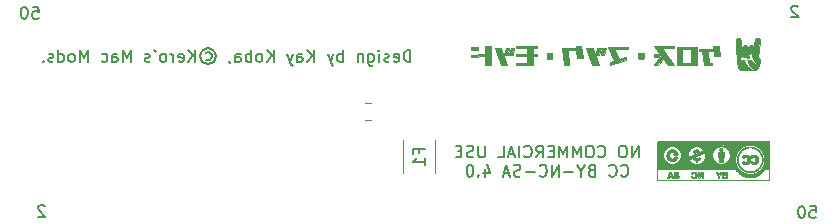
<source format=gbr>
%TF.GenerationSoftware,KiCad,Pcbnew,(6.0.5-0)*%
%TF.CreationDate,2022-12-24T01:00:06+09:00*%
%TF.ProjectId,ScsiRider1.2,53637369-5269-4646-9572-312e322e6b69,rev?*%
%TF.SameCoordinates,Original*%
%TF.FileFunction,Legend,Bot*%
%TF.FilePolarity,Positive*%
%FSLAX46Y46*%
G04 Gerber Fmt 4.6, Leading zero omitted, Abs format (unit mm)*
G04 Created by KiCad (PCBNEW (6.0.5-0)) date 2022-12-24 01:00:06*
%MOMM*%
%LPD*%
G01*
G04 APERTURE LIST*
%ADD10C,0.003000*%
%ADD11C,0.005250*%
%ADD12C,0.150000*%
%ADD13C,0.120000*%
G04 APERTURE END LIST*
D10*
G36*
X165299829Y-130900517D02*
G01*
X165318332Y-130902321D01*
X165336545Y-130904841D01*
X165354454Y-130908075D01*
X165372043Y-130912020D01*
X165389296Y-130916673D01*
X165406198Y-130922030D01*
X165422733Y-130928090D01*
X165438886Y-130934848D01*
X165454641Y-130942302D01*
X165469983Y-130950450D01*
X165484895Y-130959288D01*
X165499363Y-130968813D01*
X165513371Y-130979023D01*
X165526903Y-130989915D01*
X165539944Y-131001484D01*
X165552478Y-131013730D01*
X165564490Y-131026649D01*
X165575964Y-131040237D01*
X165586885Y-131054492D01*
X165597236Y-131069412D01*
X165607003Y-131084992D01*
X165616170Y-131101231D01*
X165624722Y-131118125D01*
X165632642Y-131135671D01*
X165639915Y-131153867D01*
X165646526Y-131172710D01*
X165652459Y-131192196D01*
X165657699Y-131212323D01*
X165662229Y-131233088D01*
X165666035Y-131254487D01*
X165738756Y-131254043D01*
X165556197Y-131436582D01*
X165373638Y-131254043D01*
X165441081Y-131254487D01*
X165439157Y-131242926D01*
X165436840Y-131231879D01*
X165434141Y-131221337D01*
X165431068Y-131211289D01*
X165427633Y-131201727D01*
X165423846Y-131192641D01*
X165419715Y-131184021D01*
X165415252Y-131175857D01*
X165410467Y-131168140D01*
X165405368Y-131160859D01*
X165399968Y-131154006D01*
X165394275Y-131147571D01*
X165388300Y-131141544D01*
X165382053Y-131135915D01*
X165375543Y-131130676D01*
X165368782Y-131125815D01*
X165361778Y-131121323D01*
X165354542Y-131117192D01*
X165347084Y-131113410D01*
X165339415Y-131109969D01*
X165331543Y-131106858D01*
X165323480Y-131104069D01*
X165315235Y-131101592D01*
X165306818Y-131099416D01*
X165289510Y-131095931D01*
X165271636Y-131093537D01*
X165253276Y-131092158D01*
X165234511Y-131091715D01*
X165221778Y-131092017D01*
X165209424Y-131092920D01*
X165197451Y-131094423D01*
X165185860Y-131096525D01*
X165174654Y-131099222D01*
X165163834Y-131102512D01*
X165153402Y-131106395D01*
X165143358Y-131110867D01*
X165133706Y-131115926D01*
X165124446Y-131121571D01*
X165115580Y-131127800D01*
X165107110Y-131134610D01*
X165099037Y-131141999D01*
X165091363Y-131149966D01*
X165084090Y-131158508D01*
X165077219Y-131167623D01*
X165070751Y-131177309D01*
X165064690Y-131187565D01*
X165059035Y-131198387D01*
X165053789Y-131209775D01*
X165048953Y-131221725D01*
X165044530Y-131234237D01*
X165040519Y-131247307D01*
X165036925Y-131260934D01*
X165033746Y-131275116D01*
X165030987Y-131289851D01*
X165028647Y-131305136D01*
X165026730Y-131320970D01*
X165025235Y-131337351D01*
X165024166Y-131354276D01*
X165023523Y-131371743D01*
X165023308Y-131389751D01*
X165024294Y-131423803D01*
X165027214Y-131456266D01*
X165032010Y-131487057D01*
X165038625Y-131516092D01*
X165047003Y-131543287D01*
X165057085Y-131568557D01*
X165068815Y-131591819D01*
X165075280Y-131602671D01*
X165082136Y-131612990D01*
X165089375Y-131622764D01*
X165096990Y-131631984D01*
X165104974Y-131640639D01*
X165113320Y-131648718D01*
X165122021Y-131656211D01*
X165131069Y-131663108D01*
X165140458Y-131669398D01*
X165150180Y-131675070D01*
X165160228Y-131680114D01*
X165170595Y-131684520D01*
X165181274Y-131688277D01*
X165192258Y-131691374D01*
X165203539Y-131693801D01*
X165215111Y-131695548D01*
X165226966Y-131696603D01*
X165239097Y-131696958D01*
X165260195Y-131696438D01*
X165280430Y-131694841D01*
X165299746Y-131692116D01*
X165318084Y-131688208D01*
X165335388Y-131683063D01*
X165343634Y-131680011D01*
X165351600Y-131676629D01*
X165359279Y-131672912D01*
X165366663Y-131668852D01*
X165373746Y-131664443D01*
X165380520Y-131659678D01*
X165386979Y-131654551D01*
X165393114Y-131649054D01*
X165398919Y-131643182D01*
X165404387Y-131636927D01*
X165409510Y-131630283D01*
X165414281Y-131623243D01*
X165418694Y-131615801D01*
X165422741Y-131607949D01*
X165426414Y-131599681D01*
X165429708Y-131590991D01*
X165432614Y-131581871D01*
X165435125Y-131572316D01*
X165437234Y-131562318D01*
X165438935Y-131551871D01*
X165440219Y-131540967D01*
X165441081Y-131529601D01*
X165672987Y-131529601D01*
X165669554Y-131551616D01*
X165665295Y-131572944D01*
X165660235Y-131593585D01*
X165654394Y-131613536D01*
X165647797Y-131632798D01*
X165640465Y-131651370D01*
X165632422Y-131669252D01*
X165623690Y-131686441D01*
X165614293Y-131702938D01*
X165604252Y-131718742D01*
X165593590Y-131733851D01*
X165582332Y-131748266D01*
X165570498Y-131761985D01*
X165558111Y-131775008D01*
X165545196Y-131787334D01*
X165531773Y-131798961D01*
X165517867Y-131809890D01*
X165503499Y-131820120D01*
X165488693Y-131829649D01*
X165473471Y-131838478D01*
X165457856Y-131846604D01*
X165441871Y-131854028D01*
X165425538Y-131860748D01*
X165408880Y-131866765D01*
X165391920Y-131872076D01*
X165374681Y-131876682D01*
X165357185Y-131880582D01*
X165339456Y-131883774D01*
X165321515Y-131886258D01*
X165303386Y-131888033D01*
X165266653Y-131889454D01*
X165240034Y-131888828D01*
X165213997Y-131886967D01*
X165188560Y-131883901D01*
X165163738Y-131879656D01*
X165139551Y-131874262D01*
X165116014Y-131867746D01*
X165093146Y-131860136D01*
X165070963Y-131851460D01*
X165049484Y-131841747D01*
X165028724Y-131831025D01*
X165008701Y-131819321D01*
X164989433Y-131806664D01*
X164970936Y-131793082D01*
X164953229Y-131778603D01*
X164936328Y-131763255D01*
X164920250Y-131747066D01*
X164905013Y-131730064D01*
X164890634Y-131712278D01*
X164877131Y-131693735D01*
X164864519Y-131674463D01*
X164852818Y-131654491D01*
X164842044Y-131633847D01*
X164832214Y-131612558D01*
X164823345Y-131590653D01*
X164815455Y-131568160D01*
X164808561Y-131545108D01*
X164802681Y-131521523D01*
X164797831Y-131497434D01*
X164794029Y-131472870D01*
X164791291Y-131447858D01*
X164789636Y-131422427D01*
X164789081Y-131396604D01*
X164789604Y-131370161D01*
X164791164Y-131344160D01*
X164793751Y-131318628D01*
X164797353Y-131293591D01*
X164801956Y-131269075D01*
X164807551Y-131245105D01*
X164814124Y-131221709D01*
X164821664Y-131198911D01*
X164830160Y-131176739D01*
X164839599Y-131155217D01*
X164849969Y-131134372D01*
X164861259Y-131114230D01*
X164873457Y-131094817D01*
X164886552Y-131076159D01*
X164900530Y-131058282D01*
X164915381Y-131041212D01*
X164931093Y-131024975D01*
X164947654Y-131009597D01*
X164965052Y-130995104D01*
X164983275Y-130981522D01*
X165002311Y-130968878D01*
X165022149Y-130957196D01*
X165042777Y-130946503D01*
X165064183Y-130936826D01*
X165086355Y-130928189D01*
X165109281Y-130920620D01*
X165132950Y-130914144D01*
X165157350Y-130908787D01*
X165182469Y-130904575D01*
X165208294Y-130901534D01*
X165234815Y-130899691D01*
X165262019Y-130899070D01*
X165299829Y-130900517D01*
G37*
X165299829Y-130900517D02*
X165318332Y-130902321D01*
X165336545Y-130904841D01*
X165354454Y-130908075D01*
X165372043Y-130912020D01*
X165389296Y-130916673D01*
X165406198Y-130922030D01*
X165422733Y-130928090D01*
X165438886Y-130934848D01*
X165454641Y-130942302D01*
X165469983Y-130950450D01*
X165484895Y-130959288D01*
X165499363Y-130968813D01*
X165513371Y-130979023D01*
X165526903Y-130989915D01*
X165539944Y-131001484D01*
X165552478Y-131013730D01*
X165564490Y-131026649D01*
X165575964Y-131040237D01*
X165586885Y-131054492D01*
X165597236Y-131069412D01*
X165607003Y-131084992D01*
X165616170Y-131101231D01*
X165624722Y-131118125D01*
X165632642Y-131135671D01*
X165639915Y-131153867D01*
X165646526Y-131172710D01*
X165652459Y-131192196D01*
X165657699Y-131212323D01*
X165662229Y-131233088D01*
X165666035Y-131254487D01*
X165738756Y-131254043D01*
X165556197Y-131436582D01*
X165373638Y-131254043D01*
X165441081Y-131254487D01*
X165439157Y-131242926D01*
X165436840Y-131231879D01*
X165434141Y-131221337D01*
X165431068Y-131211289D01*
X165427633Y-131201727D01*
X165423846Y-131192641D01*
X165419715Y-131184021D01*
X165415252Y-131175857D01*
X165410467Y-131168140D01*
X165405368Y-131160859D01*
X165399968Y-131154006D01*
X165394275Y-131147571D01*
X165388300Y-131141544D01*
X165382053Y-131135915D01*
X165375543Y-131130676D01*
X165368782Y-131125815D01*
X165361778Y-131121323D01*
X165354542Y-131117192D01*
X165347084Y-131113410D01*
X165339415Y-131109969D01*
X165331543Y-131106858D01*
X165323480Y-131104069D01*
X165315235Y-131101592D01*
X165306818Y-131099416D01*
X165289510Y-131095931D01*
X165271636Y-131093537D01*
X165253276Y-131092158D01*
X165234511Y-131091715D01*
X165221778Y-131092017D01*
X165209424Y-131092920D01*
X165197451Y-131094423D01*
X165185860Y-131096525D01*
X165174654Y-131099222D01*
X165163834Y-131102512D01*
X165153402Y-131106395D01*
X165143358Y-131110867D01*
X165133706Y-131115926D01*
X165124446Y-131121571D01*
X165115580Y-131127800D01*
X165107110Y-131134610D01*
X165099037Y-131141999D01*
X165091363Y-131149966D01*
X165084090Y-131158508D01*
X165077219Y-131167623D01*
X165070751Y-131177309D01*
X165064690Y-131187565D01*
X165059035Y-131198387D01*
X165053789Y-131209775D01*
X165048953Y-131221725D01*
X165044530Y-131234237D01*
X165040519Y-131247307D01*
X165036925Y-131260934D01*
X165033746Y-131275116D01*
X165030987Y-131289851D01*
X165028647Y-131305136D01*
X165026730Y-131320970D01*
X165025235Y-131337351D01*
X165024166Y-131354276D01*
X165023523Y-131371743D01*
X165023308Y-131389751D01*
X165024294Y-131423803D01*
X165027214Y-131456266D01*
X165032010Y-131487057D01*
X165038625Y-131516092D01*
X165047003Y-131543287D01*
X165057085Y-131568557D01*
X165068815Y-131591819D01*
X165075280Y-131602671D01*
X165082136Y-131612990D01*
X165089375Y-131622764D01*
X165096990Y-131631984D01*
X165104974Y-131640639D01*
X165113320Y-131648718D01*
X165122021Y-131656211D01*
X165131069Y-131663108D01*
X165140458Y-131669398D01*
X165150180Y-131675070D01*
X165160228Y-131680114D01*
X165170595Y-131684520D01*
X165181274Y-131688277D01*
X165192258Y-131691374D01*
X165203539Y-131693801D01*
X165215111Y-131695548D01*
X165226966Y-131696603D01*
X165239097Y-131696958D01*
X165260195Y-131696438D01*
X165280430Y-131694841D01*
X165299746Y-131692116D01*
X165318084Y-131688208D01*
X165335388Y-131683063D01*
X165343634Y-131680011D01*
X165351600Y-131676629D01*
X165359279Y-131672912D01*
X165366663Y-131668852D01*
X165373746Y-131664443D01*
X165380520Y-131659678D01*
X165386979Y-131654551D01*
X165393114Y-131649054D01*
X165398919Y-131643182D01*
X165404387Y-131636927D01*
X165409510Y-131630283D01*
X165414281Y-131623243D01*
X165418694Y-131615801D01*
X165422741Y-131607949D01*
X165426414Y-131599681D01*
X165429708Y-131590991D01*
X165432614Y-131581871D01*
X165435125Y-131572316D01*
X165437234Y-131562318D01*
X165438935Y-131551871D01*
X165440219Y-131540967D01*
X165441081Y-131529601D01*
X165672987Y-131529601D01*
X165669554Y-131551616D01*
X165665295Y-131572944D01*
X165660235Y-131593585D01*
X165654394Y-131613536D01*
X165647797Y-131632798D01*
X165640465Y-131651370D01*
X165632422Y-131669252D01*
X165623690Y-131686441D01*
X165614293Y-131702938D01*
X165604252Y-131718742D01*
X165593590Y-131733851D01*
X165582332Y-131748266D01*
X165570498Y-131761985D01*
X165558111Y-131775008D01*
X165545196Y-131787334D01*
X165531773Y-131798961D01*
X165517867Y-131809890D01*
X165503499Y-131820120D01*
X165488693Y-131829649D01*
X165473471Y-131838478D01*
X165457856Y-131846604D01*
X165441871Y-131854028D01*
X165425538Y-131860748D01*
X165408880Y-131866765D01*
X165391920Y-131872076D01*
X165374681Y-131876682D01*
X165357185Y-131880582D01*
X165339456Y-131883774D01*
X165321515Y-131886258D01*
X165303386Y-131888033D01*
X165266653Y-131889454D01*
X165240034Y-131888828D01*
X165213997Y-131886967D01*
X165188560Y-131883901D01*
X165163738Y-131879656D01*
X165139551Y-131874262D01*
X165116014Y-131867746D01*
X165093146Y-131860136D01*
X165070963Y-131851460D01*
X165049484Y-131841747D01*
X165028724Y-131831025D01*
X165008701Y-131819321D01*
X164989433Y-131806664D01*
X164970936Y-131793082D01*
X164953229Y-131778603D01*
X164936328Y-131763255D01*
X164920250Y-131747066D01*
X164905013Y-131730064D01*
X164890634Y-131712278D01*
X164877131Y-131693735D01*
X164864519Y-131674463D01*
X164852818Y-131654491D01*
X164842044Y-131633847D01*
X164832214Y-131612558D01*
X164823345Y-131590653D01*
X164815455Y-131568160D01*
X164808561Y-131545108D01*
X164802681Y-131521523D01*
X164797831Y-131497434D01*
X164794029Y-131472870D01*
X164791291Y-131447858D01*
X164789636Y-131422427D01*
X164789081Y-131396604D01*
X164789604Y-131370161D01*
X164791164Y-131344160D01*
X164793751Y-131318628D01*
X164797353Y-131293591D01*
X164801956Y-131269075D01*
X164807551Y-131245105D01*
X164814124Y-131221709D01*
X164821664Y-131198911D01*
X164830160Y-131176739D01*
X164839599Y-131155217D01*
X164849969Y-131134372D01*
X164861259Y-131114230D01*
X164873457Y-131094817D01*
X164886552Y-131076159D01*
X164900530Y-131058282D01*
X164915381Y-131041212D01*
X164931093Y-131024975D01*
X164947654Y-131009597D01*
X164965052Y-130995104D01*
X164983275Y-130981522D01*
X165002311Y-130968878D01*
X165022149Y-130957196D01*
X165042777Y-130946503D01*
X165064183Y-130936826D01*
X165086355Y-130928189D01*
X165109281Y-130920620D01*
X165132950Y-130914144D01*
X165157350Y-130908787D01*
X165182469Y-130904575D01*
X165208294Y-130901534D01*
X165234815Y-130899691D01*
X165262019Y-130899070D01*
X165299829Y-130900517D01*
G36*
X164412973Y-131339903D02*
G01*
X164416257Y-131297247D01*
X164421638Y-131255211D01*
X164429064Y-131213850D01*
X164438481Y-131173216D01*
X164449837Y-131133361D01*
X164463078Y-131094339D01*
X164478153Y-131056203D01*
X164495009Y-131019004D01*
X164513592Y-130982796D01*
X164533850Y-130947631D01*
X164555730Y-130913563D01*
X164579179Y-130880644D01*
X164604145Y-130848927D01*
X164630575Y-130818464D01*
X164658416Y-130789309D01*
X164687615Y-130761514D01*
X164718120Y-130735131D01*
X164749877Y-130710215D01*
X164782834Y-130686817D01*
X164816939Y-130664990D01*
X164852137Y-130644787D01*
X164888378Y-130626261D01*
X164925607Y-130609464D01*
X164963773Y-130594450D01*
X165002821Y-130581270D01*
X165042700Y-130569979D01*
X165083358Y-130560628D01*
X165124740Y-130553270D01*
X165166794Y-130547959D01*
X165209468Y-130544746D01*
X165252708Y-130543685D01*
X165295933Y-130544810D01*
X165338590Y-130548086D01*
X165380626Y-130553460D01*
X165421987Y-130560879D01*
X165462621Y-130570291D01*
X165502476Y-130581641D01*
X165541498Y-130594878D01*
X165579635Y-130609949D01*
X165616834Y-130626801D01*
X165653042Y-130645381D01*
X165688207Y-130665636D01*
X165722275Y-130687513D01*
X165755195Y-130710960D01*
X165786913Y-130735924D01*
X165817376Y-130762352D01*
X165846532Y-130790191D01*
X165874328Y-130819388D01*
X165900712Y-130849890D01*
X165925629Y-130881645D01*
X165949029Y-130914600D01*
X165970857Y-130948702D01*
X165991062Y-130983898D01*
X166009590Y-131020135D01*
X166026389Y-131057361D01*
X166041406Y-131095522D01*
X166054588Y-131134566D01*
X166065883Y-131174440D01*
X166075237Y-131215091D01*
X166082598Y-131256466D01*
X166087914Y-131298513D01*
X166091131Y-131341179D01*
X166092196Y-131384410D01*
X166092196Y-131385544D01*
X166091075Y-131428782D01*
X166087803Y-131471451D01*
X166082433Y-131513498D01*
X166075018Y-131554869D01*
X166065610Y-131595512D01*
X166054263Y-131635375D01*
X166041029Y-131674404D01*
X166025960Y-131712547D01*
X166009111Y-131749752D01*
X165990533Y-131785965D01*
X165970280Y-131821133D01*
X165948404Y-131855205D01*
X165924958Y-131888127D01*
X165899996Y-131919847D01*
X165873569Y-131950311D01*
X165845730Y-131979468D01*
X165816533Y-132007264D01*
X165786031Y-132033647D01*
X165754275Y-132058564D01*
X165721320Y-132081962D01*
X165687217Y-132103788D01*
X165652020Y-132123991D01*
X165615781Y-132142516D01*
X165578553Y-132159312D01*
X165540389Y-132174326D01*
X165501343Y-132187504D01*
X165461466Y-132198795D01*
X165420811Y-132208145D01*
X165379432Y-132215502D01*
X165337381Y-132220813D01*
X165294711Y-132224026D01*
X165251475Y-132225087D01*
X165208236Y-132223966D01*
X165165567Y-132220693D01*
X165123519Y-132215323D01*
X165082147Y-132207907D01*
X165041503Y-132198498D01*
X165001639Y-132187149D01*
X164962608Y-132173914D01*
X164924463Y-132158844D01*
X164887256Y-132141993D01*
X164851041Y-132123414D01*
X164815870Y-132103160D01*
X164781796Y-132081282D01*
X164748871Y-132057836D01*
X164717149Y-132032872D01*
X164686681Y-132006444D01*
X164657521Y-131978605D01*
X164629722Y-131949408D01*
X164603336Y-131918906D01*
X164578416Y-131887151D01*
X164555014Y-131854196D01*
X164533184Y-131820095D01*
X164512977Y-131784899D01*
X164494448Y-131748663D01*
X164477648Y-131711438D01*
X164462630Y-131673278D01*
X164449448Y-131634236D01*
X164438153Y-131594364D01*
X164428798Y-131553715D01*
X164421437Y-131512343D01*
X164416121Y-131470299D01*
X164412904Y-131427637D01*
X164411839Y-131384410D01*
X164411839Y-131384380D01*
X164502400Y-131384380D01*
X164503246Y-131423646D01*
X164505783Y-131462066D01*
X164510013Y-131499641D01*
X164515934Y-131536370D01*
X164523547Y-131572255D01*
X164532852Y-131607296D01*
X164543849Y-131641492D01*
X164556538Y-131674843D01*
X164570919Y-131707351D01*
X164586993Y-131739015D01*
X164604759Y-131769836D01*
X164624217Y-131799813D01*
X164645368Y-131828947D01*
X164668211Y-131857238D01*
X164692747Y-131884687D01*
X164718976Y-131911293D01*
X164747809Y-131938593D01*
X164777272Y-131964132D01*
X164807366Y-131987909D01*
X164838090Y-132009924D01*
X164869444Y-132030177D01*
X164901428Y-132048669D01*
X164934042Y-132065400D01*
X164967284Y-132080369D01*
X165001156Y-132093576D01*
X165035657Y-132105023D01*
X165070787Y-132114708D01*
X165106545Y-132122632D01*
X165142932Y-132128795D01*
X165179946Y-132133197D01*
X165217589Y-132135838D01*
X165255859Y-132136719D01*
X165294103Y-132135847D01*
X165331684Y-132133230D01*
X165368602Y-132128869D01*
X165404857Y-132122765D01*
X165440449Y-132114918D01*
X165475376Y-132105327D01*
X165509640Y-132093993D01*
X165543238Y-132080917D01*
X165576172Y-132066098D01*
X165608440Y-132049538D01*
X165640043Y-132031236D01*
X165670980Y-132011192D01*
X165701250Y-131989408D01*
X165730853Y-131965882D01*
X165759789Y-131940616D01*
X165788058Y-131913610D01*
X165815103Y-131885375D01*
X165840404Y-131856496D01*
X165863961Y-131826973D01*
X165885774Y-131796805D01*
X165905842Y-131765992D01*
X165924166Y-131734534D01*
X165940746Y-131702430D01*
X165955581Y-131669680D01*
X165968672Y-131636284D01*
X165980017Y-131602241D01*
X165989617Y-131567551D01*
X165997473Y-131532213D01*
X166003582Y-131496227D01*
X166007947Y-131459594D01*
X166010565Y-131422311D01*
X166011438Y-131384380D01*
X166010557Y-131346421D01*
X166007914Y-131309076D01*
X166003508Y-131272344D01*
X165997339Y-131236225D01*
X165989407Y-131200719D01*
X165979712Y-131165826D01*
X165968254Y-131131545D01*
X165955032Y-131097877D01*
X165940046Y-131064821D01*
X165923296Y-131032377D01*
X165904782Y-131000546D01*
X165884503Y-130969326D01*
X165862460Y-130938718D01*
X165838652Y-130908722D01*
X165813078Y-130879338D01*
X165785740Y-130850564D01*
X165758278Y-130823811D01*
X165730063Y-130798786D01*
X165701092Y-130775488D01*
X165671368Y-130753918D01*
X165640889Y-130734074D01*
X165609655Y-130715958D01*
X165577668Y-130699567D01*
X165544927Y-130684902D01*
X165511431Y-130671963D01*
X165477182Y-130660749D01*
X165442179Y-130651260D01*
X165406422Y-130643496D01*
X165369911Y-130637455D01*
X165332646Y-130633138D01*
X165294628Y-130630545D01*
X165255857Y-130629674D01*
X165217043Y-130630537D01*
X165178971Y-130633124D01*
X165141639Y-130637437D01*
X165105049Y-130643475D01*
X165069198Y-130651239D01*
X165034087Y-130660728D01*
X164999715Y-130671943D01*
X164966081Y-130684884D01*
X164933187Y-130699551D01*
X164901030Y-130715945D01*
X164869611Y-130734065D01*
X164838928Y-130753911D01*
X164808983Y-130775484D01*
X164779773Y-130798784D01*
X164751300Y-130823810D01*
X164723561Y-130850564D01*
X164696777Y-130878263D01*
X164671721Y-130906715D01*
X164648394Y-130935921D01*
X164626796Y-130965882D01*
X164606925Y-130996597D01*
X164588783Y-131028067D01*
X164572369Y-131060293D01*
X164557683Y-131093274D01*
X164544726Y-131127012D01*
X164533496Y-131161506D01*
X164523994Y-131196757D01*
X164516220Y-131232766D01*
X164510174Y-131269532D01*
X164505855Y-131307056D01*
X164503264Y-131345339D01*
X164502400Y-131384380D01*
X164411839Y-131384380D01*
X164411839Y-131383129D01*
X164412973Y-131339903D01*
G37*
X164412973Y-131339903D02*
X164416257Y-131297247D01*
X164421638Y-131255211D01*
X164429064Y-131213850D01*
X164438481Y-131173216D01*
X164449837Y-131133361D01*
X164463078Y-131094339D01*
X164478153Y-131056203D01*
X164495009Y-131019004D01*
X164513592Y-130982796D01*
X164533850Y-130947631D01*
X164555730Y-130913563D01*
X164579179Y-130880644D01*
X164604145Y-130848927D01*
X164630575Y-130818464D01*
X164658416Y-130789309D01*
X164687615Y-130761514D01*
X164718120Y-130735131D01*
X164749877Y-130710215D01*
X164782834Y-130686817D01*
X164816939Y-130664990D01*
X164852137Y-130644787D01*
X164888378Y-130626261D01*
X164925607Y-130609464D01*
X164963773Y-130594450D01*
X165002821Y-130581270D01*
X165042700Y-130569979D01*
X165083358Y-130560628D01*
X165124740Y-130553270D01*
X165166794Y-130547959D01*
X165209468Y-130544746D01*
X165252708Y-130543685D01*
X165295933Y-130544810D01*
X165338590Y-130548086D01*
X165380626Y-130553460D01*
X165421987Y-130560879D01*
X165462621Y-130570291D01*
X165502476Y-130581641D01*
X165541498Y-130594878D01*
X165579635Y-130609949D01*
X165616834Y-130626801D01*
X165653042Y-130645381D01*
X165688207Y-130665636D01*
X165722275Y-130687513D01*
X165755195Y-130710960D01*
X165786913Y-130735924D01*
X165817376Y-130762352D01*
X165846532Y-130790191D01*
X165874328Y-130819388D01*
X165900712Y-130849890D01*
X165925629Y-130881645D01*
X165949029Y-130914600D01*
X165970857Y-130948702D01*
X165991062Y-130983898D01*
X166009590Y-131020135D01*
X166026389Y-131057361D01*
X166041406Y-131095522D01*
X166054588Y-131134566D01*
X166065883Y-131174440D01*
X166075237Y-131215091D01*
X166082598Y-131256466D01*
X166087914Y-131298513D01*
X166091131Y-131341179D01*
X166092196Y-131384410D01*
X166092196Y-131385544D01*
X166091075Y-131428782D01*
X166087803Y-131471451D01*
X166082433Y-131513498D01*
X166075018Y-131554869D01*
X166065610Y-131595512D01*
X166054263Y-131635375D01*
X166041029Y-131674404D01*
X166025960Y-131712547D01*
X166009111Y-131749752D01*
X165990533Y-131785965D01*
X165970280Y-131821133D01*
X165948404Y-131855205D01*
X165924958Y-131888127D01*
X165899996Y-131919847D01*
X165873569Y-131950311D01*
X165845730Y-131979468D01*
X165816533Y-132007264D01*
X165786031Y-132033647D01*
X165754275Y-132058564D01*
X165721320Y-132081962D01*
X165687217Y-132103788D01*
X165652020Y-132123991D01*
X165615781Y-132142516D01*
X165578553Y-132159312D01*
X165540389Y-132174326D01*
X165501343Y-132187504D01*
X165461466Y-132198795D01*
X165420811Y-132208145D01*
X165379432Y-132215502D01*
X165337381Y-132220813D01*
X165294711Y-132224026D01*
X165251475Y-132225087D01*
X165208236Y-132223966D01*
X165165567Y-132220693D01*
X165123519Y-132215323D01*
X165082147Y-132207907D01*
X165041503Y-132198498D01*
X165001639Y-132187149D01*
X164962608Y-132173914D01*
X164924463Y-132158844D01*
X164887256Y-132141993D01*
X164851041Y-132123414D01*
X164815870Y-132103160D01*
X164781796Y-132081282D01*
X164748871Y-132057836D01*
X164717149Y-132032872D01*
X164686681Y-132006444D01*
X164657521Y-131978605D01*
X164629722Y-131949408D01*
X164603336Y-131918906D01*
X164578416Y-131887151D01*
X164555014Y-131854196D01*
X164533184Y-131820095D01*
X164512977Y-131784899D01*
X164494448Y-131748663D01*
X164477648Y-131711438D01*
X164462630Y-131673278D01*
X164449448Y-131634236D01*
X164438153Y-131594364D01*
X164428798Y-131553715D01*
X164421437Y-131512343D01*
X164416121Y-131470299D01*
X164412904Y-131427637D01*
X164411839Y-131384410D01*
X164411839Y-131384380D01*
X164502400Y-131384380D01*
X164503246Y-131423646D01*
X164505783Y-131462066D01*
X164510013Y-131499641D01*
X164515934Y-131536370D01*
X164523547Y-131572255D01*
X164532852Y-131607296D01*
X164543849Y-131641492D01*
X164556538Y-131674843D01*
X164570919Y-131707351D01*
X164586993Y-131739015D01*
X164604759Y-131769836D01*
X164624217Y-131799813D01*
X164645368Y-131828947D01*
X164668211Y-131857238D01*
X164692747Y-131884687D01*
X164718976Y-131911293D01*
X164747809Y-131938593D01*
X164777272Y-131964132D01*
X164807366Y-131987909D01*
X164838090Y-132009924D01*
X164869444Y-132030177D01*
X164901428Y-132048669D01*
X164934042Y-132065400D01*
X164967284Y-132080369D01*
X165001156Y-132093576D01*
X165035657Y-132105023D01*
X165070787Y-132114708D01*
X165106545Y-132122632D01*
X165142932Y-132128795D01*
X165179946Y-132133197D01*
X165217589Y-132135838D01*
X165255859Y-132136719D01*
X165294103Y-132135847D01*
X165331684Y-132133230D01*
X165368602Y-132128869D01*
X165404857Y-132122765D01*
X165440449Y-132114918D01*
X165475376Y-132105327D01*
X165509640Y-132093993D01*
X165543238Y-132080917D01*
X165576172Y-132066098D01*
X165608440Y-132049538D01*
X165640043Y-132031236D01*
X165670980Y-132011192D01*
X165701250Y-131989408D01*
X165730853Y-131965882D01*
X165759789Y-131940616D01*
X165788058Y-131913610D01*
X165815103Y-131885375D01*
X165840404Y-131856496D01*
X165863961Y-131826973D01*
X165885774Y-131796805D01*
X165905842Y-131765992D01*
X165924166Y-131734534D01*
X165940746Y-131702430D01*
X165955581Y-131669680D01*
X165968672Y-131636284D01*
X165980017Y-131602241D01*
X165989617Y-131567551D01*
X165997473Y-131532213D01*
X166003582Y-131496227D01*
X166007947Y-131459594D01*
X166010565Y-131422311D01*
X166011438Y-131384380D01*
X166010557Y-131346421D01*
X166007914Y-131309076D01*
X166003508Y-131272344D01*
X165997339Y-131236225D01*
X165989407Y-131200719D01*
X165979712Y-131165826D01*
X165968254Y-131131545D01*
X165955032Y-131097877D01*
X165940046Y-131064821D01*
X165923296Y-131032377D01*
X165904782Y-131000546D01*
X165884503Y-130969326D01*
X165862460Y-130938718D01*
X165838652Y-130908722D01*
X165813078Y-130879338D01*
X165785740Y-130850564D01*
X165758278Y-130823811D01*
X165730063Y-130798786D01*
X165701092Y-130775488D01*
X165671368Y-130753918D01*
X165640889Y-130734074D01*
X165609655Y-130715958D01*
X165577668Y-130699567D01*
X165544927Y-130684902D01*
X165511431Y-130671963D01*
X165477182Y-130660749D01*
X165442179Y-130651260D01*
X165406422Y-130643496D01*
X165369911Y-130637455D01*
X165332646Y-130633138D01*
X165294628Y-130630545D01*
X165255857Y-130629674D01*
X165217043Y-130630537D01*
X165178971Y-130633124D01*
X165141639Y-130637437D01*
X165105049Y-130643475D01*
X165069198Y-130651239D01*
X165034087Y-130660728D01*
X164999715Y-130671943D01*
X164966081Y-130684884D01*
X164933187Y-130699551D01*
X164901030Y-130715945D01*
X164869611Y-130734065D01*
X164838928Y-130753911D01*
X164808983Y-130775484D01*
X164779773Y-130798784D01*
X164751300Y-130823810D01*
X164723561Y-130850564D01*
X164696777Y-130878263D01*
X164671721Y-130906715D01*
X164648394Y-130935921D01*
X164626796Y-130965882D01*
X164606925Y-130996597D01*
X164588783Y-131028067D01*
X164572369Y-131060293D01*
X164557683Y-131093274D01*
X164544726Y-131127012D01*
X164533496Y-131161506D01*
X164523994Y-131196757D01*
X164516220Y-131232766D01*
X164510174Y-131269532D01*
X164505855Y-131307056D01*
X164503264Y-131345339D01*
X164502400Y-131384380D01*
X164411839Y-131384380D01*
X164411839Y-131383129D01*
X164412973Y-131339903D01*
G36*
X166523367Y-131678938D02*
G01*
X166509934Y-131639149D01*
X166498426Y-131598514D01*
X166488896Y-131557086D01*
X166481397Y-131514919D01*
X166475984Y-131472067D01*
X166472711Y-131428582D01*
X166471630Y-131384520D01*
X166471630Y-131384339D01*
X166573402Y-131384339D01*
X166573767Y-131410241D01*
X166574861Y-131435779D01*
X166576685Y-131460951D01*
X166579237Y-131485760D01*
X166582519Y-131510203D01*
X166586530Y-131534282D01*
X166591270Y-131557996D01*
X166596739Y-131581346D01*
X167068411Y-131371405D01*
X167216231Y-131305555D01*
X167295839Y-131270098D01*
X167413618Y-131217726D01*
X167414591Y-131216442D01*
X167415508Y-131215135D01*
X167416369Y-131213805D01*
X167417171Y-131212451D01*
X167417915Y-131211074D01*
X167418599Y-131209674D01*
X167419222Y-131208251D01*
X167419784Y-131206804D01*
X167420283Y-131205333D01*
X167420718Y-131203840D01*
X167421089Y-131202323D01*
X167421395Y-131200783D01*
X167421635Y-131199219D01*
X167421807Y-131197633D01*
X167421911Y-131196022D01*
X167421946Y-131194389D01*
X167421759Y-131189131D01*
X167421208Y-131184121D01*
X167420309Y-131179355D01*
X167419077Y-131174828D01*
X167417527Y-131170533D01*
X167415675Y-131166466D01*
X167413536Y-131162621D01*
X167411125Y-131158992D01*
X167408458Y-131155575D01*
X167405550Y-131152364D01*
X167402415Y-131149353D01*
X167399071Y-131146538D01*
X167395531Y-131143912D01*
X167391812Y-131141471D01*
X167387928Y-131139209D01*
X167383894Y-131137121D01*
X167379727Y-131135201D01*
X167375442Y-131133443D01*
X167371053Y-131131844D01*
X167366576Y-131130396D01*
X167362027Y-131129095D01*
X167357421Y-131127936D01*
X167348097Y-131126019D01*
X167338729Y-131124603D01*
X167329438Y-131123645D01*
X167320347Y-131123102D01*
X167311579Y-131122931D01*
X167301000Y-131123188D01*
X167290442Y-131123949D01*
X167279921Y-131125193D01*
X167269456Y-131126902D01*
X167259062Y-131129058D01*
X167248756Y-131131641D01*
X167238556Y-131134633D01*
X167228478Y-131138014D01*
X167218538Y-131141766D01*
X167208754Y-131145871D01*
X167199143Y-131150309D01*
X167189721Y-131155062D01*
X167180506Y-131160110D01*
X167171513Y-131165435D01*
X167162760Y-131171018D01*
X167154263Y-131176841D01*
X167033311Y-131052559D01*
X167048094Y-131041603D01*
X167062886Y-131031574D01*
X167077677Y-131022434D01*
X167092455Y-131014149D01*
X167107208Y-131006681D01*
X167121926Y-130999995D01*
X167136596Y-130994055D01*
X167151208Y-130988824D01*
X167165750Y-130984265D01*
X167180210Y-130980344D01*
X167194578Y-130977024D01*
X167208841Y-130974268D01*
X167222989Y-130972040D01*
X167237010Y-130970305D01*
X167250892Y-130969026D01*
X167264625Y-130968167D01*
X167264625Y-130826246D01*
X167370379Y-130826246D01*
X167370379Y-130968167D01*
X167391237Y-130970018D01*
X167411571Y-130973082D01*
X167431320Y-130977338D01*
X167450423Y-130982765D01*
X167468821Y-130989341D01*
X167486453Y-130997046D01*
X167503259Y-131005858D01*
X167519179Y-131015756D01*
X167534151Y-131026720D01*
X167548117Y-131038728D01*
X167561016Y-131051759D01*
X167572787Y-131065792D01*
X167583370Y-131080806D01*
X167592705Y-131096780D01*
X167600732Y-131113693D01*
X167607390Y-131131524D01*
X167959292Y-130974950D01*
X167948187Y-130958821D01*
X167936585Y-130942861D01*
X167924488Y-130927068D01*
X167911901Y-130911441D01*
X167898826Y-130895980D01*
X167885266Y-130880683D01*
X167871225Y-130865549D01*
X167856706Y-130850578D01*
X167829258Y-130823830D01*
X167801055Y-130798808D01*
X167772097Y-130775511D01*
X167742384Y-130753940D01*
X167711915Y-130734095D01*
X167680691Y-130715976D01*
X167648711Y-130699582D01*
X167615976Y-130684914D01*
X167582484Y-130671971D01*
X167548237Y-130660754D01*
X167513233Y-130651263D01*
X167477473Y-130643497D01*
X167440957Y-130637457D01*
X167403684Y-130633143D01*
X167365655Y-130630555D01*
X167326869Y-130629692D01*
X167288056Y-130630554D01*
X167249981Y-130633139D01*
X167212644Y-130637450D01*
X167176046Y-130643485D01*
X167140185Y-130651245D01*
X167105064Y-130660730D01*
X167070681Y-130671942D01*
X167037036Y-130684879D01*
X167004131Y-130699544D01*
X166971964Y-130715936D01*
X166940537Y-130734055D01*
X166909849Y-130753902D01*
X166879901Y-130775478D01*
X166850692Y-130798782D01*
X166822223Y-130823815D01*
X166794493Y-130850578D01*
X166767726Y-130878276D01*
X166742684Y-130906728D01*
X166719368Y-130935933D01*
X166697778Y-130965892D01*
X166677915Y-130996605D01*
X166659779Y-131028073D01*
X166643369Y-131060296D01*
X166628686Y-131093274D01*
X166615730Y-131127008D01*
X166604501Y-131161498D01*
X166594999Y-131196744D01*
X166587225Y-131232748D01*
X166581178Y-131269509D01*
X166576858Y-131307027D01*
X166574266Y-131345304D01*
X166573402Y-131384339D01*
X166471630Y-131384339D01*
X166471630Y-131383163D01*
X166472770Y-131339110D01*
X166476103Y-131295636D01*
X166481575Y-131252795D01*
X166489133Y-131210640D01*
X166498721Y-131169226D01*
X166510287Y-131128607D01*
X166523777Y-131088835D01*
X166539137Y-131049965D01*
X166556312Y-131012051D01*
X166575249Y-130975147D01*
X166595894Y-130939305D01*
X166618194Y-130904581D01*
X166642094Y-130871028D01*
X166667540Y-130838700D01*
X166694479Y-130807650D01*
X166722856Y-130777933D01*
X166752618Y-130749602D01*
X166783711Y-130722711D01*
X166816082Y-130697314D01*
X166849675Y-130673464D01*
X166884437Y-130651216D01*
X166920315Y-130630623D01*
X166957254Y-130611739D01*
X166995201Y-130594618D01*
X167034102Y-130579314D01*
X167073902Y-130565880D01*
X167114549Y-130554370D01*
X167155987Y-130544839D01*
X167198164Y-130537340D01*
X167241025Y-130531926D01*
X167284516Y-130528652D01*
X167328584Y-130527571D01*
X167372642Y-130528727D01*
X167416120Y-130532073D01*
X167458965Y-130537557D01*
X167501122Y-130545123D01*
X167542539Y-130554719D01*
X167583161Y-130566291D01*
X167622934Y-130579785D01*
X167661805Y-130595146D01*
X167699720Y-130612322D01*
X167736626Y-130631259D01*
X167772467Y-130651902D01*
X167807191Y-130674198D01*
X167840744Y-130698094D01*
X167873072Y-130723534D01*
X167904121Y-130750467D01*
X167933837Y-130778837D01*
X167962167Y-130808592D01*
X167989057Y-130839676D01*
X168014453Y-130872038D01*
X168038301Y-130905622D01*
X168060548Y-130940375D01*
X168081140Y-130976243D01*
X168100022Y-131013173D01*
X168117142Y-131051110D01*
X168132445Y-131090001D01*
X168145877Y-131129792D01*
X168157385Y-131170430D01*
X168166916Y-131211860D01*
X168174414Y-131254029D01*
X168179827Y-131296882D01*
X168183101Y-131340367D01*
X168184181Y-131384430D01*
X168184181Y-131385696D01*
X168183042Y-131429749D01*
X168179709Y-131473223D01*
X168174237Y-131516063D01*
X168166680Y-131558216D01*
X168157092Y-131599628D01*
X168145526Y-131640245D01*
X168132036Y-131680015D01*
X168116677Y-131718882D01*
X168099502Y-131756793D01*
X168080564Y-131793695D01*
X168059919Y-131829533D01*
X168037620Y-131864254D01*
X168013720Y-131897805D01*
X167988273Y-131930131D01*
X167961335Y-131961178D01*
X167932957Y-131990893D01*
X167903195Y-132019222D01*
X167872102Y-132046111D01*
X167839731Y-132071507D01*
X167806138Y-132095356D01*
X167771375Y-132117604D01*
X167735497Y-132138197D01*
X167698558Y-132157081D01*
X167660611Y-132174204D01*
X167621710Y-132189510D01*
X167581910Y-132202946D01*
X167541263Y-132214459D01*
X167499825Y-132223995D01*
X167457648Y-132231499D01*
X167414787Y-132236919D01*
X167371295Y-132240200D01*
X167327227Y-132241288D01*
X167283170Y-132240133D01*
X167239692Y-132236787D01*
X167196847Y-132231305D01*
X167154689Y-132223740D01*
X167113273Y-132214146D01*
X167072651Y-132202577D01*
X167032877Y-132189086D01*
X166994006Y-132173727D01*
X166956091Y-132156555D01*
X166919186Y-132137622D01*
X166883344Y-132116982D01*
X166848620Y-132094690D01*
X166815068Y-132070798D01*
X166782740Y-132045362D01*
X166751691Y-132018433D01*
X166721974Y-131990067D01*
X166693644Y-131960317D01*
X166666754Y-131929236D01*
X166641358Y-131896879D01*
X166617510Y-131863299D01*
X166595263Y-131828550D01*
X166574672Y-131792686D01*
X166555789Y-131755760D01*
X166553331Y-131750311D01*
X166664409Y-131750311D01*
X166670674Y-131761164D01*
X166677155Y-131771910D01*
X166683851Y-131782551D01*
X166690761Y-131793086D01*
X166697884Y-131803515D01*
X166705221Y-131813840D01*
X166712770Y-131824059D01*
X166720530Y-131834173D01*
X166728502Y-131844182D01*
X166736683Y-131854086D01*
X166745075Y-131863885D01*
X166753675Y-131873580D01*
X166771500Y-131892657D01*
X166790153Y-131911317D01*
X166818965Y-131938623D01*
X166848412Y-131964164D01*
X166878491Y-131987943D01*
X166909203Y-132009959D01*
X166940547Y-132030212D01*
X166972524Y-132048702D01*
X167005131Y-132065430D01*
X167038370Y-132080396D01*
X167072240Y-132093600D01*
X167106740Y-132105043D01*
X167141870Y-132114725D01*
X167177630Y-132122646D01*
X167214019Y-132128806D01*
X167251036Y-132133206D01*
X167288682Y-132135846D01*
X167326956Y-132136726D01*
X167365212Y-132135853D01*
X167402802Y-132133237D01*
X167439726Y-132128876D01*
X167475984Y-132122772D01*
X167511577Y-132114924D01*
X167546503Y-132105334D01*
X167580764Y-132094002D01*
X167614359Y-132080928D01*
X167647289Y-132066112D01*
X167679552Y-132049554D01*
X167711150Y-132031256D01*
X167742082Y-132011218D01*
X167772348Y-131989440D01*
X167801949Y-131965922D01*
X167830883Y-131940665D01*
X167859152Y-131913669D01*
X167886215Y-131885432D01*
X167911531Y-131856552D01*
X167935099Y-131827028D01*
X167956921Y-131796861D01*
X167976997Y-131766049D01*
X167995326Y-131734592D01*
X168011909Y-131702489D01*
X168026745Y-131669741D01*
X168039836Y-131636346D01*
X168051180Y-131602303D01*
X168060779Y-131567614D01*
X168068633Y-131532275D01*
X168074741Y-131496289D01*
X168079103Y-131459653D01*
X168081721Y-131422367D01*
X168082593Y-131384431D01*
X168081949Y-131351957D01*
X168080015Y-131319931D01*
X168076793Y-131288352D01*
X168072281Y-131257220D01*
X168066481Y-131226533D01*
X168059391Y-131196290D01*
X168055363Y-131181335D01*
X168051013Y-131166490D01*
X168046340Y-131151756D01*
X168041346Y-131137132D01*
X167571205Y-131346440D01*
X167425380Y-131411294D01*
X167316099Y-131459958D01*
X167228353Y-131499034D01*
X167225569Y-131501528D01*
X167222920Y-131504128D01*
X167220413Y-131506839D01*
X167218054Y-131509666D01*
X167215848Y-131512613D01*
X167213803Y-131515686D01*
X167211923Y-131518887D01*
X167210215Y-131522224D01*
X167208685Y-131525698D01*
X167207339Y-131529317D01*
X167206184Y-131533083D01*
X167205225Y-131537003D01*
X167204469Y-131541080D01*
X167203921Y-131545318D01*
X167203588Y-131549724D01*
X167203475Y-131554301D01*
X167203648Y-131560755D01*
X167204160Y-131566926D01*
X167204998Y-131572818D01*
X167206151Y-131578438D01*
X167207605Y-131583791D01*
X167209351Y-131588880D01*
X167211375Y-131593712D01*
X167213665Y-131598292D01*
X167216210Y-131602624D01*
X167218998Y-131606714D01*
X167222016Y-131610568D01*
X167225253Y-131614189D01*
X167228697Y-131617584D01*
X167232335Y-131620757D01*
X167236156Y-131623714D01*
X167240148Y-131626459D01*
X167244298Y-131628998D01*
X167248595Y-131631337D01*
X167253027Y-131633479D01*
X167257582Y-131635431D01*
X167262248Y-131637196D01*
X167267012Y-131638782D01*
X167271864Y-131640192D01*
X167276790Y-131641432D01*
X167286820Y-131643421D01*
X167297005Y-131644792D01*
X167307251Y-131645584D01*
X167317461Y-131645839D01*
X167332826Y-131645535D01*
X167347700Y-131644619D01*
X167362117Y-131643081D01*
X167376109Y-131640913D01*
X167389710Y-131638107D01*
X167402952Y-131634653D01*
X167415868Y-131630544D01*
X167428491Y-131625770D01*
X167440855Y-131620322D01*
X167452992Y-131614194D01*
X167464935Y-131607375D01*
X167476718Y-131599856D01*
X167488372Y-131591631D01*
X167499932Y-131582689D01*
X167511430Y-131573022D01*
X167522899Y-131562622D01*
X167649727Y-131690432D01*
X167635141Y-131702657D01*
X167620034Y-131714283D01*
X167604434Y-131725287D01*
X167588372Y-131735644D01*
X167571878Y-131745330D01*
X167554981Y-131754321D01*
X167537710Y-131762593D01*
X167520096Y-131770121D01*
X167502168Y-131776882D01*
X167483956Y-131782851D01*
X167465489Y-131788005D01*
X167446798Y-131792319D01*
X167427912Y-131795769D01*
X167408860Y-131798331D01*
X167389672Y-131799981D01*
X167370379Y-131800694D01*
X167370379Y-131942614D01*
X167264625Y-131942614D01*
X167264625Y-131800694D01*
X167241301Y-131798156D01*
X167218575Y-131794032D01*
X167196532Y-131788368D01*
X167175257Y-131781211D01*
X167154839Y-131772609D01*
X167135362Y-131762606D01*
X167116913Y-131751250D01*
X167099577Y-131738587D01*
X167083442Y-131724664D01*
X167068593Y-131709527D01*
X167055116Y-131693222D01*
X167048919Y-131684647D01*
X167043097Y-131675797D01*
X167037662Y-131666679D01*
X167032623Y-131657298D01*
X167027993Y-131647660D01*
X167023780Y-131637771D01*
X167019997Y-131627636D01*
X167016654Y-131617262D01*
X167013762Y-131606654D01*
X167011331Y-131595819D01*
X166664409Y-131750311D01*
X166553331Y-131750311D01*
X166538670Y-131717826D01*
X166523367Y-131678938D01*
G37*
X166523367Y-131678938D02*
X166509934Y-131639149D01*
X166498426Y-131598514D01*
X166488896Y-131557086D01*
X166481397Y-131514919D01*
X166475984Y-131472067D01*
X166472711Y-131428582D01*
X166471630Y-131384520D01*
X166471630Y-131384339D01*
X166573402Y-131384339D01*
X166573767Y-131410241D01*
X166574861Y-131435779D01*
X166576685Y-131460951D01*
X166579237Y-131485760D01*
X166582519Y-131510203D01*
X166586530Y-131534282D01*
X166591270Y-131557996D01*
X166596739Y-131581346D01*
X167068411Y-131371405D01*
X167216231Y-131305555D01*
X167295839Y-131270098D01*
X167413618Y-131217726D01*
X167414591Y-131216442D01*
X167415508Y-131215135D01*
X167416369Y-131213805D01*
X167417171Y-131212451D01*
X167417915Y-131211074D01*
X167418599Y-131209674D01*
X167419222Y-131208251D01*
X167419784Y-131206804D01*
X167420283Y-131205333D01*
X167420718Y-131203840D01*
X167421089Y-131202323D01*
X167421395Y-131200783D01*
X167421635Y-131199219D01*
X167421807Y-131197633D01*
X167421911Y-131196022D01*
X167421946Y-131194389D01*
X167421759Y-131189131D01*
X167421208Y-131184121D01*
X167420309Y-131179355D01*
X167419077Y-131174828D01*
X167417527Y-131170533D01*
X167415675Y-131166466D01*
X167413536Y-131162621D01*
X167411125Y-131158992D01*
X167408458Y-131155575D01*
X167405550Y-131152364D01*
X167402415Y-131149353D01*
X167399071Y-131146538D01*
X167395531Y-131143912D01*
X167391812Y-131141471D01*
X167387928Y-131139209D01*
X167383894Y-131137121D01*
X167379727Y-131135201D01*
X167375442Y-131133443D01*
X167371053Y-131131844D01*
X167366576Y-131130396D01*
X167362027Y-131129095D01*
X167357421Y-131127936D01*
X167348097Y-131126019D01*
X167338729Y-131124603D01*
X167329438Y-131123645D01*
X167320347Y-131123102D01*
X167311579Y-131122931D01*
X167301000Y-131123188D01*
X167290442Y-131123949D01*
X167279921Y-131125193D01*
X167269456Y-131126902D01*
X167259062Y-131129058D01*
X167248756Y-131131641D01*
X167238556Y-131134633D01*
X167228478Y-131138014D01*
X167218538Y-131141766D01*
X167208754Y-131145871D01*
X167199143Y-131150309D01*
X167189721Y-131155062D01*
X167180506Y-131160110D01*
X167171513Y-131165435D01*
X167162760Y-131171018D01*
X167154263Y-131176841D01*
X167033311Y-131052559D01*
X167048094Y-131041603D01*
X167062886Y-131031574D01*
X167077677Y-131022434D01*
X167092455Y-131014149D01*
X167107208Y-131006681D01*
X167121926Y-130999995D01*
X167136596Y-130994055D01*
X167151208Y-130988824D01*
X167165750Y-130984265D01*
X167180210Y-130980344D01*
X167194578Y-130977024D01*
X167208841Y-130974268D01*
X167222989Y-130972040D01*
X167237010Y-130970305D01*
X167250892Y-130969026D01*
X167264625Y-130968167D01*
X167264625Y-130826246D01*
X167370379Y-130826246D01*
X167370379Y-130968167D01*
X167391237Y-130970018D01*
X167411571Y-130973082D01*
X167431320Y-130977338D01*
X167450423Y-130982765D01*
X167468821Y-130989341D01*
X167486453Y-130997046D01*
X167503259Y-131005858D01*
X167519179Y-131015756D01*
X167534151Y-131026720D01*
X167548117Y-131038728D01*
X167561016Y-131051759D01*
X167572787Y-131065792D01*
X167583370Y-131080806D01*
X167592705Y-131096780D01*
X167600732Y-131113693D01*
X167607390Y-131131524D01*
X167959292Y-130974950D01*
X167948187Y-130958821D01*
X167936585Y-130942861D01*
X167924488Y-130927068D01*
X167911901Y-130911441D01*
X167898826Y-130895980D01*
X167885266Y-130880683D01*
X167871225Y-130865549D01*
X167856706Y-130850578D01*
X167829258Y-130823830D01*
X167801055Y-130798808D01*
X167772097Y-130775511D01*
X167742384Y-130753940D01*
X167711915Y-130734095D01*
X167680691Y-130715976D01*
X167648711Y-130699582D01*
X167615976Y-130684914D01*
X167582484Y-130671971D01*
X167548237Y-130660754D01*
X167513233Y-130651263D01*
X167477473Y-130643497D01*
X167440957Y-130637457D01*
X167403684Y-130633143D01*
X167365655Y-130630555D01*
X167326869Y-130629692D01*
X167288056Y-130630554D01*
X167249981Y-130633139D01*
X167212644Y-130637450D01*
X167176046Y-130643485D01*
X167140185Y-130651245D01*
X167105064Y-130660730D01*
X167070681Y-130671942D01*
X167037036Y-130684879D01*
X167004131Y-130699544D01*
X166971964Y-130715936D01*
X166940537Y-130734055D01*
X166909849Y-130753902D01*
X166879901Y-130775478D01*
X166850692Y-130798782D01*
X166822223Y-130823815D01*
X166794493Y-130850578D01*
X166767726Y-130878276D01*
X166742684Y-130906728D01*
X166719368Y-130935933D01*
X166697778Y-130965892D01*
X166677915Y-130996605D01*
X166659779Y-131028073D01*
X166643369Y-131060296D01*
X166628686Y-131093274D01*
X166615730Y-131127008D01*
X166604501Y-131161498D01*
X166594999Y-131196744D01*
X166587225Y-131232748D01*
X166581178Y-131269509D01*
X166576858Y-131307027D01*
X166574266Y-131345304D01*
X166573402Y-131384339D01*
X166471630Y-131384339D01*
X166471630Y-131383163D01*
X166472770Y-131339110D01*
X166476103Y-131295636D01*
X166481575Y-131252795D01*
X166489133Y-131210640D01*
X166498721Y-131169226D01*
X166510287Y-131128607D01*
X166523777Y-131088835D01*
X166539137Y-131049965D01*
X166556312Y-131012051D01*
X166575249Y-130975147D01*
X166595894Y-130939305D01*
X166618194Y-130904581D01*
X166642094Y-130871028D01*
X166667540Y-130838700D01*
X166694479Y-130807650D01*
X166722856Y-130777933D01*
X166752618Y-130749602D01*
X166783711Y-130722711D01*
X166816082Y-130697314D01*
X166849675Y-130673464D01*
X166884437Y-130651216D01*
X166920315Y-130630623D01*
X166957254Y-130611739D01*
X166995201Y-130594618D01*
X167034102Y-130579314D01*
X167073902Y-130565880D01*
X167114549Y-130554370D01*
X167155987Y-130544839D01*
X167198164Y-130537340D01*
X167241025Y-130531926D01*
X167284516Y-130528652D01*
X167328584Y-130527571D01*
X167372642Y-130528727D01*
X167416120Y-130532073D01*
X167458965Y-130537557D01*
X167501122Y-130545123D01*
X167542539Y-130554719D01*
X167583161Y-130566291D01*
X167622934Y-130579785D01*
X167661805Y-130595146D01*
X167699720Y-130612322D01*
X167736626Y-130631259D01*
X167772467Y-130651902D01*
X167807191Y-130674198D01*
X167840744Y-130698094D01*
X167873072Y-130723534D01*
X167904121Y-130750467D01*
X167933837Y-130778837D01*
X167962167Y-130808592D01*
X167989057Y-130839676D01*
X168014453Y-130872038D01*
X168038301Y-130905622D01*
X168060548Y-130940375D01*
X168081140Y-130976243D01*
X168100022Y-131013173D01*
X168117142Y-131051110D01*
X168132445Y-131090001D01*
X168145877Y-131129792D01*
X168157385Y-131170430D01*
X168166916Y-131211860D01*
X168174414Y-131254029D01*
X168179827Y-131296882D01*
X168183101Y-131340367D01*
X168184181Y-131384430D01*
X168184181Y-131385696D01*
X168183042Y-131429749D01*
X168179709Y-131473223D01*
X168174237Y-131516063D01*
X168166680Y-131558216D01*
X168157092Y-131599628D01*
X168145526Y-131640245D01*
X168132036Y-131680015D01*
X168116677Y-131718882D01*
X168099502Y-131756793D01*
X168080564Y-131793695D01*
X168059919Y-131829533D01*
X168037620Y-131864254D01*
X168013720Y-131897805D01*
X167988273Y-131930131D01*
X167961335Y-131961178D01*
X167932957Y-131990893D01*
X167903195Y-132019222D01*
X167872102Y-132046111D01*
X167839731Y-132071507D01*
X167806138Y-132095356D01*
X167771375Y-132117604D01*
X167735497Y-132138197D01*
X167698558Y-132157081D01*
X167660611Y-132174204D01*
X167621710Y-132189510D01*
X167581910Y-132202946D01*
X167541263Y-132214459D01*
X167499825Y-132223995D01*
X167457648Y-132231499D01*
X167414787Y-132236919D01*
X167371295Y-132240200D01*
X167327227Y-132241288D01*
X167283170Y-132240133D01*
X167239692Y-132236787D01*
X167196847Y-132231305D01*
X167154689Y-132223740D01*
X167113273Y-132214146D01*
X167072651Y-132202577D01*
X167032877Y-132189086D01*
X166994006Y-132173727D01*
X166956091Y-132156555D01*
X166919186Y-132137622D01*
X166883344Y-132116982D01*
X166848620Y-132094690D01*
X166815068Y-132070798D01*
X166782740Y-132045362D01*
X166751691Y-132018433D01*
X166721974Y-131990067D01*
X166693644Y-131960317D01*
X166666754Y-131929236D01*
X166641358Y-131896879D01*
X166617510Y-131863299D01*
X166595263Y-131828550D01*
X166574672Y-131792686D01*
X166555789Y-131755760D01*
X166553331Y-131750311D01*
X166664409Y-131750311D01*
X166670674Y-131761164D01*
X166677155Y-131771910D01*
X166683851Y-131782551D01*
X166690761Y-131793086D01*
X166697884Y-131803515D01*
X166705221Y-131813840D01*
X166712770Y-131824059D01*
X166720530Y-131834173D01*
X166728502Y-131844182D01*
X166736683Y-131854086D01*
X166745075Y-131863885D01*
X166753675Y-131873580D01*
X166771500Y-131892657D01*
X166790153Y-131911317D01*
X166818965Y-131938623D01*
X166848412Y-131964164D01*
X166878491Y-131987943D01*
X166909203Y-132009959D01*
X166940547Y-132030212D01*
X166972524Y-132048702D01*
X167005131Y-132065430D01*
X167038370Y-132080396D01*
X167072240Y-132093600D01*
X167106740Y-132105043D01*
X167141870Y-132114725D01*
X167177630Y-132122646D01*
X167214019Y-132128806D01*
X167251036Y-132133206D01*
X167288682Y-132135846D01*
X167326956Y-132136726D01*
X167365212Y-132135853D01*
X167402802Y-132133237D01*
X167439726Y-132128876D01*
X167475984Y-132122772D01*
X167511577Y-132114924D01*
X167546503Y-132105334D01*
X167580764Y-132094002D01*
X167614359Y-132080928D01*
X167647289Y-132066112D01*
X167679552Y-132049554D01*
X167711150Y-132031256D01*
X167742082Y-132011218D01*
X167772348Y-131989440D01*
X167801949Y-131965922D01*
X167830883Y-131940665D01*
X167859152Y-131913669D01*
X167886215Y-131885432D01*
X167911531Y-131856552D01*
X167935099Y-131827028D01*
X167956921Y-131796861D01*
X167976997Y-131766049D01*
X167995326Y-131734592D01*
X168011909Y-131702489D01*
X168026745Y-131669741D01*
X168039836Y-131636346D01*
X168051180Y-131602303D01*
X168060779Y-131567614D01*
X168068633Y-131532275D01*
X168074741Y-131496289D01*
X168079103Y-131459653D01*
X168081721Y-131422367D01*
X168082593Y-131384431D01*
X168081949Y-131351957D01*
X168080015Y-131319931D01*
X168076793Y-131288352D01*
X168072281Y-131257220D01*
X168066481Y-131226533D01*
X168059391Y-131196290D01*
X168055363Y-131181335D01*
X168051013Y-131166490D01*
X168046340Y-131151756D01*
X168041346Y-131137132D01*
X167571205Y-131346440D01*
X167425380Y-131411294D01*
X167316099Y-131459958D01*
X167228353Y-131499034D01*
X167225569Y-131501528D01*
X167222920Y-131504128D01*
X167220413Y-131506839D01*
X167218054Y-131509666D01*
X167215848Y-131512613D01*
X167213803Y-131515686D01*
X167211923Y-131518887D01*
X167210215Y-131522224D01*
X167208685Y-131525698D01*
X167207339Y-131529317D01*
X167206184Y-131533083D01*
X167205225Y-131537003D01*
X167204469Y-131541080D01*
X167203921Y-131545318D01*
X167203588Y-131549724D01*
X167203475Y-131554301D01*
X167203648Y-131560755D01*
X167204160Y-131566926D01*
X167204998Y-131572818D01*
X167206151Y-131578438D01*
X167207605Y-131583791D01*
X167209351Y-131588880D01*
X167211375Y-131593712D01*
X167213665Y-131598292D01*
X167216210Y-131602624D01*
X167218998Y-131606714D01*
X167222016Y-131610568D01*
X167225253Y-131614189D01*
X167228697Y-131617584D01*
X167232335Y-131620757D01*
X167236156Y-131623714D01*
X167240148Y-131626459D01*
X167244298Y-131628998D01*
X167248595Y-131631337D01*
X167253027Y-131633479D01*
X167257582Y-131635431D01*
X167262248Y-131637196D01*
X167267012Y-131638782D01*
X167271864Y-131640192D01*
X167276790Y-131641432D01*
X167286820Y-131643421D01*
X167297005Y-131644792D01*
X167307251Y-131645584D01*
X167317461Y-131645839D01*
X167332826Y-131645535D01*
X167347700Y-131644619D01*
X167362117Y-131643081D01*
X167376109Y-131640913D01*
X167389710Y-131638107D01*
X167402952Y-131634653D01*
X167415868Y-131630544D01*
X167428491Y-131625770D01*
X167440855Y-131620322D01*
X167452992Y-131614194D01*
X167464935Y-131607375D01*
X167476718Y-131599856D01*
X167488372Y-131591631D01*
X167499932Y-131582689D01*
X167511430Y-131573022D01*
X167522899Y-131562622D01*
X167649727Y-131690432D01*
X167635141Y-131702657D01*
X167620034Y-131714283D01*
X167604434Y-131725287D01*
X167588372Y-131735644D01*
X167571878Y-131745330D01*
X167554981Y-131754321D01*
X167537710Y-131762593D01*
X167520096Y-131770121D01*
X167502168Y-131776882D01*
X167483956Y-131782851D01*
X167465489Y-131788005D01*
X167446798Y-131792319D01*
X167427912Y-131795769D01*
X167408860Y-131798331D01*
X167389672Y-131799981D01*
X167370379Y-131800694D01*
X167370379Y-131942614D01*
X167264625Y-131942614D01*
X167264625Y-131800694D01*
X167241301Y-131798156D01*
X167218575Y-131794032D01*
X167196532Y-131788368D01*
X167175257Y-131781211D01*
X167154839Y-131772609D01*
X167135362Y-131762606D01*
X167116913Y-131751250D01*
X167099577Y-131738587D01*
X167083442Y-131724664D01*
X167068593Y-131709527D01*
X167055116Y-131693222D01*
X167048919Y-131684647D01*
X167043097Y-131675797D01*
X167037662Y-131666679D01*
X167032623Y-131657298D01*
X167027993Y-131647660D01*
X167023780Y-131637771D01*
X167019997Y-131627636D01*
X167016654Y-131617262D01*
X167013762Y-131606654D01*
X167011331Y-131595819D01*
X166664409Y-131750311D01*
X166553331Y-131750311D01*
X166538670Y-131717826D01*
X166523367Y-131678938D01*
G36*
X169405533Y-130790689D02*
G01*
X169412070Y-130791186D01*
X169418513Y-130792005D01*
X169424853Y-130793137D01*
X169431081Y-130794574D01*
X169437190Y-130796308D01*
X169443171Y-130798332D01*
X169449017Y-130800637D01*
X169454720Y-130803215D01*
X169460271Y-130806057D01*
X169465662Y-130809157D01*
X169470885Y-130812505D01*
X169475932Y-130816094D01*
X169480795Y-130819915D01*
X169485466Y-130823961D01*
X169489937Y-130828223D01*
X169494200Y-130832693D01*
X169498246Y-130837364D01*
X169502068Y-130842226D01*
X169505657Y-130847273D01*
X169509005Y-130852496D01*
X169512105Y-130857886D01*
X169514948Y-130863436D01*
X169517526Y-130869138D01*
X169519831Y-130874983D01*
X169521855Y-130880964D01*
X169523590Y-130887073D01*
X169525027Y-130893300D01*
X169526159Y-130899639D01*
X169526978Y-130906081D01*
X169527475Y-130912618D01*
X169527643Y-130919242D01*
X169527475Y-130925866D01*
X169526978Y-130932403D01*
X169526159Y-130938845D01*
X169525027Y-130945183D01*
X169523590Y-130951411D01*
X169521855Y-130957519D01*
X169519831Y-130963500D01*
X169517526Y-130969345D01*
X169514948Y-130975047D01*
X169512105Y-130980597D01*
X169509005Y-130985988D01*
X169505657Y-130991210D01*
X169502068Y-130996257D01*
X169498246Y-131001120D01*
X169494200Y-131005790D01*
X169489937Y-131010261D01*
X169485466Y-131014523D01*
X169480795Y-131018568D01*
X169475932Y-131022390D01*
X169470885Y-131025979D01*
X169465662Y-131029327D01*
X169460271Y-131032426D01*
X169454720Y-131035269D01*
X169449017Y-131037847D01*
X169443171Y-131040151D01*
X169437190Y-131042175D01*
X169431081Y-131043910D01*
X169424853Y-131045347D01*
X169418513Y-131046479D01*
X169412070Y-131047297D01*
X169405533Y-131047795D01*
X169398908Y-131047962D01*
X169392283Y-131047795D01*
X169385746Y-131047297D01*
X169379303Y-131046479D01*
X169372964Y-131045347D01*
X169366736Y-131043910D01*
X169360627Y-131042175D01*
X169354645Y-131040151D01*
X169348799Y-131037847D01*
X169343097Y-131035269D01*
X169337546Y-131032426D01*
X169332155Y-131029327D01*
X169326932Y-131025979D01*
X169321885Y-131022390D01*
X169317022Y-131018568D01*
X169312351Y-131014523D01*
X169307880Y-131010261D01*
X169303618Y-131005790D01*
X169299572Y-131001120D01*
X169295750Y-130996257D01*
X169292161Y-130991210D01*
X169288813Y-130985988D01*
X169285713Y-130980597D01*
X169282870Y-130975047D01*
X169280292Y-130969345D01*
X169277987Y-130963500D01*
X169275963Y-130957519D01*
X169274229Y-130951411D01*
X169272791Y-130945183D01*
X169271659Y-130938845D01*
X169270840Y-130932403D01*
X169270343Y-130925866D01*
X169270176Y-130919242D01*
X169270343Y-130912618D01*
X169270840Y-130906081D01*
X169271659Y-130899639D01*
X169272791Y-130893300D01*
X169274229Y-130887073D01*
X169275963Y-130880964D01*
X169277987Y-130874983D01*
X169280292Y-130869138D01*
X169282870Y-130863436D01*
X169285713Y-130857886D01*
X169288813Y-130852496D01*
X169292161Y-130847273D01*
X169295750Y-130842226D01*
X169299572Y-130837364D01*
X169303618Y-130832693D01*
X169307880Y-130828223D01*
X169312351Y-130823961D01*
X169317022Y-130819915D01*
X169321885Y-130816094D01*
X169326932Y-130812505D01*
X169332155Y-130809157D01*
X169337546Y-130806057D01*
X169343097Y-130803215D01*
X169348799Y-130800637D01*
X169354645Y-130798332D01*
X169360627Y-130796308D01*
X169366736Y-130794574D01*
X169372964Y-130793137D01*
X169379303Y-130792005D01*
X169385746Y-130791186D01*
X169392283Y-130790689D01*
X169398908Y-130790521D01*
X169405533Y-130790689D01*
G37*
X169405533Y-130790689D02*
X169412070Y-130791186D01*
X169418513Y-130792005D01*
X169424853Y-130793137D01*
X169431081Y-130794574D01*
X169437190Y-130796308D01*
X169443171Y-130798332D01*
X169449017Y-130800637D01*
X169454720Y-130803215D01*
X169460271Y-130806057D01*
X169465662Y-130809157D01*
X169470885Y-130812505D01*
X169475932Y-130816094D01*
X169480795Y-130819915D01*
X169485466Y-130823961D01*
X169489937Y-130828223D01*
X169494200Y-130832693D01*
X169498246Y-130837364D01*
X169502068Y-130842226D01*
X169505657Y-130847273D01*
X169509005Y-130852496D01*
X169512105Y-130857886D01*
X169514948Y-130863436D01*
X169517526Y-130869138D01*
X169519831Y-130874983D01*
X169521855Y-130880964D01*
X169523590Y-130887073D01*
X169525027Y-130893300D01*
X169526159Y-130899639D01*
X169526978Y-130906081D01*
X169527475Y-130912618D01*
X169527643Y-130919242D01*
X169527475Y-130925866D01*
X169526978Y-130932403D01*
X169526159Y-130938845D01*
X169525027Y-130945183D01*
X169523590Y-130951411D01*
X169521855Y-130957519D01*
X169519831Y-130963500D01*
X169517526Y-130969345D01*
X169514948Y-130975047D01*
X169512105Y-130980597D01*
X169509005Y-130985988D01*
X169505657Y-130991210D01*
X169502068Y-130996257D01*
X169498246Y-131001120D01*
X169494200Y-131005790D01*
X169489937Y-131010261D01*
X169485466Y-131014523D01*
X169480795Y-131018568D01*
X169475932Y-131022390D01*
X169470885Y-131025979D01*
X169465662Y-131029327D01*
X169460271Y-131032426D01*
X169454720Y-131035269D01*
X169449017Y-131037847D01*
X169443171Y-131040151D01*
X169437190Y-131042175D01*
X169431081Y-131043910D01*
X169424853Y-131045347D01*
X169418513Y-131046479D01*
X169412070Y-131047297D01*
X169405533Y-131047795D01*
X169398908Y-131047962D01*
X169392283Y-131047795D01*
X169385746Y-131047297D01*
X169379303Y-131046479D01*
X169372964Y-131045347D01*
X169366736Y-131043910D01*
X169360627Y-131042175D01*
X169354645Y-131040151D01*
X169348799Y-131037847D01*
X169343097Y-131035269D01*
X169337546Y-131032426D01*
X169332155Y-131029327D01*
X169326932Y-131025979D01*
X169321885Y-131022390D01*
X169317022Y-131018568D01*
X169312351Y-131014523D01*
X169307880Y-131010261D01*
X169303618Y-131005790D01*
X169299572Y-131001120D01*
X169295750Y-130996257D01*
X169292161Y-130991210D01*
X169288813Y-130985988D01*
X169285713Y-130980597D01*
X169282870Y-130975047D01*
X169280292Y-130969345D01*
X169277987Y-130963500D01*
X169275963Y-130957519D01*
X169274229Y-130951411D01*
X169272791Y-130945183D01*
X169271659Y-130938845D01*
X169270840Y-130932403D01*
X169270343Y-130925866D01*
X169270176Y-130919242D01*
X169270343Y-130912618D01*
X169270840Y-130906081D01*
X169271659Y-130899639D01*
X169272791Y-130893300D01*
X169274229Y-130887073D01*
X169275963Y-130880964D01*
X169277987Y-130874983D01*
X169280292Y-130869138D01*
X169282870Y-130863436D01*
X169285713Y-130857886D01*
X169288813Y-130852496D01*
X169292161Y-130847273D01*
X169295750Y-130842226D01*
X169299572Y-130837364D01*
X169303618Y-130832693D01*
X169307880Y-130828223D01*
X169312351Y-130823961D01*
X169317022Y-130819915D01*
X169321885Y-130816094D01*
X169326932Y-130812505D01*
X169332155Y-130809157D01*
X169337546Y-130806057D01*
X169343097Y-130803215D01*
X169348799Y-130800637D01*
X169354645Y-130798332D01*
X169360627Y-130796308D01*
X169366736Y-130794574D01*
X169372964Y-130793137D01*
X169379303Y-130792005D01*
X169385746Y-130791186D01*
X169392283Y-130790689D01*
X169398908Y-130790521D01*
X169405533Y-130790689D01*
G36*
X169590256Y-131097651D02*
G01*
X169593273Y-131097880D01*
X169596246Y-131098257D01*
X169599171Y-131098780D01*
X169602046Y-131099443D01*
X169604864Y-131100243D01*
X169607625Y-131101177D01*
X169610322Y-131102240D01*
X169612953Y-131103430D01*
X169615514Y-131104742D01*
X169618002Y-131106172D01*
X169620411Y-131107718D01*
X169622740Y-131109374D01*
X169624984Y-131111138D01*
X169627139Y-131113006D01*
X169629201Y-131114974D01*
X169631168Y-131117039D01*
X169633034Y-131119196D01*
X169634797Y-131121442D01*
X169636453Y-131123773D01*
X169637998Y-131126185D01*
X169639427Y-131128676D01*
X169640739Y-131131240D01*
X169641928Y-131133875D01*
X169642991Y-131136577D01*
X169643925Y-131139341D01*
X169644725Y-131142165D01*
X169645388Y-131145044D01*
X169645910Y-131147976D01*
X169646288Y-131150955D01*
X169646517Y-131153978D01*
X169646594Y-131157043D01*
X169646594Y-131533502D01*
X169541603Y-131533502D01*
X169541603Y-131979289D01*
X169256291Y-131979289D01*
X169256291Y-131533502D01*
X169151220Y-131533502D01*
X169151220Y-131157043D01*
X169151297Y-131153978D01*
X169151527Y-131150955D01*
X169151906Y-131147976D01*
X169152429Y-131145044D01*
X169153094Y-131142165D01*
X169153896Y-131139341D01*
X169154832Y-131136577D01*
X169155898Y-131133875D01*
X169157090Y-131131240D01*
X169158405Y-131128676D01*
X169159838Y-131126185D01*
X169161386Y-131123773D01*
X169163045Y-131121441D01*
X169164812Y-131119195D01*
X169166682Y-131117038D01*
X169168652Y-131114974D01*
X169170719Y-131113006D01*
X169172877Y-131111138D01*
X169175125Y-131109374D01*
X169177457Y-131107717D01*
X169179870Y-131106172D01*
X169182361Y-131104741D01*
X169184925Y-131103430D01*
X169187559Y-131102240D01*
X169190259Y-131101176D01*
X169193022Y-131100243D01*
X169195843Y-131099442D01*
X169198719Y-131098779D01*
X169201646Y-131098257D01*
X169204620Y-131097880D01*
X169207638Y-131097650D01*
X169210695Y-131097573D01*
X169587198Y-131097573D01*
X169590256Y-131097651D01*
G37*
X169590256Y-131097651D02*
X169593273Y-131097880D01*
X169596246Y-131098257D01*
X169599171Y-131098780D01*
X169602046Y-131099443D01*
X169604864Y-131100243D01*
X169607625Y-131101177D01*
X169610322Y-131102240D01*
X169612953Y-131103430D01*
X169615514Y-131104742D01*
X169618002Y-131106172D01*
X169620411Y-131107718D01*
X169622740Y-131109374D01*
X169624984Y-131111138D01*
X169627139Y-131113006D01*
X169629201Y-131114974D01*
X169631168Y-131117039D01*
X169633034Y-131119196D01*
X169634797Y-131121442D01*
X169636453Y-131123773D01*
X169637998Y-131126185D01*
X169639427Y-131128676D01*
X169640739Y-131131240D01*
X169641928Y-131133875D01*
X169642991Y-131136577D01*
X169643925Y-131139341D01*
X169644725Y-131142165D01*
X169645388Y-131145044D01*
X169645910Y-131147976D01*
X169646288Y-131150955D01*
X169646517Y-131153978D01*
X169646594Y-131157043D01*
X169646594Y-131533502D01*
X169541603Y-131533502D01*
X169541603Y-131979289D01*
X169256291Y-131979289D01*
X169256291Y-131533502D01*
X169151220Y-131533502D01*
X169151220Y-131157043D01*
X169151297Y-131153978D01*
X169151527Y-131150955D01*
X169151906Y-131147976D01*
X169152429Y-131145044D01*
X169153094Y-131142165D01*
X169153896Y-131139341D01*
X169154832Y-131136577D01*
X169155898Y-131133875D01*
X169157090Y-131131240D01*
X169158405Y-131128676D01*
X169159838Y-131126185D01*
X169161386Y-131123773D01*
X169163045Y-131121441D01*
X169164812Y-131119195D01*
X169166682Y-131117038D01*
X169168652Y-131114974D01*
X169170719Y-131113006D01*
X169172877Y-131111138D01*
X169175125Y-131109374D01*
X169177457Y-131107717D01*
X169179870Y-131106172D01*
X169182361Y-131104741D01*
X169184925Y-131103430D01*
X169187559Y-131102240D01*
X169190259Y-131101176D01*
X169193022Y-131100243D01*
X169195843Y-131099442D01*
X169198719Y-131098779D01*
X169201646Y-131098257D01*
X169204620Y-131097880D01*
X169207638Y-131097650D01*
X169210695Y-131097573D01*
X169587198Y-131097573D01*
X169590256Y-131097651D01*
G36*
X168549972Y-131316534D02*
G01*
X168555393Y-131273881D01*
X168562889Y-131231909D01*
X168572407Y-131190675D01*
X168583893Y-131150230D01*
X168597294Y-131110629D01*
X168612556Y-131071925D01*
X168629626Y-131034171D01*
X168648450Y-130997422D01*
X168668975Y-130961730D01*
X168691146Y-130927150D01*
X168714911Y-130893735D01*
X168740216Y-130861537D01*
X168767007Y-130830612D01*
X168795231Y-130801013D01*
X168824834Y-130772792D01*
X168855763Y-130746004D01*
X168887963Y-130720702D01*
X168921383Y-130696940D01*
X168955967Y-130674771D01*
X168991662Y-130654248D01*
X169028416Y-130635426D01*
X169066174Y-130618358D01*
X169104882Y-130603098D01*
X169144488Y-130589698D01*
X169184937Y-130578213D01*
X169226177Y-130568696D01*
X169268152Y-130561201D01*
X169310811Y-130555781D01*
X169354099Y-130552490D01*
X169397963Y-130551381D01*
X169441827Y-130552490D01*
X169485116Y-130555781D01*
X169527774Y-130561201D01*
X169569750Y-130568696D01*
X169610989Y-130578213D01*
X169651439Y-130589698D01*
X169691044Y-130603098D01*
X169729753Y-130618358D01*
X169767510Y-130635426D01*
X169804264Y-130654248D01*
X169839959Y-130674771D01*
X169874543Y-130696940D01*
X169907963Y-130720702D01*
X169940163Y-130746004D01*
X169971092Y-130772792D01*
X170000695Y-130801013D01*
X170028918Y-130830612D01*
X170055709Y-130861537D01*
X170081014Y-130893735D01*
X170104779Y-130927150D01*
X170126950Y-130961730D01*
X170147475Y-130997422D01*
X170166299Y-131034171D01*
X170183368Y-131071925D01*
X170198631Y-131110629D01*
X170212032Y-131150230D01*
X170223518Y-131190675D01*
X170233036Y-131231909D01*
X170240532Y-131273881D01*
X170245952Y-131316534D01*
X170249244Y-131359818D01*
X170250353Y-131403677D01*
X170249244Y-131447536D01*
X170245952Y-131490819D01*
X170240532Y-131533473D01*
X170233036Y-131575444D01*
X170223518Y-131616679D01*
X170212032Y-131657124D01*
X170198631Y-131696725D01*
X170183368Y-131735429D01*
X170166299Y-131773183D01*
X170147475Y-131809932D01*
X170126950Y-131845624D01*
X170104779Y-131880204D01*
X170081014Y-131913620D01*
X170055709Y-131945817D01*
X170028918Y-131976742D01*
X170000695Y-132006342D01*
X169971092Y-132034562D01*
X169940163Y-132061350D01*
X169907963Y-132086652D01*
X169874543Y-132110414D01*
X169839959Y-132132584D01*
X169804264Y-132153106D01*
X169767510Y-132171928D01*
X169729753Y-132188996D01*
X169691044Y-132204256D01*
X169651439Y-132217656D01*
X169610989Y-132229141D01*
X169569750Y-132238658D01*
X169527774Y-132246153D01*
X169485116Y-132251573D01*
X169441827Y-132254864D01*
X169397963Y-132255973D01*
X169354099Y-132254864D01*
X169310811Y-132251573D01*
X169268152Y-132246153D01*
X169226177Y-132238658D01*
X169184937Y-132229141D01*
X169144488Y-132217656D01*
X169104882Y-132204256D01*
X169066174Y-132188996D01*
X169028416Y-132171928D01*
X168991662Y-132153106D01*
X168955967Y-132132584D01*
X168921383Y-132110414D01*
X168887963Y-132086652D01*
X168855763Y-132061350D01*
X168824834Y-132034562D01*
X168795231Y-132006342D01*
X168767007Y-131976742D01*
X168740216Y-131945817D01*
X168714911Y-131913620D01*
X168691146Y-131880204D01*
X168668975Y-131845624D01*
X168648450Y-131809932D01*
X168629626Y-131773183D01*
X168612556Y-131735429D01*
X168597294Y-131696725D01*
X168583893Y-131657124D01*
X168572407Y-131616679D01*
X168562889Y-131575444D01*
X168555393Y-131533473D01*
X168549972Y-131490819D01*
X168546680Y-131447536D01*
X168545571Y-131403677D01*
X168546048Y-131384826D01*
X168644330Y-131384826D01*
X168645176Y-131424095D01*
X168647716Y-131462518D01*
X168651950Y-131500095D01*
X168657876Y-131536826D01*
X168665496Y-131572711D01*
X168674808Y-131607750D01*
X168685814Y-131641945D01*
X168698511Y-131675294D01*
X168712902Y-131707798D01*
X168728985Y-131739458D01*
X168746760Y-131770274D01*
X168766227Y-131800245D01*
X168787387Y-131829373D01*
X168810238Y-131857657D01*
X168834782Y-131885097D01*
X168861017Y-131911694D01*
X168889847Y-131939014D01*
X168919308Y-131964568D01*
X168949399Y-131988357D01*
X168980119Y-132010383D01*
X169011469Y-132030644D01*
X169043449Y-132049141D01*
X169076057Y-132065875D01*
X169109294Y-132080847D01*
X169143160Y-132094055D01*
X169177655Y-132105501D01*
X169212777Y-132115186D01*
X169248527Y-132123109D01*
X169284906Y-132129270D01*
X169321911Y-132133671D01*
X169359544Y-132136311D01*
X169397804Y-132137191D01*
X169436072Y-132136320D01*
X169473674Y-132133708D01*
X169510608Y-132129353D01*
X169546875Y-132123257D01*
X169582476Y-132115417D01*
X169617409Y-132105834D01*
X169651676Y-132094508D01*
X169685276Y-132081438D01*
X169718210Y-132066624D01*
X169750477Y-132050065D01*
X169782078Y-132031762D01*
X169813013Y-132011713D01*
X169843282Y-131989919D01*
X169872884Y-131966379D01*
X169901821Y-131941093D01*
X169930092Y-131914060D01*
X169957158Y-131885845D01*
X169982477Y-131856980D01*
X170006049Y-131827467D01*
X170027874Y-131797306D01*
X170047953Y-131766496D01*
X170066284Y-131735038D01*
X170082870Y-131702931D01*
X170097709Y-131670177D01*
X170110801Y-131636774D01*
X170122148Y-131602724D01*
X170131749Y-131568026D01*
X170139603Y-131532681D01*
X170145712Y-131496688D01*
X170150076Y-131460048D01*
X170152694Y-131422761D01*
X170153566Y-131384826D01*
X170152684Y-131346888D01*
X170150036Y-131309560D01*
X170145623Y-131272842D01*
X170139444Y-131236734D01*
X170131502Y-131201237D01*
X170121795Y-131166351D01*
X170110323Y-131132075D01*
X170097088Y-131098410D01*
X170082089Y-131065357D01*
X170065326Y-131032914D01*
X170046800Y-131001082D01*
X170026511Y-130969862D01*
X170004459Y-130939253D01*
X169980644Y-130909256D01*
X169955067Y-130879870D01*
X169927728Y-130851096D01*
X169900270Y-130824348D01*
X169872058Y-130799325D01*
X169843091Y-130776027D01*
X169813369Y-130754454D01*
X169782893Y-130734606D01*
X169751662Y-130716483D01*
X169719675Y-130700086D01*
X169686934Y-130685415D01*
X169653437Y-130672469D01*
X169619185Y-130661248D01*
X169584177Y-130651754D01*
X169548414Y-130643986D01*
X169511895Y-130637943D01*
X169474621Y-130633627D01*
X169436590Y-130631037D01*
X169397804Y-130630174D01*
X169358995Y-130631037D01*
X169320927Y-130633627D01*
X169283600Y-130637943D01*
X169247013Y-130643985D01*
X169211166Y-130651754D01*
X169176059Y-130661248D01*
X169141691Y-130672468D01*
X169108062Y-130685414D01*
X169075172Y-130700086D01*
X169043020Y-130716483D01*
X169011606Y-130734606D01*
X168980929Y-130754454D01*
X168950989Y-130776027D01*
X168921787Y-130799325D01*
X168893321Y-130824348D01*
X168865591Y-130851096D01*
X168838797Y-130878789D01*
X168813732Y-130907237D01*
X168790396Y-130936441D01*
X168768789Y-130966401D01*
X168748910Y-130997117D01*
X168730759Y-131028588D01*
X168714338Y-131060815D01*
X168699645Y-131093796D01*
X168686680Y-131127533D01*
X168675444Y-131162025D01*
X168665937Y-131197272D01*
X168658158Y-131233274D01*
X168652108Y-131270030D01*
X168647787Y-131307541D01*
X168645194Y-131345806D01*
X168644330Y-131384826D01*
X168546048Y-131384826D01*
X168546680Y-131359818D01*
X168549972Y-131316534D01*
G37*
X168549972Y-131316534D02*
X168555393Y-131273881D01*
X168562889Y-131231909D01*
X168572407Y-131190675D01*
X168583893Y-131150230D01*
X168597294Y-131110629D01*
X168612556Y-131071925D01*
X168629626Y-131034171D01*
X168648450Y-130997422D01*
X168668975Y-130961730D01*
X168691146Y-130927150D01*
X168714911Y-130893735D01*
X168740216Y-130861537D01*
X168767007Y-130830612D01*
X168795231Y-130801013D01*
X168824834Y-130772792D01*
X168855763Y-130746004D01*
X168887963Y-130720702D01*
X168921383Y-130696940D01*
X168955967Y-130674771D01*
X168991662Y-130654248D01*
X169028416Y-130635426D01*
X169066174Y-130618358D01*
X169104882Y-130603098D01*
X169144488Y-130589698D01*
X169184937Y-130578213D01*
X169226177Y-130568696D01*
X169268152Y-130561201D01*
X169310811Y-130555781D01*
X169354099Y-130552490D01*
X169397963Y-130551381D01*
X169441827Y-130552490D01*
X169485116Y-130555781D01*
X169527774Y-130561201D01*
X169569750Y-130568696D01*
X169610989Y-130578213D01*
X169651439Y-130589698D01*
X169691044Y-130603098D01*
X169729753Y-130618358D01*
X169767510Y-130635426D01*
X169804264Y-130654248D01*
X169839959Y-130674771D01*
X169874543Y-130696940D01*
X169907963Y-130720702D01*
X169940163Y-130746004D01*
X169971092Y-130772792D01*
X170000695Y-130801013D01*
X170028918Y-130830612D01*
X170055709Y-130861537D01*
X170081014Y-130893735D01*
X170104779Y-130927150D01*
X170126950Y-130961730D01*
X170147475Y-130997422D01*
X170166299Y-131034171D01*
X170183368Y-131071925D01*
X170198631Y-131110629D01*
X170212032Y-131150230D01*
X170223518Y-131190675D01*
X170233036Y-131231909D01*
X170240532Y-131273881D01*
X170245952Y-131316534D01*
X170249244Y-131359818D01*
X170250353Y-131403677D01*
X170249244Y-131447536D01*
X170245952Y-131490819D01*
X170240532Y-131533473D01*
X170233036Y-131575444D01*
X170223518Y-131616679D01*
X170212032Y-131657124D01*
X170198631Y-131696725D01*
X170183368Y-131735429D01*
X170166299Y-131773183D01*
X170147475Y-131809932D01*
X170126950Y-131845624D01*
X170104779Y-131880204D01*
X170081014Y-131913620D01*
X170055709Y-131945817D01*
X170028918Y-131976742D01*
X170000695Y-132006342D01*
X169971092Y-132034562D01*
X169940163Y-132061350D01*
X169907963Y-132086652D01*
X169874543Y-132110414D01*
X169839959Y-132132584D01*
X169804264Y-132153106D01*
X169767510Y-132171928D01*
X169729753Y-132188996D01*
X169691044Y-132204256D01*
X169651439Y-132217656D01*
X169610989Y-132229141D01*
X169569750Y-132238658D01*
X169527774Y-132246153D01*
X169485116Y-132251573D01*
X169441827Y-132254864D01*
X169397963Y-132255973D01*
X169354099Y-132254864D01*
X169310811Y-132251573D01*
X169268152Y-132246153D01*
X169226177Y-132238658D01*
X169184937Y-132229141D01*
X169144488Y-132217656D01*
X169104882Y-132204256D01*
X169066174Y-132188996D01*
X169028416Y-132171928D01*
X168991662Y-132153106D01*
X168955967Y-132132584D01*
X168921383Y-132110414D01*
X168887963Y-132086652D01*
X168855763Y-132061350D01*
X168824834Y-132034562D01*
X168795231Y-132006342D01*
X168767007Y-131976742D01*
X168740216Y-131945817D01*
X168714911Y-131913620D01*
X168691146Y-131880204D01*
X168668975Y-131845624D01*
X168648450Y-131809932D01*
X168629626Y-131773183D01*
X168612556Y-131735429D01*
X168597294Y-131696725D01*
X168583893Y-131657124D01*
X168572407Y-131616679D01*
X168562889Y-131575444D01*
X168555393Y-131533473D01*
X168549972Y-131490819D01*
X168546680Y-131447536D01*
X168545571Y-131403677D01*
X168546048Y-131384826D01*
X168644330Y-131384826D01*
X168645176Y-131424095D01*
X168647716Y-131462518D01*
X168651950Y-131500095D01*
X168657876Y-131536826D01*
X168665496Y-131572711D01*
X168674808Y-131607750D01*
X168685814Y-131641945D01*
X168698511Y-131675294D01*
X168712902Y-131707798D01*
X168728985Y-131739458D01*
X168746760Y-131770274D01*
X168766227Y-131800245D01*
X168787387Y-131829373D01*
X168810238Y-131857657D01*
X168834782Y-131885097D01*
X168861017Y-131911694D01*
X168889847Y-131939014D01*
X168919308Y-131964568D01*
X168949399Y-131988357D01*
X168980119Y-132010383D01*
X169011469Y-132030644D01*
X169043449Y-132049141D01*
X169076057Y-132065875D01*
X169109294Y-132080847D01*
X169143160Y-132094055D01*
X169177655Y-132105501D01*
X169212777Y-132115186D01*
X169248527Y-132123109D01*
X169284906Y-132129270D01*
X169321911Y-132133671D01*
X169359544Y-132136311D01*
X169397804Y-132137191D01*
X169436072Y-132136320D01*
X169473674Y-132133708D01*
X169510608Y-132129353D01*
X169546875Y-132123257D01*
X169582476Y-132115417D01*
X169617409Y-132105834D01*
X169651676Y-132094508D01*
X169685276Y-132081438D01*
X169718210Y-132066624D01*
X169750477Y-132050065D01*
X169782078Y-132031762D01*
X169813013Y-132011713D01*
X169843282Y-131989919D01*
X169872884Y-131966379D01*
X169901821Y-131941093D01*
X169930092Y-131914060D01*
X169957158Y-131885845D01*
X169982477Y-131856980D01*
X170006049Y-131827467D01*
X170027874Y-131797306D01*
X170047953Y-131766496D01*
X170066284Y-131735038D01*
X170082870Y-131702931D01*
X170097709Y-131670177D01*
X170110801Y-131636774D01*
X170122148Y-131602724D01*
X170131749Y-131568026D01*
X170139603Y-131532681D01*
X170145712Y-131496688D01*
X170150076Y-131460048D01*
X170152694Y-131422761D01*
X170153566Y-131384826D01*
X170152684Y-131346888D01*
X170150036Y-131309560D01*
X170145623Y-131272842D01*
X170139444Y-131236734D01*
X170131502Y-131201237D01*
X170121795Y-131166351D01*
X170110323Y-131132075D01*
X170097088Y-131098410D01*
X170082089Y-131065357D01*
X170065326Y-131032914D01*
X170046800Y-131001082D01*
X170026511Y-130969862D01*
X170004459Y-130939253D01*
X169980644Y-130909256D01*
X169955067Y-130879870D01*
X169927728Y-130851096D01*
X169900270Y-130824348D01*
X169872058Y-130799325D01*
X169843091Y-130776027D01*
X169813369Y-130754454D01*
X169782893Y-130734606D01*
X169751662Y-130716483D01*
X169719675Y-130700086D01*
X169686934Y-130685415D01*
X169653437Y-130672469D01*
X169619185Y-130661248D01*
X169584177Y-130651754D01*
X169548414Y-130643986D01*
X169511895Y-130637943D01*
X169474621Y-130633627D01*
X169436590Y-130631037D01*
X169397804Y-130630174D01*
X169358995Y-130631037D01*
X169320927Y-130633627D01*
X169283600Y-130637943D01*
X169247013Y-130643985D01*
X169211166Y-130651754D01*
X169176059Y-130661248D01*
X169141691Y-130672468D01*
X169108062Y-130685414D01*
X169075172Y-130700086D01*
X169043020Y-130716483D01*
X169011606Y-130734606D01*
X168980929Y-130754454D01*
X168950989Y-130776027D01*
X168921787Y-130799325D01*
X168893321Y-130824348D01*
X168865591Y-130851096D01*
X168838797Y-130878789D01*
X168813732Y-130907237D01*
X168790396Y-130936441D01*
X168768789Y-130966401D01*
X168748910Y-130997117D01*
X168730759Y-131028588D01*
X168714338Y-131060815D01*
X168699645Y-131093796D01*
X168686680Y-131127533D01*
X168675444Y-131162025D01*
X168665937Y-131197272D01*
X168658158Y-131233274D01*
X168652108Y-131270030D01*
X168647787Y-131307541D01*
X168645194Y-131345806D01*
X168644330Y-131384826D01*
X168546048Y-131384826D01*
X168546680Y-131359818D01*
X168549972Y-131316534D01*
G36*
X172210356Y-131362212D02*
G01*
X172229122Y-131363432D01*
X172247489Y-131365465D01*
X172265455Y-131368312D01*
X172283023Y-131371973D01*
X172300191Y-131376448D01*
X172316960Y-131381736D01*
X172333330Y-131387838D01*
X172349302Y-131394755D01*
X172364875Y-131402486D01*
X172380050Y-131411031D01*
X172394827Y-131420390D01*
X172409206Y-131430564D01*
X172423187Y-131441553D01*
X172436771Y-131453356D01*
X172449957Y-131465974D01*
X172462516Y-131479283D01*
X172474265Y-131493161D01*
X172485205Y-131507607D01*
X172495337Y-131522622D01*
X172504659Y-131538206D01*
X172513171Y-131554358D01*
X172520873Y-131571080D01*
X172527766Y-131588371D01*
X172533849Y-131606232D01*
X172539121Y-131624663D01*
X172543582Y-131643663D01*
X172547233Y-131663234D01*
X172550073Y-131683376D01*
X172552102Y-131704088D01*
X172553319Y-131725371D01*
X172553725Y-131747225D01*
X172553332Y-131769449D01*
X172552153Y-131791070D01*
X172550187Y-131812087D01*
X172547435Y-131832499D01*
X172543896Y-131852306D01*
X172539570Y-131871507D01*
X172534457Y-131890102D01*
X172528557Y-131908091D01*
X172521869Y-131925474D01*
X172514393Y-131942249D01*
X172506130Y-131958416D01*
X172497078Y-131973976D01*
X172487238Y-131988927D01*
X172476609Y-132003270D01*
X172465191Y-132017003D01*
X172452985Y-132030127D01*
X172440149Y-132042545D01*
X172426790Y-132054164D01*
X172412909Y-132064981D01*
X172398505Y-132074998D01*
X172383580Y-132084215D01*
X172368132Y-132092630D01*
X172352163Y-132100245D01*
X172335672Y-132107058D01*
X172318660Y-132113070D01*
X172301126Y-132118281D01*
X172283072Y-132122691D01*
X172264497Y-132126299D01*
X172245401Y-132129105D01*
X172225785Y-132131110D01*
X172205649Y-132132313D01*
X172184993Y-132132714D01*
X172158291Y-132131961D01*
X172132439Y-132129702D01*
X172107435Y-132125938D01*
X172083279Y-132120668D01*
X172059972Y-132113892D01*
X172037514Y-132105610D01*
X172015904Y-132095822D01*
X171995142Y-132084527D01*
X171975228Y-132071727D01*
X171956162Y-132057419D01*
X171937944Y-132041606D01*
X171920574Y-132024285D01*
X171904052Y-132005458D01*
X171888378Y-131985124D01*
X171873551Y-131963283D01*
X171859572Y-131939935D01*
X172011263Y-131859174D01*
X172017302Y-131872229D01*
X172023827Y-131884438D01*
X172030838Y-131895803D01*
X172034525Y-131901168D01*
X172038333Y-131906323D01*
X172042263Y-131911267D01*
X172046314Y-131915999D01*
X172050486Y-131920521D01*
X172054779Y-131924832D01*
X172059194Y-131928932D01*
X172063729Y-131932822D01*
X172068386Y-131936501D01*
X172073164Y-131939969D01*
X172078063Y-131943226D01*
X172083083Y-131946273D01*
X172088224Y-131949110D01*
X172093486Y-131951736D01*
X172098869Y-131954152D01*
X172104372Y-131956357D01*
X172109997Y-131958352D01*
X172115742Y-131960137D01*
X172121609Y-131961712D01*
X172127596Y-131963076D01*
X172133704Y-131964231D01*
X172139933Y-131965175D01*
X172146282Y-131965910D01*
X172152753Y-131966434D01*
X172166055Y-131966854D01*
X172176159Y-131966639D01*
X172185940Y-131965992D01*
X172195401Y-131964915D01*
X172204540Y-131963407D01*
X172213357Y-131961467D01*
X172221853Y-131959097D01*
X172230028Y-131956295D01*
X172237882Y-131953063D01*
X172245415Y-131949399D01*
X172252626Y-131945303D01*
X172259516Y-131940777D01*
X172266086Y-131935819D01*
X172272334Y-131930429D01*
X172278261Y-131924608D01*
X172283868Y-131918355D01*
X172289154Y-131911671D01*
X172294119Y-131904555D01*
X172298763Y-131897008D01*
X172303087Y-131889028D01*
X172307090Y-131880617D01*
X172310772Y-131871774D01*
X172314134Y-131862499D01*
X172317176Y-131852793D01*
X172319897Y-131842654D01*
X172322298Y-131832083D01*
X172324378Y-131821080D01*
X172326139Y-131809645D01*
X172327579Y-131797777D01*
X172328699Y-131785478D01*
X172329499Y-131772746D01*
X172329979Y-131759581D01*
X172330139Y-131745984D01*
X172329498Y-131719234D01*
X172327576Y-131694209D01*
X172324372Y-131670909D01*
X172319887Y-131649334D01*
X172314120Y-131629484D01*
X172310755Y-131620207D01*
X172307071Y-131611361D01*
X172303065Y-131602946D01*
X172298740Y-131594962D01*
X172294093Y-131587410D01*
X172289126Y-131580290D01*
X172283839Y-131573601D01*
X172278231Y-131567343D01*
X172272303Y-131561517D01*
X172266054Y-131556122D01*
X172259484Y-131551159D01*
X172252594Y-131546628D01*
X172245383Y-131542527D01*
X172237851Y-131538859D01*
X172229999Y-131535622D01*
X172221826Y-131532816D01*
X172213333Y-131530442D01*
X172204519Y-131528500D01*
X172195384Y-131526989D01*
X172185928Y-131525910D01*
X172176152Y-131525263D01*
X172166055Y-131525047D01*
X172154641Y-131525443D01*
X172143587Y-131526632D01*
X172132893Y-131528612D01*
X172122561Y-131531386D01*
X172117530Y-131533069D01*
X172112589Y-131534951D01*
X172107739Y-131537031D01*
X172102979Y-131539309D01*
X172098310Y-131541785D01*
X172093731Y-131544459D01*
X172084845Y-131550401D01*
X172076321Y-131557136D01*
X172068160Y-131564662D01*
X172060362Y-131572982D01*
X172052927Y-131582093D01*
X172045855Y-131591997D01*
X172039147Y-131602693D01*
X172032804Y-131614182D01*
X172026824Y-131626463D01*
X171862604Y-131542397D01*
X171868947Y-131531290D01*
X171875542Y-131520536D01*
X171882388Y-131510134D01*
X171889487Y-131500084D01*
X171896838Y-131490386D01*
X171904442Y-131481041D01*
X171912298Y-131472048D01*
X171920406Y-131463407D01*
X171928768Y-131455119D01*
X171937382Y-131447183D01*
X171946250Y-131439600D01*
X171955371Y-131432369D01*
X171964745Y-131425490D01*
X171974373Y-131418965D01*
X171984254Y-131412791D01*
X171994390Y-131406970D01*
X172004779Y-131401502D01*
X172015422Y-131396386D01*
X172026320Y-131391623D01*
X172037472Y-131387213D01*
X172048878Y-131383155D01*
X172060540Y-131379450D01*
X172072456Y-131376098D01*
X172084627Y-131373098D01*
X172097053Y-131370452D01*
X172109734Y-131368158D01*
X172122671Y-131366217D01*
X172135863Y-131364629D01*
X172149311Y-131363393D01*
X172163014Y-131362511D01*
X172191189Y-131361805D01*
X172210356Y-131362212D01*
G37*
X172210356Y-131362212D02*
X172229122Y-131363432D01*
X172247489Y-131365465D01*
X172265455Y-131368312D01*
X172283023Y-131371973D01*
X172300191Y-131376448D01*
X172316960Y-131381736D01*
X172333330Y-131387838D01*
X172349302Y-131394755D01*
X172364875Y-131402486D01*
X172380050Y-131411031D01*
X172394827Y-131420390D01*
X172409206Y-131430564D01*
X172423187Y-131441553D01*
X172436771Y-131453356D01*
X172449957Y-131465974D01*
X172462516Y-131479283D01*
X172474265Y-131493161D01*
X172485205Y-131507607D01*
X172495337Y-131522622D01*
X172504659Y-131538206D01*
X172513171Y-131554358D01*
X172520873Y-131571080D01*
X172527766Y-131588371D01*
X172533849Y-131606232D01*
X172539121Y-131624663D01*
X172543582Y-131643663D01*
X172547233Y-131663234D01*
X172550073Y-131683376D01*
X172552102Y-131704088D01*
X172553319Y-131725371D01*
X172553725Y-131747225D01*
X172553332Y-131769449D01*
X172552153Y-131791070D01*
X172550187Y-131812087D01*
X172547435Y-131832499D01*
X172543896Y-131852306D01*
X172539570Y-131871507D01*
X172534457Y-131890102D01*
X172528557Y-131908091D01*
X172521869Y-131925474D01*
X172514393Y-131942249D01*
X172506130Y-131958416D01*
X172497078Y-131973976D01*
X172487238Y-131988927D01*
X172476609Y-132003270D01*
X172465191Y-132017003D01*
X172452985Y-132030127D01*
X172440149Y-132042545D01*
X172426790Y-132054164D01*
X172412909Y-132064981D01*
X172398505Y-132074998D01*
X172383580Y-132084215D01*
X172368132Y-132092630D01*
X172352163Y-132100245D01*
X172335672Y-132107058D01*
X172318660Y-132113070D01*
X172301126Y-132118281D01*
X172283072Y-132122691D01*
X172264497Y-132126299D01*
X172245401Y-132129105D01*
X172225785Y-132131110D01*
X172205649Y-132132313D01*
X172184993Y-132132714D01*
X172158291Y-132131961D01*
X172132439Y-132129702D01*
X172107435Y-132125938D01*
X172083279Y-132120668D01*
X172059972Y-132113892D01*
X172037514Y-132105610D01*
X172015904Y-132095822D01*
X171995142Y-132084527D01*
X171975228Y-132071727D01*
X171956162Y-132057419D01*
X171937944Y-132041606D01*
X171920574Y-132024285D01*
X171904052Y-132005458D01*
X171888378Y-131985124D01*
X171873551Y-131963283D01*
X171859572Y-131939935D01*
X172011263Y-131859174D01*
X172017302Y-131872229D01*
X172023827Y-131884438D01*
X172030838Y-131895803D01*
X172034525Y-131901168D01*
X172038333Y-131906323D01*
X172042263Y-131911267D01*
X172046314Y-131915999D01*
X172050486Y-131920521D01*
X172054779Y-131924832D01*
X172059194Y-131928932D01*
X172063729Y-131932822D01*
X172068386Y-131936501D01*
X172073164Y-131939969D01*
X172078063Y-131943226D01*
X172083083Y-131946273D01*
X172088224Y-131949110D01*
X172093486Y-131951736D01*
X172098869Y-131954152D01*
X172104372Y-131956357D01*
X172109997Y-131958352D01*
X172115742Y-131960137D01*
X172121609Y-131961712D01*
X172127596Y-131963076D01*
X172133704Y-131964231D01*
X172139933Y-131965175D01*
X172146282Y-131965910D01*
X172152753Y-131966434D01*
X172166055Y-131966854D01*
X172176159Y-131966639D01*
X172185940Y-131965992D01*
X172195401Y-131964915D01*
X172204540Y-131963407D01*
X172213357Y-131961467D01*
X172221853Y-131959097D01*
X172230028Y-131956295D01*
X172237882Y-131953063D01*
X172245415Y-131949399D01*
X172252626Y-131945303D01*
X172259516Y-131940777D01*
X172266086Y-131935819D01*
X172272334Y-131930429D01*
X172278261Y-131924608D01*
X172283868Y-131918355D01*
X172289154Y-131911671D01*
X172294119Y-131904555D01*
X172298763Y-131897008D01*
X172303087Y-131889028D01*
X172307090Y-131880617D01*
X172310772Y-131871774D01*
X172314134Y-131862499D01*
X172317176Y-131852793D01*
X172319897Y-131842654D01*
X172322298Y-131832083D01*
X172324378Y-131821080D01*
X172326139Y-131809645D01*
X172327579Y-131797777D01*
X172328699Y-131785478D01*
X172329499Y-131772746D01*
X172329979Y-131759581D01*
X172330139Y-131745984D01*
X172329498Y-131719234D01*
X172327576Y-131694209D01*
X172324372Y-131670909D01*
X172319887Y-131649334D01*
X172314120Y-131629484D01*
X172310755Y-131620207D01*
X172307071Y-131611361D01*
X172303065Y-131602946D01*
X172298740Y-131594962D01*
X172294093Y-131587410D01*
X172289126Y-131580290D01*
X172283839Y-131573601D01*
X172278231Y-131567343D01*
X172272303Y-131561517D01*
X172266054Y-131556122D01*
X172259484Y-131551159D01*
X172252594Y-131546628D01*
X172245383Y-131542527D01*
X172237851Y-131538859D01*
X172229999Y-131535622D01*
X172221826Y-131532816D01*
X172213333Y-131530442D01*
X172204519Y-131528500D01*
X172195384Y-131526989D01*
X172185928Y-131525910D01*
X172176152Y-131525263D01*
X172166055Y-131525047D01*
X172154641Y-131525443D01*
X172143587Y-131526632D01*
X172132893Y-131528612D01*
X172122561Y-131531386D01*
X172117530Y-131533069D01*
X172112589Y-131534951D01*
X172107739Y-131537031D01*
X172102979Y-131539309D01*
X172098310Y-131541785D01*
X172093731Y-131544459D01*
X172084845Y-131550401D01*
X172076321Y-131557136D01*
X172068160Y-131564662D01*
X172060362Y-131572982D01*
X172052927Y-131582093D01*
X172045855Y-131591997D01*
X172039147Y-131602693D01*
X172032804Y-131614182D01*
X172026824Y-131626463D01*
X171862604Y-131542397D01*
X171868947Y-131531290D01*
X171875542Y-131520536D01*
X171882388Y-131510134D01*
X171889487Y-131500084D01*
X171896838Y-131490386D01*
X171904442Y-131481041D01*
X171912298Y-131472048D01*
X171920406Y-131463407D01*
X171928768Y-131455119D01*
X171937382Y-131447183D01*
X171946250Y-131439600D01*
X171955371Y-131432369D01*
X171964745Y-131425490D01*
X171974373Y-131418965D01*
X171984254Y-131412791D01*
X171994390Y-131406970D01*
X172004779Y-131401502D01*
X172015422Y-131396386D01*
X172026320Y-131391623D01*
X172037472Y-131387213D01*
X172048878Y-131383155D01*
X172060540Y-131379450D01*
X172072456Y-131376098D01*
X172084627Y-131373098D01*
X172097053Y-131370452D01*
X172109734Y-131368158D01*
X172122671Y-131366217D01*
X172135863Y-131364629D01*
X172149311Y-131363393D01*
X172163014Y-131362511D01*
X172191189Y-131361805D01*
X172210356Y-131362212D01*
G36*
X171493209Y-131362212D02*
G01*
X171512284Y-131363432D01*
X171530922Y-131365465D01*
X171549124Y-131368312D01*
X171566890Y-131371973D01*
X171584220Y-131376448D01*
X171601113Y-131381736D01*
X171617570Y-131387838D01*
X171633590Y-131394755D01*
X171649174Y-131402486D01*
X171664320Y-131411031D01*
X171679030Y-131420390D01*
X171693303Y-131430564D01*
X171707139Y-131441553D01*
X171720538Y-131453356D01*
X171733499Y-131465974D01*
X171745880Y-131479283D01*
X171757462Y-131493161D01*
X171768243Y-131507607D01*
X171778224Y-131522622D01*
X171787406Y-131538206D01*
X171795788Y-131554358D01*
X171803371Y-131571080D01*
X171810154Y-131588371D01*
X171816139Y-131606232D01*
X171821325Y-131624663D01*
X171825713Y-131643663D01*
X171829303Y-131663234D01*
X171832094Y-131683376D01*
X171834088Y-131704088D01*
X171835284Y-131725371D01*
X171835683Y-131747225D01*
X171835290Y-131769449D01*
X171834111Y-131791070D01*
X171832146Y-131812087D01*
X171829396Y-131832499D01*
X171825860Y-131852306D01*
X171821539Y-131871507D01*
X171816432Y-131890102D01*
X171810541Y-131908091D01*
X171803864Y-131925474D01*
X171796402Y-131942249D01*
X171788155Y-131958416D01*
X171779123Y-131973976D01*
X171769307Y-131988927D01*
X171758706Y-132003270D01*
X171747321Y-132017003D01*
X171735151Y-132030127D01*
X171722305Y-132042545D01*
X171708944Y-132054164D01*
X171695068Y-132064981D01*
X171680676Y-132074998D01*
X171665767Y-132084215D01*
X171650342Y-132092630D01*
X171634399Y-132100245D01*
X171617939Y-132107058D01*
X171600960Y-132113070D01*
X171583463Y-132118281D01*
X171565448Y-132122691D01*
X171546913Y-132126299D01*
X171527858Y-132129105D01*
X171508283Y-132131110D01*
X171488187Y-132132313D01*
X171467571Y-132132714D01*
X171440932Y-132131961D01*
X171415135Y-132129702D01*
X171390182Y-132125938D01*
X171366072Y-132120668D01*
X171342807Y-132113892D01*
X171320385Y-132105610D01*
X171298809Y-132095822D01*
X171278078Y-132084527D01*
X171258192Y-132071727D01*
X171239152Y-132057419D01*
X171220959Y-132041606D01*
X171203612Y-132024285D01*
X171187113Y-132005458D01*
X171171461Y-131985124D01*
X171156657Y-131963283D01*
X171142702Y-131939935D01*
X171297838Y-131859174D01*
X171303503Y-131872229D01*
X171309679Y-131884438D01*
X171312960Y-131890226D01*
X171316367Y-131895803D01*
X171319903Y-131901168D01*
X171323566Y-131906323D01*
X171327357Y-131911267D01*
X171331276Y-131915999D01*
X171335322Y-131920521D01*
X171339496Y-131924832D01*
X171343798Y-131928932D01*
X171348227Y-131932822D01*
X171352784Y-131936501D01*
X171357468Y-131939969D01*
X171362279Y-131943226D01*
X171367219Y-131946273D01*
X171372285Y-131949110D01*
X171377479Y-131951736D01*
X171382801Y-131954152D01*
X171388250Y-131956357D01*
X171393826Y-131958352D01*
X171399529Y-131960137D01*
X171405360Y-131961712D01*
X171411318Y-131963076D01*
X171417403Y-131964231D01*
X171423616Y-131965175D01*
X171429956Y-131965910D01*
X171436422Y-131966434D01*
X171449737Y-131966854D01*
X171460038Y-131966639D01*
X171470012Y-131965992D01*
X171479659Y-131964915D01*
X171488979Y-131963407D01*
X171497972Y-131961467D01*
X171506639Y-131959097D01*
X171514978Y-131956295D01*
X171522991Y-131953063D01*
X171530677Y-131949399D01*
X171538036Y-131945303D01*
X171545068Y-131940777D01*
X171551773Y-131935819D01*
X171558151Y-131930429D01*
X171564202Y-131924608D01*
X171569926Y-131918355D01*
X171575324Y-131911671D01*
X171580394Y-131904555D01*
X171585137Y-131897008D01*
X171589553Y-131889028D01*
X171593642Y-131880617D01*
X171597404Y-131871774D01*
X171600839Y-131862499D01*
X171603947Y-131852793D01*
X171606728Y-131842654D01*
X171609182Y-131832083D01*
X171611308Y-131821080D01*
X171613108Y-131809645D01*
X171614580Y-131797777D01*
X171615725Y-131785478D01*
X171616543Y-131772746D01*
X171617034Y-131759581D01*
X171617198Y-131745984D01*
X171616544Y-131719234D01*
X171614583Y-131694209D01*
X171611314Y-131670909D01*
X171606738Y-131649334D01*
X171600853Y-131629484D01*
X171597420Y-131620207D01*
X171593660Y-131611361D01*
X171589573Y-131602946D01*
X171585159Y-131594962D01*
X171580418Y-131587410D01*
X171575349Y-131580290D01*
X171569953Y-131573601D01*
X171564230Y-131567343D01*
X171558180Y-131561517D01*
X171551803Y-131556122D01*
X171545098Y-131551159D01*
X171538066Y-131546628D01*
X171530707Y-131542527D01*
X171523020Y-131538859D01*
X171515006Y-131535622D01*
X171506664Y-131532816D01*
X171497995Y-131530442D01*
X171488999Y-131528500D01*
X171479675Y-131526989D01*
X171470023Y-131525910D01*
X171460044Y-131525263D01*
X171449737Y-131525047D01*
X171438673Y-131525443D01*
X171427946Y-131526632D01*
X171417557Y-131528612D01*
X171412489Y-131529900D01*
X171407505Y-131531386D01*
X171402606Y-131533069D01*
X171397792Y-131534951D01*
X171393061Y-131537031D01*
X171388416Y-131539309D01*
X171383854Y-131541785D01*
X171379378Y-131544459D01*
X171374986Y-131547331D01*
X171370678Y-131550401D01*
X171362316Y-131557136D01*
X171354293Y-131564662D01*
X171346608Y-131572982D01*
X171339262Y-131582093D01*
X171332254Y-131591997D01*
X171325585Y-131602693D01*
X171319254Y-131614182D01*
X171313263Y-131626463D01*
X171145870Y-131542397D01*
X171152175Y-131531290D01*
X171158734Y-131520536D01*
X171165547Y-131510134D01*
X171172615Y-131500084D01*
X171179936Y-131490386D01*
X171187512Y-131481041D01*
X171195342Y-131472048D01*
X171203426Y-131463407D01*
X171211765Y-131455119D01*
X171220357Y-131447183D01*
X171229204Y-131439600D01*
X171238305Y-131432369D01*
X171247660Y-131425490D01*
X171257269Y-131418965D01*
X171267133Y-131412791D01*
X171277250Y-131406970D01*
X171287622Y-131401502D01*
X171298248Y-131396386D01*
X171309128Y-131391623D01*
X171320262Y-131387213D01*
X171331651Y-131383155D01*
X171343293Y-131379450D01*
X171355190Y-131376098D01*
X171367341Y-131373098D01*
X171379746Y-131370452D01*
X171392405Y-131368158D01*
X171405319Y-131366217D01*
X171418487Y-131364629D01*
X171431908Y-131363393D01*
X171445585Y-131362511D01*
X171473699Y-131361805D01*
X171493209Y-131362212D01*
G37*
X171493209Y-131362212D02*
X171512284Y-131363432D01*
X171530922Y-131365465D01*
X171549124Y-131368312D01*
X171566890Y-131371973D01*
X171584220Y-131376448D01*
X171601113Y-131381736D01*
X171617570Y-131387838D01*
X171633590Y-131394755D01*
X171649174Y-131402486D01*
X171664320Y-131411031D01*
X171679030Y-131420390D01*
X171693303Y-131430564D01*
X171707139Y-131441553D01*
X171720538Y-131453356D01*
X171733499Y-131465974D01*
X171745880Y-131479283D01*
X171757462Y-131493161D01*
X171768243Y-131507607D01*
X171778224Y-131522622D01*
X171787406Y-131538206D01*
X171795788Y-131554358D01*
X171803371Y-131571080D01*
X171810154Y-131588371D01*
X171816139Y-131606232D01*
X171821325Y-131624663D01*
X171825713Y-131643663D01*
X171829303Y-131663234D01*
X171832094Y-131683376D01*
X171834088Y-131704088D01*
X171835284Y-131725371D01*
X171835683Y-131747225D01*
X171835290Y-131769449D01*
X171834111Y-131791070D01*
X171832146Y-131812087D01*
X171829396Y-131832499D01*
X171825860Y-131852306D01*
X171821539Y-131871507D01*
X171816432Y-131890102D01*
X171810541Y-131908091D01*
X171803864Y-131925474D01*
X171796402Y-131942249D01*
X171788155Y-131958416D01*
X171779123Y-131973976D01*
X171769307Y-131988927D01*
X171758706Y-132003270D01*
X171747321Y-132017003D01*
X171735151Y-132030127D01*
X171722305Y-132042545D01*
X171708944Y-132054164D01*
X171695068Y-132064981D01*
X171680676Y-132074998D01*
X171665767Y-132084215D01*
X171650342Y-132092630D01*
X171634399Y-132100245D01*
X171617939Y-132107058D01*
X171600960Y-132113070D01*
X171583463Y-132118281D01*
X171565448Y-132122691D01*
X171546913Y-132126299D01*
X171527858Y-132129105D01*
X171508283Y-132131110D01*
X171488187Y-132132313D01*
X171467571Y-132132714D01*
X171440932Y-132131961D01*
X171415135Y-132129702D01*
X171390182Y-132125938D01*
X171366072Y-132120668D01*
X171342807Y-132113892D01*
X171320385Y-132105610D01*
X171298809Y-132095822D01*
X171278078Y-132084527D01*
X171258192Y-132071727D01*
X171239152Y-132057419D01*
X171220959Y-132041606D01*
X171203612Y-132024285D01*
X171187113Y-132005458D01*
X171171461Y-131985124D01*
X171156657Y-131963283D01*
X171142702Y-131939935D01*
X171297838Y-131859174D01*
X171303503Y-131872229D01*
X171309679Y-131884438D01*
X171312960Y-131890226D01*
X171316367Y-131895803D01*
X171319903Y-131901168D01*
X171323566Y-131906323D01*
X171327357Y-131911267D01*
X171331276Y-131915999D01*
X171335322Y-131920521D01*
X171339496Y-131924832D01*
X171343798Y-131928932D01*
X171348227Y-131932822D01*
X171352784Y-131936501D01*
X171357468Y-131939969D01*
X171362279Y-131943226D01*
X171367219Y-131946273D01*
X171372285Y-131949110D01*
X171377479Y-131951736D01*
X171382801Y-131954152D01*
X171388250Y-131956357D01*
X171393826Y-131958352D01*
X171399529Y-131960137D01*
X171405360Y-131961712D01*
X171411318Y-131963076D01*
X171417403Y-131964231D01*
X171423616Y-131965175D01*
X171429956Y-131965910D01*
X171436422Y-131966434D01*
X171449737Y-131966854D01*
X171460038Y-131966639D01*
X171470012Y-131965992D01*
X171479659Y-131964915D01*
X171488979Y-131963407D01*
X171497972Y-131961467D01*
X171506639Y-131959097D01*
X171514978Y-131956295D01*
X171522991Y-131953063D01*
X171530677Y-131949399D01*
X171538036Y-131945303D01*
X171545068Y-131940777D01*
X171551773Y-131935819D01*
X171558151Y-131930429D01*
X171564202Y-131924608D01*
X171569926Y-131918355D01*
X171575324Y-131911671D01*
X171580394Y-131904555D01*
X171585137Y-131897008D01*
X171589553Y-131889028D01*
X171593642Y-131880617D01*
X171597404Y-131871774D01*
X171600839Y-131862499D01*
X171603947Y-131852793D01*
X171606728Y-131842654D01*
X171609182Y-131832083D01*
X171611308Y-131821080D01*
X171613108Y-131809645D01*
X171614580Y-131797777D01*
X171615725Y-131785478D01*
X171616543Y-131772746D01*
X171617034Y-131759581D01*
X171617198Y-131745984D01*
X171616544Y-131719234D01*
X171614583Y-131694209D01*
X171611314Y-131670909D01*
X171606738Y-131649334D01*
X171600853Y-131629484D01*
X171597420Y-131620207D01*
X171593660Y-131611361D01*
X171589573Y-131602946D01*
X171585159Y-131594962D01*
X171580418Y-131587410D01*
X171575349Y-131580290D01*
X171569953Y-131573601D01*
X171564230Y-131567343D01*
X171558180Y-131561517D01*
X171551803Y-131556122D01*
X171545098Y-131551159D01*
X171538066Y-131546628D01*
X171530707Y-131542527D01*
X171523020Y-131538859D01*
X171515006Y-131535622D01*
X171506664Y-131532816D01*
X171497995Y-131530442D01*
X171488999Y-131528500D01*
X171479675Y-131526989D01*
X171470023Y-131525910D01*
X171460044Y-131525263D01*
X171449737Y-131525047D01*
X171438673Y-131525443D01*
X171427946Y-131526632D01*
X171417557Y-131528612D01*
X171412489Y-131529900D01*
X171407505Y-131531386D01*
X171402606Y-131533069D01*
X171397792Y-131534951D01*
X171393061Y-131537031D01*
X171388416Y-131539309D01*
X171383854Y-131541785D01*
X171379378Y-131544459D01*
X171374986Y-131547331D01*
X171370678Y-131550401D01*
X171362316Y-131557136D01*
X171354293Y-131564662D01*
X171346608Y-131572982D01*
X171339262Y-131582093D01*
X171332254Y-131591997D01*
X171325585Y-131602693D01*
X171319254Y-131614182D01*
X171313263Y-131626463D01*
X171145870Y-131542397D01*
X171152175Y-131531290D01*
X171158734Y-131520536D01*
X171165547Y-131510134D01*
X171172615Y-131500084D01*
X171179936Y-131490386D01*
X171187512Y-131481041D01*
X171195342Y-131472048D01*
X171203426Y-131463407D01*
X171211765Y-131455119D01*
X171220357Y-131447183D01*
X171229204Y-131439600D01*
X171238305Y-131432369D01*
X171247660Y-131425490D01*
X171257269Y-131418965D01*
X171267133Y-131412791D01*
X171277250Y-131406970D01*
X171287622Y-131401502D01*
X171298248Y-131396386D01*
X171309128Y-131391623D01*
X171320262Y-131387213D01*
X171331651Y-131383155D01*
X171343293Y-131379450D01*
X171355190Y-131376098D01*
X171367341Y-131373098D01*
X171379746Y-131370452D01*
X171392405Y-131368158D01*
X171405319Y-131366217D01*
X171418487Y-131364629D01*
X171431908Y-131363393D01*
X171445585Y-131362511D01*
X171473699Y-131361805D01*
X171493209Y-131362212D01*
G36*
X170766472Y-131746976D02*
G01*
X170766488Y-131746814D01*
X170766500Y-131746648D01*
X170766508Y-131746480D01*
X170766513Y-131746313D01*
X170766515Y-131746147D01*
X170766516Y-131745826D01*
X170767956Y-131690143D01*
X170772167Y-131635193D01*
X170779080Y-131581043D01*
X170788627Y-131527761D01*
X170800740Y-131475416D01*
X170815352Y-131424075D01*
X170832394Y-131373806D01*
X170851799Y-131324677D01*
X170873497Y-131276756D01*
X170897422Y-131230112D01*
X170923505Y-131184811D01*
X170951678Y-131140922D01*
X170981874Y-131098514D01*
X171014024Y-131057653D01*
X171048060Y-131018409D01*
X171083914Y-130980848D01*
X171121518Y-130945039D01*
X171160805Y-130911050D01*
X171201706Y-130878948D01*
X171244153Y-130848802D01*
X171288078Y-130820680D01*
X171333414Y-130794650D01*
X171380091Y-130770779D01*
X171428043Y-130749136D01*
X171477201Y-130729788D01*
X171527497Y-130712804D01*
X171578863Y-130698251D01*
X171631232Y-130686198D01*
X171684534Y-130676712D01*
X171738703Y-130669861D01*
X171793669Y-130665714D01*
X171849366Y-130664338D01*
X171905049Y-130665784D01*
X171960000Y-130670000D01*
X172014152Y-130676918D01*
X172067436Y-130686469D01*
X172119784Y-130698586D01*
X172171128Y-130713200D01*
X172221401Y-130730244D01*
X172270534Y-130749650D01*
X172318459Y-130771350D01*
X172365108Y-130795275D01*
X172410414Y-130821358D01*
X172454307Y-130849531D01*
X172496721Y-130879725D01*
X172537588Y-130911874D01*
X172576838Y-130945908D01*
X172614404Y-130981760D01*
X172650219Y-131019362D01*
X172684214Y-131058645D01*
X172716321Y-131099543D01*
X172746472Y-131141986D01*
X172774600Y-131185907D01*
X172800635Y-131231238D01*
X172824511Y-131277911D01*
X172846158Y-131325858D01*
X172865510Y-131375011D01*
X172882498Y-131425301D01*
X172897054Y-131476662D01*
X172909110Y-131529024D01*
X172918598Y-131582321D01*
X172925450Y-131636483D01*
X172929598Y-131691443D01*
X172930974Y-131747134D01*
X172930974Y-131748442D01*
X172929522Y-131804131D01*
X172925300Y-131859087D01*
X172918376Y-131913241D01*
X172908819Y-131966527D01*
X172896696Y-132018876D01*
X172882075Y-132070220D01*
X172865025Y-132120491D01*
X172845613Y-132169621D01*
X172823908Y-132217544D01*
X172799977Y-132264189D01*
X172773888Y-132309491D01*
X172745709Y-132353380D01*
X172715509Y-132395788D01*
X172683355Y-132436649D01*
X172649315Y-132475894D01*
X172613457Y-132513455D01*
X172575850Y-132549264D01*
X172536561Y-132583253D01*
X172495658Y-132615355D01*
X172453209Y-132645501D01*
X172409282Y-132673623D01*
X172363945Y-132699654D01*
X172317266Y-132723526D01*
X172269313Y-132745171D01*
X172220155Y-132764520D01*
X172169858Y-132781507D01*
X172118492Y-132796062D01*
X172066123Y-132808119D01*
X172012821Y-132817609D01*
X171958652Y-132824464D01*
X171903685Y-132828617D01*
X171847988Y-132829999D01*
X171792293Y-132828546D01*
X171737331Y-132824325D01*
X171683170Y-132817402D01*
X171629877Y-132807845D01*
X171577522Y-132795724D01*
X171526171Y-132781105D01*
X171475893Y-132764057D01*
X171426755Y-132744647D01*
X171378827Y-132722944D01*
X171332175Y-132699015D01*
X171286868Y-132672929D01*
X171242973Y-132644754D01*
X171200560Y-132614557D01*
X171159695Y-132582406D01*
X171120446Y-132548370D01*
X171082883Y-132512517D01*
X171047072Y-132474913D01*
X171013081Y-132435628D01*
X170980979Y-132394730D01*
X170950834Y-132352285D01*
X170922713Y-132308363D01*
X170896685Y-132263032D01*
X170872817Y-132216358D01*
X170851178Y-132168411D01*
X170831836Y-132119258D01*
X170814858Y-132068967D01*
X170800312Y-132017606D01*
X170788267Y-131965244D01*
X170778790Y-131911947D01*
X170771950Y-131857785D01*
X170767814Y-131802824D01*
X170766460Y-131747500D01*
X170831200Y-131747500D01*
X170832340Y-131800489D01*
X170835760Y-131852337D01*
X170841461Y-131903042D01*
X170849441Y-131952607D01*
X170859702Y-132001030D01*
X170872242Y-132048314D01*
X170887062Y-132094457D01*
X170904162Y-132139460D01*
X170923541Y-132183324D01*
X170945200Y-132226049D01*
X170969138Y-132267636D01*
X170995355Y-132308085D01*
X171023851Y-132347396D01*
X171054626Y-132385570D01*
X171087680Y-132422607D01*
X171123013Y-132458508D01*
X171161885Y-132495350D01*
X171201602Y-132529816D01*
X171242165Y-132561904D01*
X171283574Y-132591616D01*
X171325830Y-132618950D01*
X171368932Y-132643908D01*
X171412881Y-132666489D01*
X171457677Y-132686693D01*
X171503320Y-132704520D01*
X171549811Y-132719970D01*
X171597149Y-132733043D01*
X171645336Y-132743739D01*
X171694370Y-132752058D01*
X171744252Y-132758001D01*
X171794984Y-132761566D01*
X171846564Y-132762754D01*
X171898119Y-132761578D01*
X171948778Y-132758049D01*
X171998540Y-132752167D01*
X172047405Y-132743932D01*
X172095373Y-132733343D01*
X172142446Y-132720402D01*
X172188622Y-132705107D01*
X172233902Y-132687459D01*
X172278287Y-132667457D01*
X172321776Y-132645102D01*
X172364370Y-132620393D01*
X172406069Y-132593330D01*
X172446873Y-132563913D01*
X172486782Y-132532142D01*
X172525797Y-132498017D01*
X172563918Y-132461538D01*
X172600391Y-132423470D01*
X172634512Y-132384528D01*
X172666281Y-132344711D01*
X172695698Y-132304019D01*
X172722763Y-132262453D01*
X172747475Y-132220012D01*
X172769834Y-132176697D01*
X172789841Y-132132506D01*
X172807494Y-132087442D01*
X172822795Y-132041502D01*
X172835742Y-131994689D01*
X172846335Y-131947000D01*
X172854575Y-131898437D01*
X172860460Y-131848999D01*
X172863992Y-131798687D01*
X172865169Y-131747500D01*
X172863980Y-131696289D01*
X172860412Y-131645907D01*
X172854465Y-131596351D01*
X172846141Y-131547621D01*
X172835438Y-131499718D01*
X172822358Y-131452641D01*
X172806900Y-131406389D01*
X172789065Y-131360962D01*
X172768853Y-131316359D01*
X172746263Y-131272581D01*
X172721297Y-131229627D01*
X172693955Y-131187495D01*
X172664236Y-131146187D01*
X172632140Y-131105701D01*
X172597669Y-131066038D01*
X172560823Y-131027196D01*
X172523826Y-130991104D01*
X172485810Y-130957341D01*
X172446774Y-130925906D01*
X172406719Y-130896800D01*
X172365644Y-130870022D01*
X172323550Y-130845573D01*
X172280436Y-130823452D01*
X172236304Y-130803660D01*
X172191152Y-130786196D01*
X172144982Y-130771060D01*
X172097792Y-130758254D01*
X172049584Y-130747775D01*
X172000357Y-130739626D01*
X171950111Y-130733804D01*
X171898846Y-130730312D01*
X171846564Y-130729147D01*
X171794265Y-130730306D01*
X171742951Y-130733782D01*
X171692623Y-130739574D01*
X171643280Y-130747684D01*
X171594921Y-130758110D01*
X171547546Y-130770854D01*
X171501155Y-130785913D01*
X171455747Y-130803290D01*
X171411322Y-130822982D01*
X171367879Y-130844991D01*
X171325419Y-130869316D01*
X171283940Y-130895958D01*
X171243442Y-130924915D01*
X171203926Y-130956188D01*
X171165390Y-130989777D01*
X171127833Y-131025682D01*
X171091912Y-131063249D01*
X171058309Y-131101824D01*
X171027023Y-131141406D01*
X170998055Y-131181997D01*
X170971404Y-131223593D01*
X170947071Y-131266197D01*
X170925055Y-131309806D01*
X170905357Y-131354422D01*
X170887976Y-131400042D01*
X170872913Y-131446668D01*
X170860167Y-131494297D01*
X170849739Y-131542931D01*
X170841628Y-131592569D01*
X170835834Y-131643210D01*
X170832358Y-131694854D01*
X170831200Y-131747500D01*
X170766460Y-131747500D01*
X170766451Y-131747134D01*
X170766472Y-131746976D01*
G37*
X170766472Y-131746976D02*
X170766488Y-131746814D01*
X170766500Y-131746648D01*
X170766508Y-131746480D01*
X170766513Y-131746313D01*
X170766515Y-131746147D01*
X170766516Y-131745826D01*
X170767956Y-131690143D01*
X170772167Y-131635193D01*
X170779080Y-131581043D01*
X170788627Y-131527761D01*
X170800740Y-131475416D01*
X170815352Y-131424075D01*
X170832394Y-131373806D01*
X170851799Y-131324677D01*
X170873497Y-131276756D01*
X170897422Y-131230112D01*
X170923505Y-131184811D01*
X170951678Y-131140922D01*
X170981874Y-131098514D01*
X171014024Y-131057653D01*
X171048060Y-131018409D01*
X171083914Y-130980848D01*
X171121518Y-130945039D01*
X171160805Y-130911050D01*
X171201706Y-130878948D01*
X171244153Y-130848802D01*
X171288078Y-130820680D01*
X171333414Y-130794650D01*
X171380091Y-130770779D01*
X171428043Y-130749136D01*
X171477201Y-130729788D01*
X171527497Y-130712804D01*
X171578863Y-130698251D01*
X171631232Y-130686198D01*
X171684534Y-130676712D01*
X171738703Y-130669861D01*
X171793669Y-130665714D01*
X171849366Y-130664338D01*
X171905049Y-130665784D01*
X171960000Y-130670000D01*
X172014152Y-130676918D01*
X172067436Y-130686469D01*
X172119784Y-130698586D01*
X172171128Y-130713200D01*
X172221401Y-130730244D01*
X172270534Y-130749650D01*
X172318459Y-130771350D01*
X172365108Y-130795275D01*
X172410414Y-130821358D01*
X172454307Y-130849531D01*
X172496721Y-130879725D01*
X172537588Y-130911874D01*
X172576838Y-130945908D01*
X172614404Y-130981760D01*
X172650219Y-131019362D01*
X172684214Y-131058645D01*
X172716321Y-131099543D01*
X172746472Y-131141986D01*
X172774600Y-131185907D01*
X172800635Y-131231238D01*
X172824511Y-131277911D01*
X172846158Y-131325858D01*
X172865510Y-131375011D01*
X172882498Y-131425301D01*
X172897054Y-131476662D01*
X172909110Y-131529024D01*
X172918598Y-131582321D01*
X172925450Y-131636483D01*
X172929598Y-131691443D01*
X172930974Y-131747134D01*
X172930974Y-131748442D01*
X172929522Y-131804131D01*
X172925300Y-131859087D01*
X172918376Y-131913241D01*
X172908819Y-131966527D01*
X172896696Y-132018876D01*
X172882075Y-132070220D01*
X172865025Y-132120491D01*
X172845613Y-132169621D01*
X172823908Y-132217544D01*
X172799977Y-132264189D01*
X172773888Y-132309491D01*
X172745709Y-132353380D01*
X172715509Y-132395788D01*
X172683355Y-132436649D01*
X172649315Y-132475894D01*
X172613457Y-132513455D01*
X172575850Y-132549264D01*
X172536561Y-132583253D01*
X172495658Y-132615355D01*
X172453209Y-132645501D01*
X172409282Y-132673623D01*
X172363945Y-132699654D01*
X172317266Y-132723526D01*
X172269313Y-132745171D01*
X172220155Y-132764520D01*
X172169858Y-132781507D01*
X172118492Y-132796062D01*
X172066123Y-132808119D01*
X172012821Y-132817609D01*
X171958652Y-132824464D01*
X171903685Y-132828617D01*
X171847988Y-132829999D01*
X171792293Y-132828546D01*
X171737331Y-132824325D01*
X171683170Y-132817402D01*
X171629877Y-132807845D01*
X171577522Y-132795724D01*
X171526171Y-132781105D01*
X171475893Y-132764057D01*
X171426755Y-132744647D01*
X171378827Y-132722944D01*
X171332175Y-132699015D01*
X171286868Y-132672929D01*
X171242973Y-132644754D01*
X171200560Y-132614557D01*
X171159695Y-132582406D01*
X171120446Y-132548370D01*
X171082883Y-132512517D01*
X171047072Y-132474913D01*
X171013081Y-132435628D01*
X170980979Y-132394730D01*
X170950834Y-132352285D01*
X170922713Y-132308363D01*
X170896685Y-132263032D01*
X170872817Y-132216358D01*
X170851178Y-132168411D01*
X170831836Y-132119258D01*
X170814858Y-132068967D01*
X170800312Y-132017606D01*
X170788267Y-131965244D01*
X170778790Y-131911947D01*
X170771950Y-131857785D01*
X170767814Y-131802824D01*
X170766460Y-131747500D01*
X170831200Y-131747500D01*
X170832340Y-131800489D01*
X170835760Y-131852337D01*
X170841461Y-131903042D01*
X170849441Y-131952607D01*
X170859702Y-132001030D01*
X170872242Y-132048314D01*
X170887062Y-132094457D01*
X170904162Y-132139460D01*
X170923541Y-132183324D01*
X170945200Y-132226049D01*
X170969138Y-132267636D01*
X170995355Y-132308085D01*
X171023851Y-132347396D01*
X171054626Y-132385570D01*
X171087680Y-132422607D01*
X171123013Y-132458508D01*
X171161885Y-132495350D01*
X171201602Y-132529816D01*
X171242165Y-132561904D01*
X171283574Y-132591616D01*
X171325830Y-132618950D01*
X171368932Y-132643908D01*
X171412881Y-132666489D01*
X171457677Y-132686693D01*
X171503320Y-132704520D01*
X171549811Y-132719970D01*
X171597149Y-132733043D01*
X171645336Y-132743739D01*
X171694370Y-132752058D01*
X171744252Y-132758001D01*
X171794984Y-132761566D01*
X171846564Y-132762754D01*
X171898119Y-132761578D01*
X171948778Y-132758049D01*
X171998540Y-132752167D01*
X172047405Y-132743932D01*
X172095373Y-132733343D01*
X172142446Y-132720402D01*
X172188622Y-132705107D01*
X172233902Y-132687459D01*
X172278287Y-132667457D01*
X172321776Y-132645102D01*
X172364370Y-132620393D01*
X172406069Y-132593330D01*
X172446873Y-132563913D01*
X172486782Y-132532142D01*
X172525797Y-132498017D01*
X172563918Y-132461538D01*
X172600391Y-132423470D01*
X172634512Y-132384528D01*
X172666281Y-132344711D01*
X172695698Y-132304019D01*
X172722763Y-132262453D01*
X172747475Y-132220012D01*
X172769834Y-132176697D01*
X172789841Y-132132506D01*
X172807494Y-132087442D01*
X172822795Y-132041502D01*
X172835742Y-131994689D01*
X172846335Y-131947000D01*
X172854575Y-131898437D01*
X172860460Y-131848999D01*
X172863992Y-131798687D01*
X172865169Y-131747500D01*
X172863980Y-131696289D01*
X172860412Y-131645907D01*
X172854465Y-131596351D01*
X172846141Y-131547621D01*
X172835438Y-131499718D01*
X172822358Y-131452641D01*
X172806900Y-131406389D01*
X172789065Y-131360962D01*
X172768853Y-131316359D01*
X172746263Y-131272581D01*
X172721297Y-131229627D01*
X172693955Y-131187495D01*
X172664236Y-131146187D01*
X172632140Y-131105701D01*
X172597669Y-131066038D01*
X172560823Y-131027196D01*
X172523826Y-130991104D01*
X172485810Y-130957341D01*
X172446774Y-130925906D01*
X172406719Y-130896800D01*
X172365644Y-130870022D01*
X172323550Y-130845573D01*
X172280436Y-130823452D01*
X172236304Y-130803660D01*
X172191152Y-130786196D01*
X172144982Y-130771060D01*
X172097792Y-130758254D01*
X172049584Y-130747775D01*
X172000357Y-130739626D01*
X171950111Y-130733804D01*
X171898846Y-130730312D01*
X171846564Y-130729147D01*
X171794265Y-130730306D01*
X171742951Y-130733782D01*
X171692623Y-130739574D01*
X171643280Y-130747684D01*
X171594921Y-130758110D01*
X171547546Y-130770854D01*
X171501155Y-130785913D01*
X171455747Y-130803290D01*
X171411322Y-130822982D01*
X171367879Y-130844991D01*
X171325419Y-130869316D01*
X171283940Y-130895958D01*
X171243442Y-130924915D01*
X171203926Y-130956188D01*
X171165390Y-130989777D01*
X171127833Y-131025682D01*
X171091912Y-131063249D01*
X171058309Y-131101824D01*
X171027023Y-131141406D01*
X170998055Y-131181997D01*
X170971404Y-131223593D01*
X170947071Y-131266197D01*
X170925055Y-131309806D01*
X170905357Y-131354422D01*
X170887976Y-131400042D01*
X170872913Y-131446668D01*
X170860167Y-131494297D01*
X170849739Y-131542931D01*
X170841628Y-131592569D01*
X170835834Y-131643210D01*
X170832358Y-131694854D01*
X170831200Y-131747500D01*
X170766460Y-131747500D01*
X170766451Y-131747134D01*
X170766472Y-131746976D01*
G36*
X164062477Y-130368575D02*
G01*
X164062854Y-130363613D01*
X164063476Y-130358722D01*
X164064336Y-130353910D01*
X164065427Y-130349181D01*
X164066745Y-130344543D01*
X164068282Y-130340000D01*
X164070032Y-130335560D01*
X164071989Y-130331229D01*
X164074147Y-130327013D01*
X164076501Y-130322917D01*
X164079043Y-130318949D01*
X164081767Y-130315113D01*
X164084668Y-130311418D01*
X164087739Y-130307868D01*
X164090974Y-130304470D01*
X164094366Y-130301230D01*
X164097911Y-130298154D01*
X164101601Y-130295249D01*
X164105430Y-130292520D01*
X164109393Y-130289974D01*
X164113482Y-130287617D01*
X164117692Y-130285455D01*
X164122017Y-130283495D01*
X164126451Y-130281742D01*
X164130987Y-130280203D01*
X164135619Y-130278883D01*
X164140341Y-130277790D01*
X164145147Y-130276928D01*
X164150030Y-130276306D01*
X164154985Y-130275927D01*
X164160006Y-130275800D01*
X173328305Y-130275800D01*
X173333325Y-130275935D01*
X173338280Y-130276319D01*
X173343164Y-130276948D01*
X173347971Y-130277815D01*
X173352695Y-130278914D01*
X173357329Y-130280239D01*
X173361867Y-130281782D01*
X173366303Y-130283539D01*
X173370630Y-130285503D01*
X173374844Y-130287668D01*
X173378936Y-130290028D01*
X173382902Y-130292576D01*
X173386735Y-130295306D01*
X173390428Y-130298212D01*
X173393976Y-130301289D01*
X173397373Y-130304529D01*
X173400611Y-130307927D01*
X173403686Y-130311476D01*
X173406590Y-130315170D01*
X173409318Y-130319004D01*
X173411863Y-130322970D01*
X173414220Y-130327063D01*
X173416381Y-130331277D01*
X173418341Y-130335605D01*
X173420094Y-130340041D01*
X173421633Y-130344579D01*
X173422953Y-130349212D01*
X173424046Y-130353936D01*
X173424907Y-130358743D01*
X173425530Y-130363627D01*
X173425908Y-130368582D01*
X173426036Y-130373602D01*
X173426036Y-132534235D01*
X173083141Y-132534235D01*
X173059997Y-132574549D01*
X173035576Y-132614015D01*
X173009906Y-132652606D01*
X172983016Y-132690293D01*
X172954934Y-132727047D01*
X172925688Y-132762840D01*
X172895306Y-132797645D01*
X172863816Y-132831432D01*
X172831248Y-132864173D01*
X172797628Y-132895840D01*
X172762985Y-132926404D01*
X172727348Y-132955838D01*
X172690745Y-132984112D01*
X172653204Y-133011199D01*
X172614753Y-133037069D01*
X172575421Y-133061695D01*
X172535235Y-133085049D01*
X172494225Y-133107101D01*
X172452418Y-133127824D01*
X172409842Y-133147189D01*
X172366526Y-133165168D01*
X172322498Y-133181732D01*
X172277786Y-133196853D01*
X172232419Y-133210503D01*
X172186425Y-133222654D01*
X172139832Y-133233276D01*
X172092668Y-133242342D01*
X172044962Y-133249823D01*
X171996741Y-133255691D01*
X171948035Y-133259918D01*
X171898871Y-133262474D01*
X171849277Y-133263333D01*
X171750533Y-133259916D01*
X171653616Y-133249817D01*
X171558752Y-133233262D01*
X171466167Y-133210481D01*
X171376088Y-133181700D01*
X171288741Y-133147147D01*
X171204352Y-133107050D01*
X171123146Y-133061636D01*
X171045351Y-133011133D01*
X170971191Y-132955768D01*
X170900894Y-132895770D01*
X170834686Y-132831365D01*
X170772792Y-132762782D01*
X170715438Y-132690247D01*
X170662852Y-132613989D01*
X170615258Y-132534235D01*
X164062349Y-132534235D01*
X164062349Y-131384377D01*
X164336504Y-131384377D01*
X164337531Y-131432196D01*
X164340610Y-131479026D01*
X164345743Y-131524869D01*
X164352928Y-131569724D01*
X164362165Y-131613592D01*
X164373453Y-131656472D01*
X164386794Y-131698365D01*
X164402185Y-131739270D01*
X164419628Y-131779189D01*
X164439121Y-131818120D01*
X164460665Y-131856064D01*
X164484259Y-131893021D01*
X164509902Y-131928991D01*
X164537595Y-131963974D01*
X164567338Y-131997971D01*
X164599129Y-132030980D01*
X164634374Y-132064128D01*
X164670412Y-132095139D01*
X164707242Y-132124012D01*
X164744864Y-132150747D01*
X164783279Y-132175344D01*
X164822486Y-132197803D01*
X164862484Y-132218123D01*
X164903274Y-132236306D01*
X164944856Y-132252350D01*
X164987229Y-132266255D01*
X165030393Y-132278021D01*
X165074349Y-132287648D01*
X165119095Y-132295136D01*
X165164632Y-132300485D01*
X165210960Y-132303695D01*
X165258078Y-132304765D01*
X165304615Y-132303703D01*
X165350343Y-132300520D01*
X165395263Y-132295215D01*
X165439374Y-132287788D01*
X165482676Y-132278239D01*
X165525168Y-132266569D01*
X165566851Y-132252778D01*
X165607723Y-132236867D01*
X165647785Y-132218834D01*
X165687036Y-132198681D01*
X165725476Y-132176408D01*
X165763104Y-132152015D01*
X165799920Y-132125502D01*
X165835924Y-132096869D01*
X165871115Y-132066117D01*
X165905493Y-132033246D01*
X165938412Y-131998893D01*
X165969210Y-131963713D01*
X165997886Y-131927706D01*
X166024439Y-131890872D01*
X166048870Y-131853212D01*
X166071178Y-131814725D01*
X166091363Y-131775411D01*
X166109424Y-131735271D01*
X166125361Y-131694306D01*
X166139175Y-131652514D01*
X166150864Y-131609896D01*
X166160428Y-131566453D01*
X166167867Y-131522184D01*
X166173182Y-131477091D01*
X166176370Y-131431171D01*
X166177433Y-131384430D01*
X166407584Y-131384430D01*
X166408609Y-131432238D01*
X166411685Y-131479061D01*
X166416811Y-131524898D01*
X166423987Y-131569749D01*
X166433215Y-131613613D01*
X166444493Y-131656491D01*
X166457822Y-131698383D01*
X166473203Y-131739287D01*
X166490635Y-131779205D01*
X166510118Y-131818136D01*
X166531653Y-131856079D01*
X166555240Y-131893036D01*
X166580878Y-131929005D01*
X166608569Y-131963986D01*
X166638312Y-131997980D01*
X166670107Y-132030986D01*
X166705375Y-132064141D01*
X166741431Y-132095158D01*
X166778277Y-132124035D01*
X166815911Y-132150774D01*
X166854335Y-132175373D01*
X166893549Y-132197833D01*
X166933551Y-132218154D01*
X166974344Y-132236336D01*
X167015926Y-132252379D01*
X167058298Y-132266283D01*
X167101460Y-132278048D01*
X167145413Y-132287674D01*
X167190155Y-132295161D01*
X167235688Y-132300508D01*
X167282012Y-132303717D01*
X167329127Y-132304786D01*
X167375656Y-132303725D01*
X167421378Y-132300542D01*
X167466292Y-132295237D01*
X167510396Y-132287811D01*
X167553692Y-132278263D01*
X167596179Y-132266593D01*
X167637856Y-132252802D01*
X167678723Y-132236890D01*
X167718780Y-132218857D01*
X167758028Y-132198703D01*
X167796464Y-132176428D01*
X167834090Y-132152033D01*
X167870905Y-132125517D01*
X167906908Y-132096880D01*
X167942100Y-132066124D01*
X167976480Y-132033247D01*
X168009410Y-131998912D01*
X168040214Y-131963746D01*
X168068895Y-131927750D01*
X168095450Y-131890924D01*
X168119882Y-131853269D01*
X168142188Y-131814784D01*
X168162371Y-131775471D01*
X168180429Y-131735330D01*
X168196362Y-131694360D01*
X168210171Y-131652564D01*
X168221856Y-131609940D01*
X168231416Y-131566490D01*
X168238851Y-131522213D01*
X168244163Y-131477110D01*
X168247349Y-131431183D01*
X168248403Y-131384826D01*
X168478441Y-131384826D01*
X168479466Y-131432660D01*
X168482542Y-131479503D01*
X168487669Y-131525356D01*
X168494846Y-131570218D01*
X168504075Y-131614091D01*
X168515355Y-131656974D01*
X168528687Y-131698868D01*
X168544071Y-131739772D01*
X168561507Y-131779687D01*
X168580995Y-131818614D01*
X168602536Y-131856552D01*
X168626130Y-131893502D01*
X168651777Y-131929464D01*
X168679477Y-131964438D01*
X168709231Y-131998424D01*
X168741039Y-132031423D01*
X168776281Y-132064574D01*
X168812316Y-132095587D01*
X168849145Y-132124461D01*
X168886766Y-132151196D01*
X168925179Y-132175792D01*
X168964385Y-132198250D01*
X169004384Y-132218568D01*
X169045175Y-132236748D01*
X169086758Y-132252789D01*
X169129133Y-132266691D01*
X169172301Y-132278455D01*
X169216260Y-132288079D01*
X169261010Y-132295565D01*
X169306553Y-132300912D01*
X169352887Y-132304120D01*
X169400012Y-132305190D01*
X169446552Y-132304129D01*
X169492281Y-132300946D01*
X169537201Y-132295641D01*
X169581310Y-132288215D01*
X169624609Y-132278667D01*
X169667098Y-132266999D01*
X169708776Y-132253210D01*
X169749644Y-132237300D01*
X169789701Y-132219270D01*
X169828947Y-132199120D01*
X169867382Y-132176850D01*
X169905006Y-132152460D01*
X169941820Y-132125951D01*
X169977821Y-132097323D01*
X170013012Y-132066576D01*
X170047391Y-132033710D01*
X170080304Y-131999356D01*
X170111096Y-131964174D01*
X170139767Y-131928165D01*
X170166316Y-131891328D01*
X170190743Y-131853664D01*
X170213049Y-131815173D01*
X170233231Y-131775855D01*
X170246142Y-131747156D01*
X170608858Y-131747156D01*
X170610240Y-131811679D01*
X170614384Y-131874867D01*
X170621292Y-131936719D01*
X170630964Y-131997236D01*
X170643400Y-132056418D01*
X170658600Y-132114264D01*
X170676565Y-132170775D01*
X170697295Y-132225952D01*
X170720790Y-132279794D01*
X170747051Y-132332302D01*
X170776078Y-132383476D01*
X170807871Y-132433316D01*
X170842431Y-132481822D01*
X170879758Y-132528995D01*
X170919852Y-132574834D01*
X170962713Y-132619341D01*
X171010189Y-132664062D01*
X171058730Y-132705898D01*
X171108336Y-132744848D01*
X171159009Y-132780913D01*
X171210748Y-132814093D01*
X171263553Y-132844388D01*
X171317424Y-132871798D01*
X171372362Y-132896322D01*
X171428367Y-132917961D01*
X171485438Y-132936715D01*
X171543577Y-132952584D01*
X171602783Y-132965567D01*
X171663057Y-132975666D01*
X171724398Y-132982879D01*
X171786807Y-132987206D01*
X171850285Y-132988649D01*
X171912952Y-132987219D01*
X171974532Y-132982927D01*
X172035026Y-132975774D01*
X172094432Y-132965761D01*
X172152750Y-132952886D01*
X172209979Y-132937151D01*
X172266120Y-132918554D01*
X172321171Y-132897097D01*
X172375131Y-132872778D01*
X172428002Y-132845598D01*
X172479781Y-132815558D01*
X172530468Y-132782656D01*
X172580063Y-132746893D01*
X172628565Y-132708270D01*
X172675975Y-132666785D01*
X172722290Y-132622439D01*
X172766641Y-132576094D01*
X172808128Y-132528636D01*
X172846753Y-132480066D01*
X172882516Y-132430382D01*
X172915416Y-132379585D01*
X172945455Y-132327673D01*
X172972631Y-132274646D01*
X172996946Y-132220504D01*
X173018400Y-132165246D01*
X173036992Y-132108872D01*
X173052724Y-132051381D01*
X173065594Y-131992773D01*
X173075605Y-131933046D01*
X173082755Y-131872202D01*
X173087044Y-131810238D01*
X173088474Y-131747156D01*
X173087044Y-131684071D01*
X173082755Y-131622052D01*
X173075605Y-131561098D01*
X173065594Y-131501210D01*
X173052724Y-131442387D01*
X173036992Y-131384631D01*
X173018400Y-131327941D01*
X172996946Y-131272318D01*
X172972631Y-131217761D01*
X172945455Y-131164270D01*
X172915416Y-131111847D01*
X172882516Y-131060491D01*
X172846753Y-131010203D01*
X172808128Y-130960982D01*
X172766641Y-130912829D01*
X172722290Y-130865744D01*
X172677054Y-130822136D01*
X172630582Y-130781343D01*
X172582876Y-130743364D01*
X172533935Y-130708198D01*
X172483759Y-130675847D01*
X172432348Y-130646309D01*
X172379702Y-130619585D01*
X172325820Y-130595674D01*
X172270703Y-130574576D01*
X172214350Y-130556292D01*
X172156762Y-130540821D01*
X172097939Y-130528164D01*
X172037879Y-130518319D01*
X171976584Y-130511287D01*
X171914052Y-130507068D01*
X171850285Y-130505662D01*
X171785730Y-130507068D01*
X171722441Y-130511287D01*
X171660416Y-130518319D01*
X171599654Y-130528164D01*
X171540155Y-130540821D01*
X171481918Y-130556292D01*
X171424944Y-130574576D01*
X171369230Y-130595674D01*
X171314776Y-130619585D01*
X171261583Y-130646309D01*
X171209649Y-130675847D01*
X171158973Y-130708198D01*
X171109556Y-130743364D01*
X171061396Y-130781343D01*
X171014493Y-130822136D01*
X170968846Y-130865744D01*
X170925269Y-130911376D01*
X170884501Y-130958268D01*
X170846541Y-131006421D01*
X170811391Y-131055834D01*
X170779050Y-131106508D01*
X170749520Y-131158443D01*
X170722800Y-131211639D01*
X170698890Y-131266096D01*
X170677792Y-131321813D01*
X170659506Y-131378792D01*
X170644032Y-131437033D01*
X170631371Y-131496534D01*
X170621522Y-131557297D01*
X170614487Y-131619322D01*
X170610265Y-131682608D01*
X170608858Y-131747156D01*
X170246142Y-131747156D01*
X170251291Y-131735710D01*
X170267227Y-131694739D01*
X170281039Y-131652942D01*
X170292728Y-131610320D01*
X170302292Y-131566871D01*
X170309731Y-131522597D01*
X170315046Y-131477499D01*
X170318234Y-131431575D01*
X170319297Y-131384826D01*
X170318234Y-131338060D01*
X170315046Y-131292083D01*
X170309731Y-131246897D01*
X170302292Y-131202500D01*
X170292728Y-131158893D01*
X170281039Y-131116077D01*
X170267227Y-131074052D01*
X170251291Y-131032818D01*
X170233231Y-130992375D01*
X170213049Y-130952723D01*
X170190743Y-130913863D01*
X170166316Y-130875795D01*
X170139767Y-130838519D01*
X170111096Y-130802035D01*
X170080304Y-130766344D01*
X170047391Y-130731446D01*
X170013816Y-130699126D01*
X169979322Y-130668890D01*
X169943910Y-130640740D01*
X169907579Y-130614676D01*
X169870330Y-130590696D01*
X169832163Y-130568801D01*
X169793077Y-130548992D01*
X169753074Y-130531268D01*
X169712152Y-130515629D01*
X169670313Y-130502075D01*
X169627556Y-130490606D01*
X169583882Y-130481223D01*
X169539290Y-130473925D01*
X169493781Y-130468712D01*
X169447354Y-130465584D01*
X169400010Y-130464541D01*
X169352087Y-130465584D01*
X169305102Y-130468712D01*
X169259055Y-130473925D01*
X169213947Y-130481223D01*
X169169776Y-130490606D01*
X169126543Y-130502075D01*
X169084246Y-130515629D01*
X169042887Y-130531268D01*
X169002464Y-130548992D01*
X168962977Y-130568801D01*
X168924425Y-130590696D01*
X168886809Y-130614676D01*
X168850128Y-130640740D01*
X168814382Y-130668890D01*
X168779570Y-130699126D01*
X168745692Y-130731446D01*
X168713325Y-130765276D01*
X168683048Y-130800039D01*
X168654859Y-130835737D01*
X168628759Y-130872368D01*
X168604747Y-130909933D01*
X168582824Y-130948432D01*
X168562990Y-130987866D01*
X168545244Y-131028233D01*
X168529586Y-131069536D01*
X168516016Y-131111773D01*
X168504535Y-131154944D01*
X168495141Y-131199050D01*
X168487834Y-131244092D01*
X168482616Y-131290068D01*
X168479485Y-131336979D01*
X168478441Y-131384826D01*
X168248403Y-131384826D01*
X168248412Y-131384430D01*
X168247349Y-131337658D01*
X168244163Y-131291676D01*
X168238851Y-131246483D01*
X168231416Y-131202080D01*
X168221856Y-131158466D01*
X168210171Y-131115642D01*
X168196362Y-131073608D01*
X168180429Y-131032365D01*
X168162371Y-130991913D01*
X168142188Y-130952251D01*
X168119882Y-130913381D01*
X168095450Y-130875303D01*
X168068895Y-130838016D01*
X168040214Y-130801521D01*
X168009410Y-130765819D01*
X167976480Y-130730909D01*
X167942911Y-130698591D01*
X167908422Y-130668357D01*
X167873013Y-130640208D01*
X167836684Y-130614143D01*
X167799437Y-130590163D01*
X167761270Y-130568269D01*
X167722186Y-130548460D01*
X167682182Y-130530737D01*
X167641261Y-130515100D01*
X167599422Y-130501549D01*
X167556665Y-130490085D01*
X167512991Y-130480708D01*
X167468399Y-130473418D01*
X167422892Y-130468215D01*
X167376467Y-130465100D01*
X167329127Y-130464073D01*
X167281203Y-130465116D01*
X167234217Y-130468245D01*
X167188168Y-130473459D01*
X167143056Y-130480759D01*
X167098881Y-130490144D01*
X167055644Y-130501613D01*
X167013343Y-130515167D01*
X166971980Y-130530805D01*
X166931553Y-130548527D01*
X166892064Y-130568332D01*
X166853512Y-130590221D01*
X166815898Y-130614194D01*
X166779220Y-130640249D01*
X166743480Y-130668387D01*
X166708677Y-130698607D01*
X166674811Y-130730909D01*
X166642442Y-130764752D01*
X166612162Y-130799529D01*
X166583973Y-130835238D01*
X166557874Y-130871881D01*
X166533864Y-130909457D01*
X166511943Y-130947966D01*
X166492112Y-130987409D01*
X166474368Y-131027786D01*
X166458714Y-131069097D01*
X166445147Y-131111341D01*
X166433669Y-131154520D01*
X166424277Y-131198633D01*
X166416974Y-131243680D01*
X166411757Y-131289662D01*
X166408627Y-131336578D01*
X166407584Y-131384430D01*
X166177433Y-131384430D01*
X166177433Y-131384427D01*
X166176370Y-131337656D01*
X166173182Y-131291674D01*
X166167867Y-131246481D01*
X166160428Y-131202079D01*
X166150863Y-131158466D01*
X166139174Y-131115643D01*
X166125361Y-131073611D01*
X166109423Y-131032369D01*
X166091362Y-130991919D01*
X166071177Y-130952259D01*
X166048869Y-130913390D01*
X166024438Y-130875313D01*
X165997885Y-130838028D01*
X165969210Y-130801535D01*
X165938412Y-130765834D01*
X165905493Y-130730925D01*
X165871921Y-130698619D01*
X165837429Y-130668396D01*
X165802016Y-130640256D01*
X165765684Y-130614200D01*
X165728432Y-130590227D01*
X165690261Y-130568338D01*
X165651171Y-130548533D01*
X165611163Y-130530813D01*
X165570237Y-130515176D01*
X165528393Y-130501624D01*
X165485632Y-130490157D01*
X165441953Y-130480774D01*
X165397359Y-130473476D01*
X165351848Y-130468263D01*
X165305421Y-130465135D01*
X165258078Y-130464092D01*
X165210163Y-130465126D01*
X165163183Y-130468246D01*
X165117139Y-130473453D01*
X165072030Y-130480745D01*
X165027856Y-130490123D01*
X164984618Y-130501587D01*
X164942317Y-130515135D01*
X164900951Y-130530769D01*
X164860523Y-130548488D01*
X164821031Y-130568291D01*
X164782475Y-130590179D01*
X164744858Y-130614151D01*
X164708177Y-130640207D01*
X164672434Y-130668346D01*
X164637629Y-130698569D01*
X164603763Y-130730876D01*
X164571383Y-130764710D01*
X164541095Y-130799480D01*
X164512900Y-130835185D01*
X164486795Y-130871826D01*
X164462782Y-130909401D01*
X164440858Y-130947912D01*
X164421025Y-130987356D01*
X164403282Y-131027736D01*
X164387627Y-131069049D01*
X164374061Y-131111296D01*
X164362584Y-131154477D01*
X164353194Y-131198591D01*
X164345891Y-131243638D01*
X164340676Y-131289619D01*
X164337547Y-131336532D01*
X164336504Y-131384377D01*
X164062349Y-131384377D01*
X164062349Y-130373602D01*
X164062477Y-130368575D01*
G37*
X164062477Y-130368575D02*
X164062854Y-130363613D01*
X164063476Y-130358722D01*
X164064336Y-130353910D01*
X164065427Y-130349181D01*
X164066745Y-130344543D01*
X164068282Y-130340000D01*
X164070032Y-130335560D01*
X164071989Y-130331229D01*
X164074147Y-130327013D01*
X164076501Y-130322917D01*
X164079043Y-130318949D01*
X164081767Y-130315113D01*
X164084668Y-130311418D01*
X164087739Y-130307868D01*
X164090974Y-130304470D01*
X164094366Y-130301230D01*
X164097911Y-130298154D01*
X164101601Y-130295249D01*
X164105430Y-130292520D01*
X164109393Y-130289974D01*
X164113482Y-130287617D01*
X164117692Y-130285455D01*
X164122017Y-130283495D01*
X164126451Y-130281742D01*
X164130987Y-130280203D01*
X164135619Y-130278883D01*
X164140341Y-130277790D01*
X164145147Y-130276928D01*
X164150030Y-130276306D01*
X164154985Y-130275927D01*
X164160006Y-130275800D01*
X173328305Y-130275800D01*
X173333325Y-130275935D01*
X173338280Y-130276319D01*
X173343164Y-130276948D01*
X173347971Y-130277815D01*
X173352695Y-130278914D01*
X173357329Y-130280239D01*
X173361867Y-130281782D01*
X173366303Y-130283539D01*
X173370630Y-130285503D01*
X173374844Y-130287668D01*
X173378936Y-130290028D01*
X173382902Y-130292576D01*
X173386735Y-130295306D01*
X173390428Y-130298212D01*
X173393976Y-130301289D01*
X173397373Y-130304529D01*
X173400611Y-130307927D01*
X173403686Y-130311476D01*
X173406590Y-130315170D01*
X173409318Y-130319004D01*
X173411863Y-130322970D01*
X173414220Y-130327063D01*
X173416381Y-130331277D01*
X173418341Y-130335605D01*
X173420094Y-130340041D01*
X173421633Y-130344579D01*
X173422953Y-130349212D01*
X173424046Y-130353936D01*
X173424907Y-130358743D01*
X173425530Y-130363627D01*
X173425908Y-130368582D01*
X173426036Y-130373602D01*
X173426036Y-132534235D01*
X173083141Y-132534235D01*
X173059997Y-132574549D01*
X173035576Y-132614015D01*
X173009906Y-132652606D01*
X172983016Y-132690293D01*
X172954934Y-132727047D01*
X172925688Y-132762840D01*
X172895306Y-132797645D01*
X172863816Y-132831432D01*
X172831248Y-132864173D01*
X172797628Y-132895840D01*
X172762985Y-132926404D01*
X172727348Y-132955838D01*
X172690745Y-132984112D01*
X172653204Y-133011199D01*
X172614753Y-133037069D01*
X172575421Y-133061695D01*
X172535235Y-133085049D01*
X172494225Y-133107101D01*
X172452418Y-133127824D01*
X172409842Y-133147189D01*
X172366526Y-133165168D01*
X172322498Y-133181732D01*
X172277786Y-133196853D01*
X172232419Y-133210503D01*
X172186425Y-133222654D01*
X172139832Y-133233276D01*
X172092668Y-133242342D01*
X172044962Y-133249823D01*
X171996741Y-133255691D01*
X171948035Y-133259918D01*
X171898871Y-133262474D01*
X171849277Y-133263333D01*
X171750533Y-133259916D01*
X171653616Y-133249817D01*
X171558752Y-133233262D01*
X171466167Y-133210481D01*
X171376088Y-133181700D01*
X171288741Y-133147147D01*
X171204352Y-133107050D01*
X171123146Y-133061636D01*
X171045351Y-133011133D01*
X170971191Y-132955768D01*
X170900894Y-132895770D01*
X170834686Y-132831365D01*
X170772792Y-132762782D01*
X170715438Y-132690247D01*
X170662852Y-132613989D01*
X170615258Y-132534235D01*
X164062349Y-132534235D01*
X164062349Y-131384377D01*
X164336504Y-131384377D01*
X164337531Y-131432196D01*
X164340610Y-131479026D01*
X164345743Y-131524869D01*
X164352928Y-131569724D01*
X164362165Y-131613592D01*
X164373453Y-131656472D01*
X164386794Y-131698365D01*
X164402185Y-131739270D01*
X164419628Y-131779189D01*
X164439121Y-131818120D01*
X164460665Y-131856064D01*
X164484259Y-131893021D01*
X164509902Y-131928991D01*
X164537595Y-131963974D01*
X164567338Y-131997971D01*
X164599129Y-132030980D01*
X164634374Y-132064128D01*
X164670412Y-132095139D01*
X164707242Y-132124012D01*
X164744864Y-132150747D01*
X164783279Y-132175344D01*
X164822486Y-132197803D01*
X164862484Y-132218123D01*
X164903274Y-132236306D01*
X164944856Y-132252350D01*
X164987229Y-132266255D01*
X165030393Y-132278021D01*
X165074349Y-132287648D01*
X165119095Y-132295136D01*
X165164632Y-132300485D01*
X165210960Y-132303695D01*
X165258078Y-132304765D01*
X165304615Y-132303703D01*
X165350343Y-132300520D01*
X165395263Y-132295215D01*
X165439374Y-132287788D01*
X165482676Y-132278239D01*
X165525168Y-132266569D01*
X165566851Y-132252778D01*
X165607723Y-132236867D01*
X165647785Y-132218834D01*
X165687036Y-132198681D01*
X165725476Y-132176408D01*
X165763104Y-132152015D01*
X165799920Y-132125502D01*
X165835924Y-132096869D01*
X165871115Y-132066117D01*
X165905493Y-132033246D01*
X165938412Y-131998893D01*
X165969210Y-131963713D01*
X165997886Y-131927706D01*
X166024439Y-131890872D01*
X166048870Y-131853212D01*
X166071178Y-131814725D01*
X166091363Y-131775411D01*
X166109424Y-131735271D01*
X166125361Y-131694306D01*
X166139175Y-131652514D01*
X166150864Y-131609896D01*
X166160428Y-131566453D01*
X166167867Y-131522184D01*
X166173182Y-131477091D01*
X166176370Y-131431171D01*
X166177433Y-131384430D01*
X166407584Y-131384430D01*
X166408609Y-131432238D01*
X166411685Y-131479061D01*
X166416811Y-131524898D01*
X166423987Y-131569749D01*
X166433215Y-131613613D01*
X166444493Y-131656491D01*
X166457822Y-131698383D01*
X166473203Y-131739287D01*
X166490635Y-131779205D01*
X166510118Y-131818136D01*
X166531653Y-131856079D01*
X166555240Y-131893036D01*
X166580878Y-131929005D01*
X166608569Y-131963986D01*
X166638312Y-131997980D01*
X166670107Y-132030986D01*
X166705375Y-132064141D01*
X166741431Y-132095158D01*
X166778277Y-132124035D01*
X166815911Y-132150774D01*
X166854335Y-132175373D01*
X166893549Y-132197833D01*
X166933551Y-132218154D01*
X166974344Y-132236336D01*
X167015926Y-132252379D01*
X167058298Y-132266283D01*
X167101460Y-132278048D01*
X167145413Y-132287674D01*
X167190155Y-132295161D01*
X167235688Y-132300508D01*
X167282012Y-132303717D01*
X167329127Y-132304786D01*
X167375656Y-132303725D01*
X167421378Y-132300542D01*
X167466292Y-132295237D01*
X167510396Y-132287811D01*
X167553692Y-132278263D01*
X167596179Y-132266593D01*
X167637856Y-132252802D01*
X167678723Y-132236890D01*
X167718780Y-132218857D01*
X167758028Y-132198703D01*
X167796464Y-132176428D01*
X167834090Y-132152033D01*
X167870905Y-132125517D01*
X167906908Y-132096880D01*
X167942100Y-132066124D01*
X167976480Y-132033247D01*
X168009410Y-131998912D01*
X168040214Y-131963746D01*
X168068895Y-131927750D01*
X168095450Y-131890924D01*
X168119882Y-131853269D01*
X168142188Y-131814784D01*
X168162371Y-131775471D01*
X168180429Y-131735330D01*
X168196362Y-131694360D01*
X168210171Y-131652564D01*
X168221856Y-131609940D01*
X168231416Y-131566490D01*
X168238851Y-131522213D01*
X168244163Y-131477110D01*
X168247349Y-131431183D01*
X168248403Y-131384826D01*
X168478441Y-131384826D01*
X168479466Y-131432660D01*
X168482542Y-131479503D01*
X168487669Y-131525356D01*
X168494846Y-131570218D01*
X168504075Y-131614091D01*
X168515355Y-131656974D01*
X168528687Y-131698868D01*
X168544071Y-131739772D01*
X168561507Y-131779687D01*
X168580995Y-131818614D01*
X168602536Y-131856552D01*
X168626130Y-131893502D01*
X168651777Y-131929464D01*
X168679477Y-131964438D01*
X168709231Y-131998424D01*
X168741039Y-132031423D01*
X168776281Y-132064574D01*
X168812316Y-132095587D01*
X168849145Y-132124461D01*
X168886766Y-132151196D01*
X168925179Y-132175792D01*
X168964385Y-132198250D01*
X169004384Y-132218568D01*
X169045175Y-132236748D01*
X169086758Y-132252789D01*
X169129133Y-132266691D01*
X169172301Y-132278455D01*
X169216260Y-132288079D01*
X169261010Y-132295565D01*
X169306553Y-132300912D01*
X169352887Y-132304120D01*
X169400012Y-132305190D01*
X169446552Y-132304129D01*
X169492281Y-132300946D01*
X169537201Y-132295641D01*
X169581310Y-132288215D01*
X169624609Y-132278667D01*
X169667098Y-132266999D01*
X169708776Y-132253210D01*
X169749644Y-132237300D01*
X169789701Y-132219270D01*
X169828947Y-132199120D01*
X169867382Y-132176850D01*
X169905006Y-132152460D01*
X169941820Y-132125951D01*
X169977821Y-132097323D01*
X170013012Y-132066576D01*
X170047391Y-132033710D01*
X170080304Y-131999356D01*
X170111096Y-131964174D01*
X170139767Y-131928165D01*
X170166316Y-131891328D01*
X170190743Y-131853664D01*
X170213049Y-131815173D01*
X170233231Y-131775855D01*
X170246142Y-131747156D01*
X170608858Y-131747156D01*
X170610240Y-131811679D01*
X170614384Y-131874867D01*
X170621292Y-131936719D01*
X170630964Y-131997236D01*
X170643400Y-132056418D01*
X170658600Y-132114264D01*
X170676565Y-132170775D01*
X170697295Y-132225952D01*
X170720790Y-132279794D01*
X170747051Y-132332302D01*
X170776078Y-132383476D01*
X170807871Y-132433316D01*
X170842431Y-132481822D01*
X170879758Y-132528995D01*
X170919852Y-132574834D01*
X170962713Y-132619341D01*
X171010189Y-132664062D01*
X171058730Y-132705898D01*
X171108336Y-132744848D01*
X171159009Y-132780913D01*
X171210748Y-132814093D01*
X171263553Y-132844388D01*
X171317424Y-132871798D01*
X171372362Y-132896322D01*
X171428367Y-132917961D01*
X171485438Y-132936715D01*
X171543577Y-132952584D01*
X171602783Y-132965567D01*
X171663057Y-132975666D01*
X171724398Y-132982879D01*
X171786807Y-132987206D01*
X171850285Y-132988649D01*
X171912952Y-132987219D01*
X171974532Y-132982927D01*
X172035026Y-132975774D01*
X172094432Y-132965761D01*
X172152750Y-132952886D01*
X172209979Y-132937151D01*
X172266120Y-132918554D01*
X172321171Y-132897097D01*
X172375131Y-132872778D01*
X172428002Y-132845598D01*
X172479781Y-132815558D01*
X172530468Y-132782656D01*
X172580063Y-132746893D01*
X172628565Y-132708270D01*
X172675975Y-132666785D01*
X172722290Y-132622439D01*
X172766641Y-132576094D01*
X172808128Y-132528636D01*
X172846753Y-132480066D01*
X172882516Y-132430382D01*
X172915416Y-132379585D01*
X172945455Y-132327673D01*
X172972631Y-132274646D01*
X172996946Y-132220504D01*
X173018400Y-132165246D01*
X173036992Y-132108872D01*
X173052724Y-132051381D01*
X173065594Y-131992773D01*
X173075605Y-131933046D01*
X173082755Y-131872202D01*
X173087044Y-131810238D01*
X173088474Y-131747156D01*
X173087044Y-131684071D01*
X173082755Y-131622052D01*
X173075605Y-131561098D01*
X173065594Y-131501210D01*
X173052724Y-131442387D01*
X173036992Y-131384631D01*
X173018400Y-131327941D01*
X172996946Y-131272318D01*
X172972631Y-131217761D01*
X172945455Y-131164270D01*
X172915416Y-131111847D01*
X172882516Y-131060491D01*
X172846753Y-131010203D01*
X172808128Y-130960982D01*
X172766641Y-130912829D01*
X172722290Y-130865744D01*
X172677054Y-130822136D01*
X172630582Y-130781343D01*
X172582876Y-130743364D01*
X172533935Y-130708198D01*
X172483759Y-130675847D01*
X172432348Y-130646309D01*
X172379702Y-130619585D01*
X172325820Y-130595674D01*
X172270703Y-130574576D01*
X172214350Y-130556292D01*
X172156762Y-130540821D01*
X172097939Y-130528164D01*
X172037879Y-130518319D01*
X171976584Y-130511287D01*
X171914052Y-130507068D01*
X171850285Y-130505662D01*
X171785730Y-130507068D01*
X171722441Y-130511287D01*
X171660416Y-130518319D01*
X171599654Y-130528164D01*
X171540155Y-130540821D01*
X171481918Y-130556292D01*
X171424944Y-130574576D01*
X171369230Y-130595674D01*
X171314776Y-130619585D01*
X171261583Y-130646309D01*
X171209649Y-130675847D01*
X171158973Y-130708198D01*
X171109556Y-130743364D01*
X171061396Y-130781343D01*
X171014493Y-130822136D01*
X170968846Y-130865744D01*
X170925269Y-130911376D01*
X170884501Y-130958268D01*
X170846541Y-131006421D01*
X170811391Y-131055834D01*
X170779050Y-131106508D01*
X170749520Y-131158443D01*
X170722800Y-131211639D01*
X170698890Y-131266096D01*
X170677792Y-131321813D01*
X170659506Y-131378792D01*
X170644032Y-131437033D01*
X170631371Y-131496534D01*
X170621522Y-131557297D01*
X170614487Y-131619322D01*
X170610265Y-131682608D01*
X170608858Y-131747156D01*
X170246142Y-131747156D01*
X170251291Y-131735710D01*
X170267227Y-131694739D01*
X170281039Y-131652942D01*
X170292728Y-131610320D01*
X170302292Y-131566871D01*
X170309731Y-131522597D01*
X170315046Y-131477499D01*
X170318234Y-131431575D01*
X170319297Y-131384826D01*
X170318234Y-131338060D01*
X170315046Y-131292083D01*
X170309731Y-131246897D01*
X170302292Y-131202500D01*
X170292728Y-131158893D01*
X170281039Y-131116077D01*
X170267227Y-131074052D01*
X170251291Y-131032818D01*
X170233231Y-130992375D01*
X170213049Y-130952723D01*
X170190743Y-130913863D01*
X170166316Y-130875795D01*
X170139767Y-130838519D01*
X170111096Y-130802035D01*
X170080304Y-130766344D01*
X170047391Y-130731446D01*
X170013816Y-130699126D01*
X169979322Y-130668890D01*
X169943910Y-130640740D01*
X169907579Y-130614676D01*
X169870330Y-130590696D01*
X169832163Y-130568801D01*
X169793077Y-130548992D01*
X169753074Y-130531268D01*
X169712152Y-130515629D01*
X169670313Y-130502075D01*
X169627556Y-130490606D01*
X169583882Y-130481223D01*
X169539290Y-130473925D01*
X169493781Y-130468712D01*
X169447354Y-130465584D01*
X169400010Y-130464541D01*
X169352087Y-130465584D01*
X169305102Y-130468712D01*
X169259055Y-130473925D01*
X169213947Y-130481223D01*
X169169776Y-130490606D01*
X169126543Y-130502075D01*
X169084246Y-130515629D01*
X169042887Y-130531268D01*
X169002464Y-130548992D01*
X168962977Y-130568801D01*
X168924425Y-130590696D01*
X168886809Y-130614676D01*
X168850128Y-130640740D01*
X168814382Y-130668890D01*
X168779570Y-130699126D01*
X168745692Y-130731446D01*
X168713325Y-130765276D01*
X168683048Y-130800039D01*
X168654859Y-130835737D01*
X168628759Y-130872368D01*
X168604747Y-130909933D01*
X168582824Y-130948432D01*
X168562990Y-130987866D01*
X168545244Y-131028233D01*
X168529586Y-131069536D01*
X168516016Y-131111773D01*
X168504535Y-131154944D01*
X168495141Y-131199050D01*
X168487834Y-131244092D01*
X168482616Y-131290068D01*
X168479485Y-131336979D01*
X168478441Y-131384826D01*
X168248403Y-131384826D01*
X168248412Y-131384430D01*
X168247349Y-131337658D01*
X168244163Y-131291676D01*
X168238851Y-131246483D01*
X168231416Y-131202080D01*
X168221856Y-131158466D01*
X168210171Y-131115642D01*
X168196362Y-131073608D01*
X168180429Y-131032365D01*
X168162371Y-130991913D01*
X168142188Y-130952251D01*
X168119882Y-130913381D01*
X168095450Y-130875303D01*
X168068895Y-130838016D01*
X168040214Y-130801521D01*
X168009410Y-130765819D01*
X167976480Y-130730909D01*
X167942911Y-130698591D01*
X167908422Y-130668357D01*
X167873013Y-130640208D01*
X167836684Y-130614143D01*
X167799437Y-130590163D01*
X167761270Y-130568269D01*
X167722186Y-130548460D01*
X167682182Y-130530737D01*
X167641261Y-130515100D01*
X167599422Y-130501549D01*
X167556665Y-130490085D01*
X167512991Y-130480708D01*
X167468399Y-130473418D01*
X167422892Y-130468215D01*
X167376467Y-130465100D01*
X167329127Y-130464073D01*
X167281203Y-130465116D01*
X167234217Y-130468245D01*
X167188168Y-130473459D01*
X167143056Y-130480759D01*
X167098881Y-130490144D01*
X167055644Y-130501613D01*
X167013343Y-130515167D01*
X166971980Y-130530805D01*
X166931553Y-130548527D01*
X166892064Y-130568332D01*
X166853512Y-130590221D01*
X166815898Y-130614194D01*
X166779220Y-130640249D01*
X166743480Y-130668387D01*
X166708677Y-130698607D01*
X166674811Y-130730909D01*
X166642442Y-130764752D01*
X166612162Y-130799529D01*
X166583973Y-130835238D01*
X166557874Y-130871881D01*
X166533864Y-130909457D01*
X166511943Y-130947966D01*
X166492112Y-130987409D01*
X166474368Y-131027786D01*
X166458714Y-131069097D01*
X166445147Y-131111341D01*
X166433669Y-131154520D01*
X166424277Y-131198633D01*
X166416974Y-131243680D01*
X166411757Y-131289662D01*
X166408627Y-131336578D01*
X166407584Y-131384430D01*
X166177433Y-131384430D01*
X166177433Y-131384427D01*
X166176370Y-131337656D01*
X166173182Y-131291674D01*
X166167867Y-131246481D01*
X166160428Y-131202079D01*
X166150863Y-131158466D01*
X166139174Y-131115643D01*
X166125361Y-131073611D01*
X166109423Y-131032369D01*
X166091362Y-130991919D01*
X166071177Y-130952259D01*
X166048869Y-130913390D01*
X166024438Y-130875313D01*
X165997885Y-130838028D01*
X165969210Y-130801535D01*
X165938412Y-130765834D01*
X165905493Y-130730925D01*
X165871921Y-130698619D01*
X165837429Y-130668396D01*
X165802016Y-130640256D01*
X165765684Y-130614200D01*
X165728432Y-130590227D01*
X165690261Y-130568338D01*
X165651171Y-130548533D01*
X165611163Y-130530813D01*
X165570237Y-130515176D01*
X165528393Y-130501624D01*
X165485632Y-130490157D01*
X165441953Y-130480774D01*
X165397359Y-130473476D01*
X165351848Y-130468263D01*
X165305421Y-130465135D01*
X165258078Y-130464092D01*
X165210163Y-130465126D01*
X165163183Y-130468246D01*
X165117139Y-130473453D01*
X165072030Y-130480745D01*
X165027856Y-130490123D01*
X164984618Y-130501587D01*
X164942317Y-130515135D01*
X164900951Y-130530769D01*
X164860523Y-130548488D01*
X164821031Y-130568291D01*
X164782475Y-130590179D01*
X164744858Y-130614151D01*
X164708177Y-130640207D01*
X164672434Y-130668346D01*
X164637629Y-130698569D01*
X164603763Y-130730876D01*
X164571383Y-130764710D01*
X164541095Y-130799480D01*
X164512900Y-130835185D01*
X164486795Y-130871826D01*
X164462782Y-130909401D01*
X164440858Y-130947912D01*
X164421025Y-130987356D01*
X164403282Y-131027736D01*
X164387627Y-131069049D01*
X164374061Y-131111296D01*
X164362584Y-131154477D01*
X164353194Y-131198591D01*
X164345891Y-131243638D01*
X164340676Y-131289619D01*
X164337547Y-131336532D01*
X164336504Y-131384377D01*
X164062349Y-131384377D01*
X164062349Y-130373602D01*
X164062477Y-130368575D01*
G36*
X169472168Y-133149818D02*
G01*
X169472823Y-133144041D01*
X169473665Y-133138376D01*
X169474696Y-133132822D01*
X169475914Y-133127381D01*
X169477321Y-133122053D01*
X169478917Y-133116837D01*
X169480701Y-133111734D01*
X169482674Y-133106745D01*
X169484837Y-133101869D01*
X169487189Y-133097106D01*
X169489731Y-133092458D01*
X169492463Y-133087924D01*
X169495385Y-133083504D01*
X169498471Y-133079196D01*
X169501755Y-133075056D01*
X169505236Y-133071083D01*
X169508913Y-133067277D01*
X169512786Y-133063638D01*
X169516855Y-133060166D01*
X169521118Y-133056860D01*
X169525576Y-133053720D01*
X169530229Y-133050745D01*
X169535075Y-133047935D01*
X169540114Y-133045290D01*
X169545346Y-133042809D01*
X169550770Y-133040493D01*
X169556387Y-133038340D01*
X169562194Y-133036350D01*
X169568193Y-133034524D01*
X169563837Y-133032372D01*
X169559615Y-133030146D01*
X169555527Y-133027846D01*
X169551573Y-133025472D01*
X169547754Y-133023023D01*
X169544071Y-133020500D01*
X169540524Y-133017902D01*
X169537113Y-133015230D01*
X169533839Y-133012482D01*
X169530702Y-133009660D01*
X169527703Y-133006762D01*
X169524842Y-133003789D01*
X169522120Y-133000741D01*
X169519537Y-132997617D01*
X169517093Y-132994418D01*
X169514790Y-132991143D01*
X169512597Y-132987780D01*
X169510545Y-132984314D01*
X169508633Y-132980747D01*
X169506863Y-132977077D01*
X169505233Y-132973305D01*
X169503745Y-132969429D01*
X169502398Y-132965451D01*
X169501192Y-132961369D01*
X169500128Y-132957184D01*
X169499205Y-132952895D01*
X169498424Y-132948502D01*
X169497893Y-132944767D01*
X169608728Y-132944767D01*
X169608807Y-132948835D01*
X169609042Y-132952757D01*
X169609435Y-132956533D01*
X169609984Y-132960163D01*
X169610690Y-132963648D01*
X169611553Y-132966988D01*
X169612572Y-132970182D01*
X169613747Y-132973230D01*
X169615078Y-132976134D01*
X169616566Y-132978893D01*
X169618210Y-132981507D01*
X169620009Y-132983976D01*
X169621964Y-132986300D01*
X169624075Y-132988480D01*
X169626342Y-132990515D01*
X169628763Y-132992406D01*
X169631292Y-132994183D01*
X169633907Y-132995848D01*
X169636609Y-132997399D01*
X169639398Y-132998837D01*
X169642274Y-133000161D01*
X169645236Y-133001371D01*
X169648286Y-133002467D01*
X169651422Y-133003448D01*
X169654645Y-133004315D01*
X169657956Y-133005067D01*
X169661353Y-133005704D01*
X169664837Y-133006226D01*
X169668408Y-133006632D01*
X169672066Y-133006922D01*
X169675810Y-133007097D01*
X169679642Y-133007155D01*
X169796784Y-133007155D01*
X169796784Y-132884587D01*
X169688398Y-132884587D01*
X169684543Y-132884628D01*
X169680722Y-132884749D01*
X169676937Y-132884949D01*
X169673186Y-132885228D01*
X169669468Y-132885585D01*
X169665782Y-132886018D01*
X169662127Y-132886527D01*
X169658502Y-132887111D01*
X169656739Y-132887439D01*
X169654998Y-132887799D01*
X169653280Y-132888192D01*
X169651585Y-132888618D01*
X169649914Y-132889078D01*
X169648266Y-132889569D01*
X169646643Y-132890094D01*
X169645044Y-132890651D01*
X169643471Y-132891240D01*
X169641922Y-132891861D01*
X169640399Y-132892515D01*
X169638902Y-132893200D01*
X169637432Y-132893918D01*
X169635988Y-132894667D01*
X169634571Y-132895448D01*
X169633182Y-132896261D01*
X169631823Y-132897109D01*
X169630498Y-132897998D01*
X169629205Y-132898927D01*
X169627946Y-132899897D01*
X169626721Y-132900907D01*
X169625528Y-132901957D01*
X169624369Y-132903047D01*
X169623243Y-132904177D01*
X169622150Y-132905347D01*
X169621091Y-132906556D01*
X169620064Y-132907805D01*
X169619072Y-132909093D01*
X169618112Y-132910421D01*
X169617186Y-132911787D01*
X169616293Y-132913193D01*
X169615433Y-132914638D01*
X169614643Y-132916128D01*
X169613899Y-132917673D01*
X169613203Y-132919270D01*
X169612555Y-132920920D01*
X169611956Y-132922623D01*
X169611405Y-132924379D01*
X169610904Y-132926186D01*
X169610454Y-132928046D01*
X169610054Y-132929957D01*
X169609706Y-132931920D01*
X169609409Y-132933935D01*
X169609166Y-132936000D01*
X169608975Y-132938116D01*
X169608838Y-132940283D01*
X169608756Y-132942500D01*
X169608728Y-132944767D01*
X169497893Y-132944767D01*
X169497784Y-132944005D01*
X169497287Y-132939403D01*
X169496931Y-132934697D01*
X169496718Y-132929886D01*
X169496647Y-132924970D01*
X169496694Y-132920390D01*
X169496836Y-132915910D01*
X169497072Y-132911529D01*
X169497402Y-132907244D01*
X169497827Y-132903056D01*
X169498348Y-132898964D01*
X169498963Y-132894967D01*
X169499673Y-132891064D01*
X169500478Y-132887255D01*
X169501379Y-132883538D01*
X169502375Y-132879913D01*
X169503467Y-132876378D01*
X169504655Y-132872934D01*
X169505938Y-132869579D01*
X169507317Y-132866313D01*
X169508793Y-132863134D01*
X169510355Y-132860052D01*
X169511994Y-132857045D01*
X169513711Y-132854115D01*
X169515506Y-132851261D01*
X169517377Y-132848484D01*
X169519326Y-132845784D01*
X169521352Y-132843161D01*
X169523454Y-132840616D01*
X169525634Y-132838148D01*
X169527890Y-132835758D01*
X169530222Y-132833446D01*
X169532631Y-132831213D01*
X169535116Y-132829058D01*
X169537677Y-132826982D01*
X169540314Y-132824985D01*
X169543027Y-132823067D01*
X169545841Y-132821208D01*
X169548721Y-132819417D01*
X169551668Y-132817695D01*
X169554682Y-132816040D01*
X169557763Y-132814452D01*
X169560911Y-132812932D01*
X169564127Y-132811478D01*
X169567410Y-132810092D01*
X169570761Y-132808772D01*
X169574179Y-132807518D01*
X169577665Y-132806331D01*
X169581219Y-132805209D01*
X169584841Y-132804153D01*
X169588531Y-132803162D01*
X169592289Y-132802237D01*
X169596115Y-132801377D01*
X169603994Y-132799775D01*
X169612073Y-132798399D01*
X169620354Y-132797245D01*
X169628838Y-132796309D01*
X169637526Y-132795587D01*
X169646418Y-132795077D01*
X169655514Y-132794773D01*
X169664817Y-132794672D01*
X169912665Y-132794672D01*
X169912665Y-133320200D01*
X169657405Y-133320200D01*
X169648564Y-133320063D01*
X169639786Y-133319652D01*
X169631070Y-133318965D01*
X169622412Y-133318002D01*
X169613809Y-133316761D01*
X169605259Y-133315242D01*
X169596759Y-133313444D01*
X169588306Y-133311367D01*
X169584147Y-133310221D01*
X169580045Y-133309000D01*
X169575999Y-133307706D01*
X169572008Y-133306337D01*
X169568075Y-133304894D01*
X169564197Y-133303377D01*
X169560377Y-133301784D01*
X169556614Y-133300117D01*
X169552908Y-133298375D01*
X169549260Y-133296559D01*
X169545669Y-133294667D01*
X169542137Y-133292699D01*
X169538663Y-133290657D01*
X169535247Y-133288539D01*
X169531890Y-133286346D01*
X169528593Y-133284077D01*
X169525351Y-133281742D01*
X169522193Y-133279322D01*
X169519118Y-133276818D01*
X169516127Y-133274230D01*
X169513220Y-133271557D01*
X169510398Y-133268801D01*
X169507660Y-133265961D01*
X169505007Y-133263037D01*
X169502440Y-133260030D01*
X169499957Y-133256941D01*
X169497560Y-133253768D01*
X169495249Y-133250514D01*
X169493023Y-133247177D01*
X169490884Y-133243757D01*
X169488832Y-133240256D01*
X169486866Y-133236674D01*
X169484975Y-133232994D01*
X169483209Y-133229232D01*
X169481566Y-133225386D01*
X169480045Y-133221456D01*
X169478648Y-133217444D01*
X169477374Y-133213349D01*
X169476222Y-133209170D01*
X169475192Y-133204908D01*
X169474284Y-133200563D01*
X169473498Y-133196135D01*
X169472833Y-133191623D01*
X169472290Y-133187029D01*
X169471868Y-133182351D01*
X169471567Y-133177590D01*
X169471386Y-133172746D01*
X169471326Y-133167819D01*
X169471420Y-133161707D01*
X169471447Y-133161114D01*
X169587118Y-133161114D01*
X169587147Y-133163645D01*
X169587232Y-133166120D01*
X169587374Y-133168539D01*
X169587572Y-133170903D01*
X169587825Y-133173211D01*
X169588134Y-133175462D01*
X169588496Y-133177658D01*
X169588913Y-133179797D01*
X169589384Y-133181880D01*
X169589907Y-133183907D01*
X169590484Y-133185876D01*
X169591112Y-133187789D01*
X169591792Y-133189646D01*
X169592524Y-133191445D01*
X169593306Y-133193187D01*
X169594139Y-133194872D01*
X169595044Y-133196507D01*
X169595984Y-133198099D01*
X169596960Y-133199648D01*
X169597972Y-133201154D01*
X169599020Y-133202617D01*
X169600104Y-133204036D01*
X169601224Y-133205411D01*
X169602381Y-133206742D01*
X169603576Y-133208029D01*
X169604807Y-133209271D01*
X169606076Y-133210468D01*
X169607383Y-133211620D01*
X169608728Y-133212727D01*
X169610110Y-133213788D01*
X169611532Y-133214803D01*
X169612992Y-133215773D01*
X169614485Y-133216718D01*
X169616006Y-133217629D01*
X169617554Y-133218507D01*
X169619131Y-133219352D01*
X169620736Y-133220163D01*
X169622370Y-133220942D01*
X169624031Y-133221687D01*
X169625721Y-133222398D01*
X169627440Y-133223077D01*
X169629188Y-133223722D01*
X169630965Y-133224334D01*
X169632770Y-133224912D01*
X169634605Y-133225458D01*
X169636469Y-133225970D01*
X169638363Y-133226448D01*
X169640286Y-133226894D01*
X169644203Y-133227693D01*
X169648147Y-133228376D01*
X169652124Y-133228947D01*
X169656140Y-133229408D01*
X169660201Y-133229761D01*
X169664312Y-133230010D01*
X169668478Y-133230158D01*
X169672705Y-133230206D01*
X169796784Y-133230206D01*
X169796784Y-133086106D01*
X169670573Y-133086106D01*
X169665940Y-133086174D01*
X169661419Y-133086376D01*
X169657009Y-133086713D01*
X169652712Y-133087184D01*
X169648527Y-133087791D01*
X169644456Y-133088531D01*
X169640498Y-133089406D01*
X169636655Y-133090415D01*
X169632926Y-133091557D01*
X169629312Y-133092834D01*
X169625814Y-133094245D01*
X169622432Y-133095789D01*
X169619166Y-133097467D01*
X169616017Y-133099278D01*
X169612986Y-133101223D01*
X169610073Y-133103301D01*
X169608660Y-133104403D01*
X169607293Y-133105551D01*
X169605970Y-133106745D01*
X169604692Y-133107985D01*
X169603459Y-133109270D01*
X169602271Y-133110601D01*
X169601128Y-133111977D01*
X169600029Y-133113399D01*
X169598976Y-133114866D01*
X169597967Y-133116379D01*
X169597003Y-133117938D01*
X169596084Y-133119541D01*
X169594380Y-133122885D01*
X169592856Y-133126410D01*
X169591511Y-133130117D01*
X169590346Y-133134004D01*
X169589360Y-133138072D01*
X169588553Y-133142320D01*
X169587925Y-133146749D01*
X169587477Y-133151358D01*
X169587208Y-133156146D01*
X169587118Y-133161114D01*
X169471447Y-133161114D01*
X169471700Y-133155707D01*
X169472168Y-133149818D01*
G37*
X169472168Y-133149818D02*
X169472823Y-133144041D01*
X169473665Y-133138376D01*
X169474696Y-133132822D01*
X169475914Y-133127381D01*
X169477321Y-133122053D01*
X169478917Y-133116837D01*
X169480701Y-133111734D01*
X169482674Y-133106745D01*
X169484837Y-133101869D01*
X169487189Y-133097106D01*
X169489731Y-133092458D01*
X169492463Y-133087924D01*
X169495385Y-133083504D01*
X169498471Y-133079196D01*
X169501755Y-133075056D01*
X169505236Y-133071083D01*
X169508913Y-133067277D01*
X169512786Y-133063638D01*
X169516855Y-133060166D01*
X169521118Y-133056860D01*
X169525576Y-133053720D01*
X169530229Y-133050745D01*
X169535075Y-133047935D01*
X169540114Y-133045290D01*
X169545346Y-133042809D01*
X169550770Y-133040493D01*
X169556387Y-133038340D01*
X169562194Y-133036350D01*
X169568193Y-133034524D01*
X169563837Y-133032372D01*
X169559615Y-133030146D01*
X169555527Y-133027846D01*
X169551573Y-133025472D01*
X169547754Y-133023023D01*
X169544071Y-133020500D01*
X169540524Y-133017902D01*
X169537113Y-133015230D01*
X169533839Y-133012482D01*
X169530702Y-133009660D01*
X169527703Y-133006762D01*
X169524842Y-133003789D01*
X169522120Y-133000741D01*
X169519537Y-132997617D01*
X169517093Y-132994418D01*
X169514790Y-132991143D01*
X169512597Y-132987780D01*
X169510545Y-132984314D01*
X169508633Y-132980747D01*
X169506863Y-132977077D01*
X169505233Y-132973305D01*
X169503745Y-132969429D01*
X169502398Y-132965451D01*
X169501192Y-132961369D01*
X169500128Y-132957184D01*
X169499205Y-132952895D01*
X169498424Y-132948502D01*
X169497893Y-132944767D01*
X169608728Y-132944767D01*
X169608807Y-132948835D01*
X169609042Y-132952757D01*
X169609435Y-132956533D01*
X169609984Y-132960163D01*
X169610690Y-132963648D01*
X169611553Y-132966988D01*
X169612572Y-132970182D01*
X169613747Y-132973230D01*
X169615078Y-132976134D01*
X169616566Y-132978893D01*
X169618210Y-132981507D01*
X169620009Y-132983976D01*
X169621964Y-132986300D01*
X169624075Y-132988480D01*
X169626342Y-132990515D01*
X169628763Y-132992406D01*
X169631292Y-132994183D01*
X169633907Y-132995848D01*
X169636609Y-132997399D01*
X169639398Y-132998837D01*
X169642274Y-133000161D01*
X169645236Y-133001371D01*
X169648286Y-133002467D01*
X169651422Y-133003448D01*
X169654645Y-133004315D01*
X169657956Y-133005067D01*
X169661353Y-133005704D01*
X169664837Y-133006226D01*
X169668408Y-133006632D01*
X169672066Y-133006922D01*
X169675810Y-133007097D01*
X169679642Y-133007155D01*
X169796784Y-133007155D01*
X169796784Y-132884587D01*
X169688398Y-132884587D01*
X169684543Y-132884628D01*
X169680722Y-132884749D01*
X169676937Y-132884949D01*
X169673186Y-132885228D01*
X169669468Y-132885585D01*
X169665782Y-132886018D01*
X169662127Y-132886527D01*
X169658502Y-132887111D01*
X169656739Y-132887439D01*
X169654998Y-132887799D01*
X169653280Y-132888192D01*
X169651585Y-132888618D01*
X169649914Y-132889078D01*
X169648266Y-132889569D01*
X169646643Y-132890094D01*
X169645044Y-132890651D01*
X169643471Y-132891240D01*
X169641922Y-132891861D01*
X169640399Y-132892515D01*
X169638902Y-132893200D01*
X169637432Y-132893918D01*
X169635988Y-132894667D01*
X169634571Y-132895448D01*
X169633182Y-132896261D01*
X169631823Y-132897109D01*
X169630498Y-132897998D01*
X169629205Y-132898927D01*
X169627946Y-132899897D01*
X169626721Y-132900907D01*
X169625528Y-132901957D01*
X169624369Y-132903047D01*
X169623243Y-132904177D01*
X169622150Y-132905347D01*
X169621091Y-132906556D01*
X169620064Y-132907805D01*
X169619072Y-132909093D01*
X169618112Y-132910421D01*
X169617186Y-132911787D01*
X169616293Y-132913193D01*
X169615433Y-132914638D01*
X169614643Y-132916128D01*
X169613899Y-132917673D01*
X169613203Y-132919270D01*
X169612555Y-132920920D01*
X169611956Y-132922623D01*
X169611405Y-132924379D01*
X169610904Y-132926186D01*
X169610454Y-132928046D01*
X169610054Y-132929957D01*
X169609706Y-132931920D01*
X169609409Y-132933935D01*
X169609166Y-132936000D01*
X169608975Y-132938116D01*
X169608838Y-132940283D01*
X169608756Y-132942500D01*
X169608728Y-132944767D01*
X169497893Y-132944767D01*
X169497784Y-132944005D01*
X169497287Y-132939403D01*
X169496931Y-132934697D01*
X169496718Y-132929886D01*
X169496647Y-132924970D01*
X169496694Y-132920390D01*
X169496836Y-132915910D01*
X169497072Y-132911529D01*
X169497402Y-132907244D01*
X169497827Y-132903056D01*
X169498348Y-132898964D01*
X169498963Y-132894967D01*
X169499673Y-132891064D01*
X169500478Y-132887255D01*
X169501379Y-132883538D01*
X169502375Y-132879913D01*
X169503467Y-132876378D01*
X169504655Y-132872934D01*
X169505938Y-132869579D01*
X169507317Y-132866313D01*
X169508793Y-132863134D01*
X169510355Y-132860052D01*
X169511994Y-132857045D01*
X169513711Y-132854115D01*
X169515506Y-132851261D01*
X169517377Y-132848484D01*
X169519326Y-132845784D01*
X169521352Y-132843161D01*
X169523454Y-132840616D01*
X169525634Y-132838148D01*
X169527890Y-132835758D01*
X169530222Y-132833446D01*
X169532631Y-132831213D01*
X169535116Y-132829058D01*
X169537677Y-132826982D01*
X169540314Y-132824985D01*
X169543027Y-132823067D01*
X169545841Y-132821208D01*
X169548721Y-132819417D01*
X169551668Y-132817695D01*
X169554682Y-132816040D01*
X169557763Y-132814452D01*
X169560911Y-132812932D01*
X169564127Y-132811478D01*
X169567410Y-132810092D01*
X169570761Y-132808772D01*
X169574179Y-132807518D01*
X169577665Y-132806331D01*
X169581219Y-132805209D01*
X169584841Y-132804153D01*
X169588531Y-132803162D01*
X169592289Y-132802237D01*
X169596115Y-132801377D01*
X169603994Y-132799775D01*
X169612073Y-132798399D01*
X169620354Y-132797245D01*
X169628838Y-132796309D01*
X169637526Y-132795587D01*
X169646418Y-132795077D01*
X169655514Y-132794773D01*
X169664817Y-132794672D01*
X169912665Y-132794672D01*
X169912665Y-133320200D01*
X169657405Y-133320200D01*
X169648564Y-133320063D01*
X169639786Y-133319652D01*
X169631070Y-133318965D01*
X169622412Y-133318002D01*
X169613809Y-133316761D01*
X169605259Y-133315242D01*
X169596759Y-133313444D01*
X169588306Y-133311367D01*
X169584147Y-133310221D01*
X169580045Y-133309000D01*
X169575999Y-133307706D01*
X169572008Y-133306337D01*
X169568075Y-133304894D01*
X169564197Y-133303377D01*
X169560377Y-133301784D01*
X169556614Y-133300117D01*
X169552908Y-133298375D01*
X169549260Y-133296559D01*
X169545669Y-133294667D01*
X169542137Y-133292699D01*
X169538663Y-133290657D01*
X169535247Y-133288539D01*
X169531890Y-133286346D01*
X169528593Y-133284077D01*
X169525351Y-133281742D01*
X169522193Y-133279322D01*
X169519118Y-133276818D01*
X169516127Y-133274230D01*
X169513220Y-133271557D01*
X169510398Y-133268801D01*
X169507660Y-133265961D01*
X169505007Y-133263037D01*
X169502440Y-133260030D01*
X169499957Y-133256941D01*
X169497560Y-133253768D01*
X169495249Y-133250514D01*
X169493023Y-133247177D01*
X169490884Y-133243757D01*
X169488832Y-133240256D01*
X169486866Y-133236674D01*
X169484975Y-133232994D01*
X169483209Y-133229232D01*
X169481566Y-133225386D01*
X169480045Y-133221456D01*
X169478648Y-133217444D01*
X169477374Y-133213349D01*
X169476222Y-133209170D01*
X169475192Y-133204908D01*
X169474284Y-133200563D01*
X169473498Y-133196135D01*
X169472833Y-133191623D01*
X169472290Y-133187029D01*
X169471868Y-133182351D01*
X169471567Y-133177590D01*
X169471386Y-133172746D01*
X169471326Y-133167819D01*
X169471420Y-133161707D01*
X169471447Y-133161114D01*
X169587118Y-133161114D01*
X169587147Y-133163645D01*
X169587232Y-133166120D01*
X169587374Y-133168539D01*
X169587572Y-133170903D01*
X169587825Y-133173211D01*
X169588134Y-133175462D01*
X169588496Y-133177658D01*
X169588913Y-133179797D01*
X169589384Y-133181880D01*
X169589907Y-133183907D01*
X169590484Y-133185876D01*
X169591112Y-133187789D01*
X169591792Y-133189646D01*
X169592524Y-133191445D01*
X169593306Y-133193187D01*
X169594139Y-133194872D01*
X169595044Y-133196507D01*
X169595984Y-133198099D01*
X169596960Y-133199648D01*
X169597972Y-133201154D01*
X169599020Y-133202617D01*
X169600104Y-133204036D01*
X169601224Y-133205411D01*
X169602381Y-133206742D01*
X169603576Y-133208029D01*
X169604807Y-133209271D01*
X169606076Y-133210468D01*
X169607383Y-133211620D01*
X169608728Y-133212727D01*
X169610110Y-133213788D01*
X169611532Y-133214803D01*
X169612992Y-133215773D01*
X169614485Y-133216718D01*
X169616006Y-133217629D01*
X169617554Y-133218507D01*
X169619131Y-133219352D01*
X169620736Y-133220163D01*
X169622370Y-133220942D01*
X169624031Y-133221687D01*
X169625721Y-133222398D01*
X169627440Y-133223077D01*
X169629188Y-133223722D01*
X169630965Y-133224334D01*
X169632770Y-133224912D01*
X169634605Y-133225458D01*
X169636469Y-133225970D01*
X169638363Y-133226448D01*
X169640286Y-133226894D01*
X169644203Y-133227693D01*
X169648147Y-133228376D01*
X169652124Y-133228947D01*
X169656140Y-133229408D01*
X169660201Y-133229761D01*
X169664312Y-133230010D01*
X169668478Y-133230158D01*
X169672705Y-133230206D01*
X169796784Y-133230206D01*
X169796784Y-133086106D01*
X169670573Y-133086106D01*
X169665940Y-133086174D01*
X169661419Y-133086376D01*
X169657009Y-133086713D01*
X169652712Y-133087184D01*
X169648527Y-133087791D01*
X169644456Y-133088531D01*
X169640498Y-133089406D01*
X169636655Y-133090415D01*
X169632926Y-133091557D01*
X169629312Y-133092834D01*
X169625814Y-133094245D01*
X169622432Y-133095789D01*
X169619166Y-133097467D01*
X169616017Y-133099278D01*
X169612986Y-133101223D01*
X169610073Y-133103301D01*
X169608660Y-133104403D01*
X169607293Y-133105551D01*
X169605970Y-133106745D01*
X169604692Y-133107985D01*
X169603459Y-133109270D01*
X169602271Y-133110601D01*
X169601128Y-133111977D01*
X169600029Y-133113399D01*
X169598976Y-133114866D01*
X169597967Y-133116379D01*
X169597003Y-133117938D01*
X169596084Y-133119541D01*
X169594380Y-133122885D01*
X169592856Y-133126410D01*
X169591511Y-133130117D01*
X169590346Y-133134004D01*
X169589360Y-133138072D01*
X169588553Y-133142320D01*
X169587925Y-133146749D01*
X169587477Y-133151358D01*
X169587208Y-133156146D01*
X169587118Y-133161114D01*
X169471447Y-133161114D01*
X169471700Y-133155707D01*
X169472168Y-133149818D01*
G36*
X165160141Y-132794672D02*
G01*
X165359000Y-133320200D01*
X165242650Y-133320200D01*
X165201393Y-133203153D01*
X165004821Y-133203153D01*
X164964986Y-133320200D01*
X164845008Y-133320200D01*
X164921064Y-133116867D01*
X165034955Y-133116867D01*
X165171184Y-133116867D01*
X165102792Y-132924103D01*
X165101215Y-132924103D01*
X165034955Y-133116867D01*
X164921064Y-133116867D01*
X165041580Y-132794672D01*
X165160141Y-132794672D01*
G37*
X165160141Y-132794672D02*
X165359000Y-133320200D01*
X165242650Y-133320200D01*
X165201393Y-133203153D01*
X165004821Y-133203153D01*
X164964986Y-133320200D01*
X164845008Y-133320200D01*
X164921064Y-133116867D01*
X165034955Y-133116867D01*
X165171184Y-133116867D01*
X165102792Y-132924103D01*
X165101215Y-132924103D01*
X165034955Y-133116867D01*
X164921064Y-133116867D01*
X165041580Y-132794672D01*
X165160141Y-132794672D01*
G36*
X167529654Y-133147232D02*
G01*
X167530916Y-133147232D01*
X167750603Y-132794672D01*
X167865610Y-132794672D01*
X167865610Y-133320200D01*
X167757070Y-133320200D01*
X167757070Y-132968271D01*
X167755651Y-132968271D01*
X167536834Y-133320200D01*
X167421272Y-133320200D01*
X167421272Y-132794672D01*
X167529654Y-132794672D01*
X167529654Y-133147232D01*
G37*
X167529654Y-133147232D02*
X167530916Y-133147232D01*
X167750603Y-132794672D01*
X167865610Y-132794672D01*
X167865610Y-133320200D01*
X167757070Y-133320200D01*
X167757070Y-132968271D01*
X167755651Y-132968271D01*
X167536834Y-133320200D01*
X167421272Y-133320200D01*
X167421272Y-132794672D01*
X167529654Y-132794672D01*
X167529654Y-133147232D01*
G36*
X169258025Y-133115605D02*
G01*
X169258025Y-133320279D01*
X169142228Y-133320279D01*
X169142228Y-133118602D01*
X168946998Y-132794751D01*
X169075890Y-132794751D01*
X169198312Y-133002344D01*
X169321367Y-132794750D01*
X169450891Y-132794750D01*
X169258025Y-133115605D01*
G37*
X169258025Y-133115605D02*
X169258025Y-133320279D01*
X169142228Y-133320279D01*
X169142228Y-133118602D01*
X168946998Y-132794751D01*
X169075890Y-132794751D01*
X169198312Y-133002344D01*
X169321367Y-132794750D01*
X169450891Y-132794750D01*
X169258025Y-133115605D01*
G36*
X167091487Y-132781743D02*
G01*
X167098904Y-132781992D01*
X167106225Y-132782409D01*
X167113452Y-132782992D01*
X167120585Y-132783741D01*
X167127622Y-132784658D01*
X167134565Y-132785742D01*
X167141412Y-132786993D01*
X167148164Y-132788411D01*
X167154821Y-132789997D01*
X167161383Y-132791750D01*
X167167849Y-132793671D01*
X167174219Y-132795760D01*
X167180493Y-132798017D01*
X167186672Y-132800441D01*
X167192754Y-132803034D01*
X167198717Y-132805773D01*
X167204564Y-132808636D01*
X167210297Y-132811623D01*
X167215914Y-132814736D01*
X167221415Y-132817973D01*
X167226801Y-132821336D01*
X167232071Y-132824826D01*
X167237224Y-132828441D01*
X167242261Y-132832183D01*
X167247181Y-132836052D01*
X167251984Y-132840048D01*
X167256670Y-132844172D01*
X167261239Y-132848424D01*
X167265689Y-132852805D01*
X167270022Y-132857314D01*
X167274237Y-132861952D01*
X167278305Y-132866692D01*
X167282256Y-132871534D01*
X167286090Y-132876480D01*
X167289806Y-132881528D01*
X167293405Y-132886679D01*
X167296886Y-132891931D01*
X167300248Y-132897284D01*
X167303491Y-132902739D01*
X167306615Y-132908294D01*
X167309619Y-132913950D01*
X167312504Y-132919706D01*
X167315268Y-132925562D01*
X167317912Y-132931516D01*
X167320434Y-132937570D01*
X167322835Y-132943723D01*
X167325115Y-132949973D01*
X167327250Y-132956320D01*
X167329248Y-132962729D01*
X167331109Y-132969202D01*
X167332833Y-132975739D01*
X167334420Y-132982340D01*
X167335869Y-132989006D01*
X167337181Y-132995737D01*
X167338356Y-133002532D01*
X167339393Y-133009394D01*
X167340292Y-133016321D01*
X167341052Y-133023315D01*
X167341675Y-133030376D01*
X167342160Y-133037503D01*
X167342506Y-133044698D01*
X167342784Y-133059291D01*
X167342506Y-133073569D01*
X167341675Y-133087597D01*
X167340292Y-133101376D01*
X167338356Y-133114906D01*
X167335869Y-133128188D01*
X167332833Y-133141224D01*
X167331109Y-133147649D01*
X167329248Y-133154013D01*
X167327250Y-133160316D01*
X167325115Y-133166558D01*
X167322849Y-133172719D01*
X167320457Y-133178780D01*
X167317941Y-133184742D01*
X167315302Y-133190603D01*
X167312539Y-133196364D01*
X167309654Y-133202024D01*
X167306648Y-133207584D01*
X167303521Y-133213043D01*
X167300274Y-133218402D01*
X167296907Y-133223660D01*
X167293421Y-133228816D01*
X167289818Y-133233872D01*
X167286097Y-133238826D01*
X167282259Y-133243679D01*
X167278306Y-133248431D01*
X167274237Y-133253081D01*
X167270022Y-133257619D01*
X167265689Y-133262035D01*
X167261238Y-133266329D01*
X167256669Y-133270499D01*
X167251983Y-133274547D01*
X167247180Y-133278472D01*
X167242259Y-133282273D01*
X167237223Y-133285951D01*
X167232069Y-133289505D01*
X167226799Y-133292935D01*
X167221414Y-133296240D01*
X167215912Y-133299421D01*
X167210296Y-133302477D01*
X167204563Y-133305408D01*
X167198716Y-133308214D01*
X167192754Y-133310895D01*
X167186672Y-133313445D01*
X167180493Y-133315831D01*
X167174219Y-133318052D01*
X167167849Y-133320108D01*
X167161383Y-133322000D01*
X167154821Y-133323728D01*
X167148164Y-133325291D01*
X167141412Y-133326689D01*
X167134565Y-133327923D01*
X167127622Y-133328992D01*
X167120585Y-133329897D01*
X167113452Y-133330637D01*
X167106225Y-133331213D01*
X167098904Y-133331624D01*
X167091487Y-133331871D01*
X167083977Y-133331953D01*
X167071974Y-133331721D01*
X167060223Y-133331022D01*
X167048723Y-133329857D01*
X167043068Y-133329100D01*
X167037475Y-133328227D01*
X167031946Y-133327237D01*
X167026479Y-133326130D01*
X167021075Y-133324907D01*
X167015734Y-133323568D01*
X167010456Y-133322112D01*
X167005241Y-133320540D01*
X167000089Y-133318852D01*
X166995000Y-133317046D01*
X166989968Y-133315160D01*
X166985017Y-133313168D01*
X166980148Y-133311071D01*
X166975360Y-133308868D01*
X166970654Y-133306560D01*
X166966030Y-133304147D01*
X166961489Y-133301628D01*
X166957029Y-133299004D01*
X166952651Y-133296275D01*
X166948356Y-133293440D01*
X166944143Y-133290500D01*
X166940013Y-133287454D01*
X166935966Y-133284303D01*
X166932001Y-133281047D01*
X166928120Y-133277685D01*
X166924321Y-133274218D01*
X166920594Y-133270655D01*
X166916956Y-133267004D01*
X166913408Y-133263265D01*
X166909950Y-133259437D01*
X166906582Y-133255520D01*
X166903306Y-133251512D01*
X166900121Y-133247412D01*
X166897028Y-133243222D01*
X166894027Y-133238938D01*
X166891120Y-133234562D01*
X166888305Y-133230092D01*
X166885585Y-133225527D01*
X166882959Y-133220867D01*
X166880428Y-133216111D01*
X166877992Y-133211259D01*
X166875652Y-133206309D01*
X166873413Y-133201303D01*
X166871281Y-133196224D01*
X166869258Y-133191069D01*
X166867342Y-133185841D01*
X166865534Y-133180538D01*
X166863835Y-133175161D01*
X166862244Y-133169709D01*
X166860762Y-133164182D01*
X166859389Y-133158580D01*
X166858126Y-133152904D01*
X166856972Y-133147152D01*
X166855928Y-133141325D01*
X166854994Y-133135423D01*
X166854170Y-133129445D01*
X166853457Y-133123392D01*
X166852855Y-133117263D01*
X166964788Y-133117263D01*
X166965707Y-133123807D01*
X166966807Y-133130191D01*
X166968088Y-133136415D01*
X166969550Y-133142477D01*
X166971194Y-133148379D01*
X166973018Y-133154119D01*
X166975024Y-133159699D01*
X166977211Y-133165118D01*
X166979580Y-133170377D01*
X166982129Y-133175474D01*
X166984860Y-133180411D01*
X166987772Y-133185186D01*
X166990865Y-133189801D01*
X166994140Y-133194255D01*
X166997596Y-133198549D01*
X167001232Y-133202681D01*
X167005051Y-133206607D01*
X167009052Y-133210279D01*
X167013235Y-133213698D01*
X167017600Y-133216864D01*
X167022146Y-133219776D01*
X167026873Y-133222436D01*
X167031780Y-133224842D01*
X167036867Y-133226994D01*
X167042133Y-133228894D01*
X167047578Y-133230540D01*
X167053201Y-133231933D01*
X167059003Y-133233072D01*
X167064982Y-133233959D01*
X167071138Y-133234592D01*
X167077470Y-133234972D01*
X167083979Y-133235098D01*
X167088815Y-133235039D01*
X167093559Y-133234862D01*
X167098213Y-133234566D01*
X167102775Y-133234152D01*
X167107245Y-133233619D01*
X167111624Y-133232969D01*
X167115911Y-133232200D01*
X167120106Y-133231312D01*
X167124208Y-133230307D01*
X167128218Y-133229183D01*
X167132135Y-133227940D01*
X167135958Y-133226580D01*
X167139689Y-133225101D01*
X167143325Y-133223504D01*
X167146868Y-133221788D01*
X167150317Y-133219954D01*
X167153680Y-133218024D01*
X167156962Y-133216017D01*
X167160165Y-133213934D01*
X167163288Y-133211774D01*
X167166331Y-133209538D01*
X167169294Y-133207224D01*
X167172176Y-133204834D01*
X167174978Y-133202366D01*
X167177700Y-133199821D01*
X167180341Y-133197197D01*
X167182902Y-133194496D01*
X167185381Y-133191716D01*
X167187780Y-133188858D01*
X167190098Y-133185920D01*
X167192335Y-133182904D01*
X167194491Y-133179809D01*
X167196571Y-133176677D01*
X167198580Y-133173494D01*
X167200519Y-133170259D01*
X167202386Y-133166972D01*
X167204181Y-133163633D01*
X167205904Y-133160243D01*
X167207555Y-133156801D01*
X167209134Y-133153307D01*
X167210639Y-133149762D01*
X167212071Y-133146164D01*
X167213430Y-133142515D01*
X167214714Y-133138815D01*
X167215924Y-133135062D01*
X167217059Y-133131258D01*
X167218119Y-133127401D01*
X167219104Y-133123494D01*
X167220953Y-133115678D01*
X167222541Y-133107792D01*
X167223872Y-133099837D01*
X167224950Y-133091816D01*
X167225781Y-133083733D01*
X167226369Y-133075589D01*
X167226718Y-133067389D01*
X167226834Y-133059134D01*
X167226718Y-133050504D01*
X167226369Y-133041949D01*
X167225781Y-133033468D01*
X167224950Y-133025061D01*
X167223872Y-133016727D01*
X167222541Y-133008468D01*
X167220953Y-133000282D01*
X167219104Y-132992171D01*
X167218107Y-132988160D01*
X167217037Y-132984204D01*
X167215895Y-132980300D01*
X167214681Y-132976451D01*
X167213395Y-132972655D01*
X167212037Y-132968912D01*
X167210607Y-132965223D01*
X167209105Y-132961588D01*
X167207530Y-132958007D01*
X167205884Y-132954479D01*
X167204165Y-132951004D01*
X167202375Y-132947583D01*
X167200512Y-132944216D01*
X167198577Y-132940903D01*
X167196570Y-132937643D01*
X167194491Y-132934436D01*
X167192335Y-132931297D01*
X167190098Y-132928240D01*
X167187780Y-132925264D01*
X167185381Y-132922370D01*
X167182902Y-132919557D01*
X167180341Y-132916827D01*
X167177700Y-132914178D01*
X167174978Y-132911612D01*
X167172176Y-132909128D01*
X167169294Y-132906727D01*
X167166331Y-132904407D01*
X167163288Y-132902171D01*
X167160165Y-132900017D01*
X167156962Y-132897946D01*
X167153680Y-132895958D01*
X167150317Y-132894053D01*
X167146868Y-132892206D01*
X167143325Y-132890478D01*
X167139689Y-132888870D01*
X167135959Y-132887382D01*
X167132135Y-132886014D01*
X167128218Y-132884766D01*
X167124209Y-132883636D01*
X167120107Y-132882627D01*
X167115912Y-132881736D01*
X167111625Y-132880965D01*
X167107246Y-132880312D01*
X167102776Y-132879778D01*
X167098213Y-132879364D01*
X167093560Y-132879067D01*
X167088815Y-132878890D01*
X167083979Y-132878831D01*
X167081337Y-132878858D01*
X167078707Y-132878941D01*
X167076088Y-132879080D01*
X167073481Y-132879273D01*
X167070886Y-132879521D01*
X167068303Y-132879825D01*
X167065732Y-132880183D01*
X167063175Y-132880595D01*
X167060630Y-132881063D01*
X167058098Y-132881584D01*
X167055580Y-132882160D01*
X167053075Y-132882790D01*
X167050584Y-132883474D01*
X167048107Y-132884212D01*
X167045645Y-132885004D01*
X167043197Y-132885850D01*
X167040773Y-132886732D01*
X167038382Y-132887661D01*
X167036024Y-132888637D01*
X167033698Y-132889659D01*
X167031404Y-132890727D01*
X167029141Y-132891841D01*
X167026910Y-132892999D01*
X167024709Y-132894201D01*
X167022539Y-132895446D01*
X167020399Y-132896734D01*
X167018289Y-132898065D01*
X167016209Y-132899437D01*
X167014158Y-132900850D01*
X167012135Y-132902304D01*
X167008175Y-132905332D01*
X167006270Y-132906915D01*
X167004403Y-132908530D01*
X167002575Y-132910176D01*
X167000784Y-132911855D01*
X166999032Y-132913565D01*
X166997320Y-132915307D01*
X166995648Y-132917081D01*
X166994015Y-132918888D01*
X166992424Y-132920727D01*
X166990873Y-132922598D01*
X166989364Y-132924502D01*
X166987897Y-132926439D01*
X166986473Y-132928408D01*
X166985092Y-132930411D01*
X166983753Y-132932446D01*
X166982459Y-132934515D01*
X166981200Y-132936613D01*
X166979996Y-132938736D01*
X166978848Y-132940886D01*
X166977757Y-132943061D01*
X166976722Y-132945261D01*
X166975743Y-132947487D01*
X166974822Y-132949737D01*
X166973957Y-132952013D01*
X166973150Y-132954314D01*
X166972401Y-132956640D01*
X166971709Y-132958991D01*
X166971075Y-132961366D01*
X166970500Y-132963766D01*
X166969984Y-132966190D01*
X166969526Y-132968638D01*
X166969127Y-132971111D01*
X166857193Y-132971111D01*
X166857901Y-132965455D01*
X166858721Y-132959876D01*
X166859654Y-132954373D01*
X166860701Y-132948948D01*
X166861861Y-132943600D01*
X166863135Y-132938330D01*
X166864524Y-132933139D01*
X166866027Y-132928027D01*
X166867644Y-132922994D01*
X166869377Y-132918041D01*
X166871224Y-132913169D01*
X166873187Y-132908378D01*
X166875265Y-132903668D01*
X166877459Y-132899039D01*
X166879770Y-132894493D01*
X166882196Y-132890030D01*
X166884723Y-132885653D01*
X166887333Y-132881367D01*
X166890026Y-132877171D01*
X166892803Y-132873066D01*
X166895663Y-132869051D01*
X166898607Y-132865125D01*
X166901635Y-132861290D01*
X166904747Y-132857544D01*
X166907943Y-132853888D01*
X166911224Y-132850322D01*
X166914589Y-132846844D01*
X166918038Y-132843457D01*
X166921572Y-132840158D01*
X166925191Y-132836949D01*
X166928894Y-132833828D01*
X166932683Y-132830796D01*
X166936518Y-132827826D01*
X166940420Y-132824947D01*
X166944391Y-132822161D01*
X166948428Y-132819466D01*
X166952532Y-132816862D01*
X166956702Y-132814350D01*
X166960938Y-132811929D01*
X166965239Y-132809599D01*
X166969605Y-132807360D01*
X166974035Y-132805210D01*
X166978529Y-132803151D01*
X166983086Y-132801182D01*
X166987707Y-132799303D01*
X166992389Y-132797513D01*
X166997134Y-132795812D01*
X167001940Y-132794200D01*
X167011660Y-132791261D01*
X167021535Y-132788713D01*
X167031563Y-132786558D01*
X167041745Y-132784794D01*
X167052078Y-132783423D01*
X167062562Y-132782443D01*
X167073195Y-132781855D01*
X167083977Y-132781659D01*
X167091487Y-132781743D01*
G37*
X167091487Y-132781743D02*
X167098904Y-132781992D01*
X167106225Y-132782409D01*
X167113452Y-132782992D01*
X167120585Y-132783741D01*
X167127622Y-132784658D01*
X167134565Y-132785742D01*
X167141412Y-132786993D01*
X167148164Y-132788411D01*
X167154821Y-132789997D01*
X167161383Y-132791750D01*
X167167849Y-132793671D01*
X167174219Y-132795760D01*
X167180493Y-132798017D01*
X167186672Y-132800441D01*
X167192754Y-132803034D01*
X167198717Y-132805773D01*
X167204564Y-132808636D01*
X167210297Y-132811623D01*
X167215914Y-132814736D01*
X167221415Y-132817973D01*
X167226801Y-132821336D01*
X167232071Y-132824826D01*
X167237224Y-132828441D01*
X167242261Y-132832183D01*
X167247181Y-132836052D01*
X167251984Y-132840048D01*
X167256670Y-132844172D01*
X167261239Y-132848424D01*
X167265689Y-132852805D01*
X167270022Y-132857314D01*
X167274237Y-132861952D01*
X167278305Y-132866692D01*
X167282256Y-132871534D01*
X167286090Y-132876480D01*
X167289806Y-132881528D01*
X167293405Y-132886679D01*
X167296886Y-132891931D01*
X167300248Y-132897284D01*
X167303491Y-132902739D01*
X167306615Y-132908294D01*
X167309619Y-132913950D01*
X167312504Y-132919706D01*
X167315268Y-132925562D01*
X167317912Y-132931516D01*
X167320434Y-132937570D01*
X167322835Y-132943723D01*
X167325115Y-132949973D01*
X167327250Y-132956320D01*
X167329248Y-132962729D01*
X167331109Y-132969202D01*
X167332833Y-132975739D01*
X167334420Y-132982340D01*
X167335869Y-132989006D01*
X167337181Y-132995737D01*
X167338356Y-133002532D01*
X167339393Y-133009394D01*
X167340292Y-133016321D01*
X167341052Y-133023315D01*
X167341675Y-133030376D01*
X167342160Y-133037503D01*
X167342506Y-133044698D01*
X167342784Y-133059291D01*
X167342506Y-133073569D01*
X167341675Y-133087597D01*
X167340292Y-133101376D01*
X167338356Y-133114906D01*
X167335869Y-133128188D01*
X167332833Y-133141224D01*
X167331109Y-133147649D01*
X167329248Y-133154013D01*
X167327250Y-133160316D01*
X167325115Y-133166558D01*
X167322849Y-133172719D01*
X167320457Y-133178780D01*
X167317941Y-133184742D01*
X167315302Y-133190603D01*
X167312539Y-133196364D01*
X167309654Y-133202024D01*
X167306648Y-133207584D01*
X167303521Y-133213043D01*
X167300274Y-133218402D01*
X167296907Y-133223660D01*
X167293421Y-133228816D01*
X167289818Y-133233872D01*
X167286097Y-133238826D01*
X167282259Y-133243679D01*
X167278306Y-133248431D01*
X167274237Y-133253081D01*
X167270022Y-133257619D01*
X167265689Y-133262035D01*
X167261238Y-133266329D01*
X167256669Y-133270499D01*
X167251983Y-133274547D01*
X167247180Y-133278472D01*
X167242259Y-133282273D01*
X167237223Y-133285951D01*
X167232069Y-133289505D01*
X167226799Y-133292935D01*
X167221414Y-133296240D01*
X167215912Y-133299421D01*
X167210296Y-133302477D01*
X167204563Y-133305408D01*
X167198716Y-133308214D01*
X167192754Y-133310895D01*
X167186672Y-133313445D01*
X167180493Y-133315831D01*
X167174219Y-133318052D01*
X167167849Y-133320108D01*
X167161383Y-133322000D01*
X167154821Y-133323728D01*
X167148164Y-133325291D01*
X167141412Y-133326689D01*
X167134565Y-133327923D01*
X167127622Y-133328992D01*
X167120585Y-133329897D01*
X167113452Y-133330637D01*
X167106225Y-133331213D01*
X167098904Y-133331624D01*
X167091487Y-133331871D01*
X167083977Y-133331953D01*
X167071974Y-133331721D01*
X167060223Y-133331022D01*
X167048723Y-133329857D01*
X167043068Y-133329100D01*
X167037475Y-133328227D01*
X167031946Y-133327237D01*
X167026479Y-133326130D01*
X167021075Y-133324907D01*
X167015734Y-133323568D01*
X167010456Y-133322112D01*
X167005241Y-133320540D01*
X167000089Y-133318852D01*
X166995000Y-133317046D01*
X166989968Y-133315160D01*
X166985017Y-133313168D01*
X166980148Y-133311071D01*
X166975360Y-133308868D01*
X166970654Y-133306560D01*
X166966030Y-133304147D01*
X166961489Y-133301628D01*
X166957029Y-133299004D01*
X166952651Y-133296275D01*
X166948356Y-133293440D01*
X166944143Y-133290500D01*
X166940013Y-133287454D01*
X166935966Y-133284303D01*
X166932001Y-133281047D01*
X166928120Y-133277685D01*
X166924321Y-133274218D01*
X166920594Y-133270655D01*
X166916956Y-133267004D01*
X166913408Y-133263265D01*
X166909950Y-133259437D01*
X166906582Y-133255520D01*
X166903306Y-133251512D01*
X166900121Y-133247412D01*
X166897028Y-133243222D01*
X166894027Y-133238938D01*
X166891120Y-133234562D01*
X166888305Y-133230092D01*
X166885585Y-133225527D01*
X166882959Y-133220867D01*
X166880428Y-133216111D01*
X166877992Y-133211259D01*
X166875652Y-133206309D01*
X166873413Y-133201303D01*
X166871281Y-133196224D01*
X166869258Y-133191069D01*
X166867342Y-133185841D01*
X166865534Y-133180538D01*
X166863835Y-133175161D01*
X166862244Y-133169709D01*
X166860762Y-133164182D01*
X166859389Y-133158580D01*
X166858126Y-133152904D01*
X166856972Y-133147152D01*
X166855928Y-133141325D01*
X166854994Y-133135423D01*
X166854170Y-133129445D01*
X166853457Y-133123392D01*
X166852855Y-133117263D01*
X166964788Y-133117263D01*
X166965707Y-133123807D01*
X166966807Y-133130191D01*
X166968088Y-133136415D01*
X166969550Y-133142477D01*
X166971194Y-133148379D01*
X166973018Y-133154119D01*
X166975024Y-133159699D01*
X166977211Y-133165118D01*
X166979580Y-133170377D01*
X166982129Y-133175474D01*
X166984860Y-133180411D01*
X166987772Y-133185186D01*
X166990865Y-133189801D01*
X166994140Y-133194255D01*
X166997596Y-133198549D01*
X167001232Y-133202681D01*
X167005051Y-133206607D01*
X167009052Y-133210279D01*
X167013235Y-133213698D01*
X167017600Y-133216864D01*
X167022146Y-133219776D01*
X167026873Y-133222436D01*
X167031780Y-133224842D01*
X167036867Y-133226994D01*
X167042133Y-133228894D01*
X167047578Y-133230540D01*
X167053201Y-133231933D01*
X167059003Y-133233072D01*
X167064982Y-133233959D01*
X167071138Y-133234592D01*
X167077470Y-133234972D01*
X167083979Y-133235098D01*
X167088815Y-133235039D01*
X167093559Y-133234862D01*
X167098213Y-133234566D01*
X167102775Y-133234152D01*
X167107245Y-133233619D01*
X167111624Y-133232969D01*
X167115911Y-133232200D01*
X167120106Y-133231312D01*
X167124208Y-133230307D01*
X167128218Y-133229183D01*
X167132135Y-133227940D01*
X167135958Y-133226580D01*
X167139689Y-133225101D01*
X167143325Y-133223504D01*
X167146868Y-133221788D01*
X167150317Y-133219954D01*
X167153680Y-133218024D01*
X167156962Y-133216017D01*
X167160165Y-133213934D01*
X167163288Y-133211774D01*
X167166331Y-133209538D01*
X167169294Y-133207224D01*
X167172176Y-133204834D01*
X167174978Y-133202366D01*
X167177700Y-133199821D01*
X167180341Y-133197197D01*
X167182902Y-133194496D01*
X167185381Y-133191716D01*
X167187780Y-133188858D01*
X167190098Y-133185920D01*
X167192335Y-133182904D01*
X167194491Y-133179809D01*
X167196571Y-133176677D01*
X167198580Y-133173494D01*
X167200519Y-133170259D01*
X167202386Y-133166972D01*
X167204181Y-133163633D01*
X167205904Y-133160243D01*
X167207555Y-133156801D01*
X167209134Y-133153307D01*
X167210639Y-133149762D01*
X167212071Y-133146164D01*
X167213430Y-133142515D01*
X167214714Y-133138815D01*
X167215924Y-133135062D01*
X167217059Y-133131258D01*
X167218119Y-133127401D01*
X167219104Y-133123494D01*
X167220953Y-133115678D01*
X167222541Y-133107792D01*
X167223872Y-133099837D01*
X167224950Y-133091816D01*
X167225781Y-133083733D01*
X167226369Y-133075589D01*
X167226718Y-133067389D01*
X167226834Y-133059134D01*
X167226718Y-133050504D01*
X167226369Y-133041949D01*
X167225781Y-133033468D01*
X167224950Y-133025061D01*
X167223872Y-133016727D01*
X167222541Y-133008468D01*
X167220953Y-133000282D01*
X167219104Y-132992171D01*
X167218107Y-132988160D01*
X167217037Y-132984204D01*
X167215895Y-132980300D01*
X167214681Y-132976451D01*
X167213395Y-132972655D01*
X167212037Y-132968912D01*
X167210607Y-132965223D01*
X167209105Y-132961588D01*
X167207530Y-132958007D01*
X167205884Y-132954479D01*
X167204165Y-132951004D01*
X167202375Y-132947583D01*
X167200512Y-132944216D01*
X167198577Y-132940903D01*
X167196570Y-132937643D01*
X167194491Y-132934436D01*
X167192335Y-132931297D01*
X167190098Y-132928240D01*
X167187780Y-132925264D01*
X167185381Y-132922370D01*
X167182902Y-132919557D01*
X167180341Y-132916827D01*
X167177700Y-132914178D01*
X167174978Y-132911612D01*
X167172176Y-132909128D01*
X167169294Y-132906727D01*
X167166331Y-132904407D01*
X167163288Y-132902171D01*
X167160165Y-132900017D01*
X167156962Y-132897946D01*
X167153680Y-132895958D01*
X167150317Y-132894053D01*
X167146868Y-132892206D01*
X167143325Y-132890478D01*
X167139689Y-132888870D01*
X167135959Y-132887382D01*
X167132135Y-132886014D01*
X167128218Y-132884766D01*
X167124209Y-132883636D01*
X167120107Y-132882627D01*
X167115912Y-132881736D01*
X167111625Y-132880965D01*
X167107246Y-132880312D01*
X167102776Y-132879778D01*
X167098213Y-132879364D01*
X167093560Y-132879067D01*
X167088815Y-132878890D01*
X167083979Y-132878831D01*
X167081337Y-132878858D01*
X167078707Y-132878941D01*
X167076088Y-132879080D01*
X167073481Y-132879273D01*
X167070886Y-132879521D01*
X167068303Y-132879825D01*
X167065732Y-132880183D01*
X167063175Y-132880595D01*
X167060630Y-132881063D01*
X167058098Y-132881584D01*
X167055580Y-132882160D01*
X167053075Y-132882790D01*
X167050584Y-132883474D01*
X167048107Y-132884212D01*
X167045645Y-132885004D01*
X167043197Y-132885850D01*
X167040773Y-132886732D01*
X167038382Y-132887661D01*
X167036024Y-132888637D01*
X167033698Y-132889659D01*
X167031404Y-132890727D01*
X167029141Y-132891841D01*
X167026910Y-132892999D01*
X167024709Y-132894201D01*
X167022539Y-132895446D01*
X167020399Y-132896734D01*
X167018289Y-132898065D01*
X167016209Y-132899437D01*
X167014158Y-132900850D01*
X167012135Y-132902304D01*
X167008175Y-132905332D01*
X167006270Y-132906915D01*
X167004403Y-132908530D01*
X167002575Y-132910176D01*
X167000784Y-132911855D01*
X166999032Y-132913565D01*
X166997320Y-132915307D01*
X166995648Y-132917081D01*
X166994015Y-132918888D01*
X166992424Y-132920727D01*
X166990873Y-132922598D01*
X166989364Y-132924502D01*
X166987897Y-132926439D01*
X166986473Y-132928408D01*
X166985092Y-132930411D01*
X166983753Y-132932446D01*
X166982459Y-132934515D01*
X166981200Y-132936613D01*
X166979996Y-132938736D01*
X166978848Y-132940886D01*
X166977757Y-132943061D01*
X166976722Y-132945261D01*
X166975743Y-132947487D01*
X166974822Y-132949737D01*
X166973957Y-132952013D01*
X166973150Y-132954314D01*
X166972401Y-132956640D01*
X166971709Y-132958991D01*
X166971075Y-132961366D01*
X166970500Y-132963766D01*
X166969984Y-132966190D01*
X166969526Y-132968638D01*
X166969127Y-132971111D01*
X166857193Y-132971111D01*
X166857901Y-132965455D01*
X166858721Y-132959876D01*
X166859654Y-132954373D01*
X166860701Y-132948948D01*
X166861861Y-132943600D01*
X166863135Y-132938330D01*
X166864524Y-132933139D01*
X166866027Y-132928027D01*
X166867644Y-132922994D01*
X166869377Y-132918041D01*
X166871224Y-132913169D01*
X166873187Y-132908378D01*
X166875265Y-132903668D01*
X166877459Y-132899039D01*
X166879770Y-132894493D01*
X166882196Y-132890030D01*
X166884723Y-132885653D01*
X166887333Y-132881367D01*
X166890026Y-132877171D01*
X166892803Y-132873066D01*
X166895663Y-132869051D01*
X166898607Y-132865125D01*
X166901635Y-132861290D01*
X166904747Y-132857544D01*
X166907943Y-132853888D01*
X166911224Y-132850322D01*
X166914589Y-132846844D01*
X166918038Y-132843457D01*
X166921572Y-132840158D01*
X166925191Y-132836949D01*
X166928894Y-132833828D01*
X166932683Y-132830796D01*
X166936518Y-132827826D01*
X166940420Y-132824947D01*
X166944391Y-132822161D01*
X166948428Y-132819466D01*
X166952532Y-132816862D01*
X166956702Y-132814350D01*
X166960938Y-132811929D01*
X166965239Y-132809599D01*
X166969605Y-132807360D01*
X166974035Y-132805210D01*
X166978529Y-132803151D01*
X166983086Y-132801182D01*
X166987707Y-132799303D01*
X166992389Y-132797513D01*
X166997134Y-132795812D01*
X167001940Y-132794200D01*
X167011660Y-132791261D01*
X167021535Y-132788713D01*
X167031563Y-132786558D01*
X167041745Y-132784794D01*
X167052078Y-132783423D01*
X167062562Y-132782443D01*
X167073195Y-132781855D01*
X167083977Y-132781659D01*
X167091487Y-132781743D01*
G36*
X165609164Y-132781886D02*
G01*
X165617960Y-132782332D01*
X165626764Y-132783077D01*
X165635575Y-132784124D01*
X165644394Y-132785473D01*
X165653221Y-132787128D01*
X165662055Y-132789090D01*
X165670897Y-132791360D01*
X165675290Y-132792597D01*
X165679624Y-132793912D01*
X165683898Y-132795306D01*
X165688114Y-132796778D01*
X165692271Y-132798330D01*
X165696370Y-132799962D01*
X165700410Y-132801674D01*
X165704392Y-132803468D01*
X165708315Y-132805342D01*
X165712181Y-132807299D01*
X165715988Y-132809337D01*
X165719737Y-132811458D01*
X165723429Y-132813663D01*
X165727063Y-132815951D01*
X165730640Y-132818323D01*
X165734159Y-132820780D01*
X165737607Y-132823303D01*
X165740973Y-132825904D01*
X165744256Y-132828583D01*
X165747456Y-132831339D01*
X165750573Y-132834173D01*
X165753608Y-132837084D01*
X165756560Y-132840073D01*
X165759430Y-132843140D01*
X165762218Y-132846285D01*
X165764923Y-132849507D01*
X165767547Y-132852806D01*
X165770088Y-132856184D01*
X165772548Y-132859639D01*
X165774926Y-132863171D01*
X165777222Y-132866781D01*
X165779437Y-132870469D01*
X165781515Y-132874251D01*
X165783460Y-132878112D01*
X165785271Y-132882053D01*
X165786949Y-132886075D01*
X165788494Y-132890178D01*
X165789904Y-132894362D01*
X165791181Y-132898627D01*
X165792324Y-132902975D01*
X165793333Y-132907404D01*
X165794208Y-132911917D01*
X165794949Y-132916512D01*
X165795555Y-132921191D01*
X165796026Y-132925953D01*
X165796363Y-132930799D01*
X165796566Y-132935730D01*
X165796633Y-132940745D01*
X165796580Y-132945213D01*
X165796422Y-132949596D01*
X165796158Y-132953895D01*
X165795787Y-132958110D01*
X165795311Y-132962242D01*
X165794727Y-132966290D01*
X165794037Y-132970255D01*
X165793240Y-132974137D01*
X165792336Y-132977938D01*
X165791324Y-132981656D01*
X165790205Y-132985293D01*
X165788978Y-132988848D01*
X165787642Y-132992323D01*
X165786199Y-132995717D01*
X165784647Y-132999031D01*
X165782986Y-133002265D01*
X165781265Y-133005397D01*
X165779477Y-133008465D01*
X165777620Y-133011468D01*
X165775697Y-133014405D01*
X165773706Y-133017278D01*
X165771649Y-133020085D01*
X165769526Y-133022827D01*
X165767336Y-133025503D01*
X165765081Y-133028113D01*
X165762761Y-133030658D01*
X165760376Y-133033137D01*
X165757926Y-133035551D01*
X165755412Y-133037898D01*
X165752835Y-133040179D01*
X165750193Y-133042393D01*
X165747489Y-133044541D01*
X165744700Y-133046632D01*
X165741865Y-133048675D01*
X165738983Y-133050669D01*
X165736057Y-133052616D01*
X165733084Y-133054514D01*
X165730066Y-133056365D01*
X165727002Y-133058167D01*
X165723893Y-133059921D01*
X165720738Y-133061627D01*
X165717539Y-133063286D01*
X165711004Y-133066458D01*
X165704290Y-133069437D01*
X165697397Y-133072225D01*
X165690394Y-133074809D01*
X165683345Y-133077298D01*
X165676250Y-133079690D01*
X165669108Y-133081985D01*
X165661918Y-133084185D01*
X165654679Y-133086289D01*
X165647390Y-133088296D01*
X165640051Y-133090208D01*
X165625768Y-133094198D01*
X165611565Y-133097997D01*
X165597466Y-133101588D01*
X165583492Y-133104957D01*
X165576600Y-133106673D01*
X165569887Y-133108449D01*
X165563352Y-133110289D01*
X165556999Y-133112193D01*
X165550826Y-133114164D01*
X165544835Y-133116204D01*
X165539027Y-133118313D01*
X165533403Y-133120495D01*
X165530698Y-133121620D01*
X165528056Y-133122776D01*
X165525478Y-133123965D01*
X165522964Y-133125187D01*
X165520514Y-133126443D01*
X165518129Y-133127732D01*
X165515808Y-133129055D01*
X165513553Y-133130413D01*
X165511364Y-133131806D01*
X165509240Y-133133234D01*
X165507183Y-133134699D01*
X165505193Y-133136200D01*
X165503269Y-133137738D01*
X165501413Y-133139314D01*
X165499624Y-133140927D01*
X165497904Y-133142579D01*
X165496243Y-133144266D01*
X165494691Y-133146017D01*
X165493247Y-133147830D01*
X165491912Y-133149707D01*
X165490685Y-133151646D01*
X165489566Y-133153648D01*
X165488554Y-133155713D01*
X165487650Y-133157841D01*
X165486853Y-133160031D01*
X165486164Y-133162285D01*
X165485581Y-133164601D01*
X165485104Y-133166980D01*
X165484734Y-133169422D01*
X165484470Y-133171927D01*
X165484311Y-133174495D01*
X165484259Y-133177125D01*
X165484298Y-133179583D01*
X165484418Y-133181987D01*
X165484617Y-133184337D01*
X165484896Y-133186633D01*
X165485255Y-133188875D01*
X165485694Y-133191063D01*
X165486213Y-133193196D01*
X165486812Y-133195276D01*
X165487492Y-133197300D01*
X165488252Y-133199270D01*
X165489093Y-133201186D01*
X165490015Y-133203046D01*
X165491018Y-133204851D01*
X165492102Y-133206602D01*
X165493266Y-133208297D01*
X165494512Y-133209936D01*
X165495834Y-133211514D01*
X165497193Y-133213052D01*
X165498592Y-133214550D01*
X165500028Y-133216008D01*
X165501503Y-133217425D01*
X165503017Y-133218800D01*
X165504568Y-133220132D01*
X165506157Y-133221422D01*
X165507785Y-133222668D01*
X165509450Y-133223870D01*
X165511153Y-133225028D01*
X165512893Y-133226141D01*
X165514671Y-133227207D01*
X165516486Y-133228228D01*
X165518338Y-133229201D01*
X165520228Y-133230127D01*
X165524133Y-133231913D01*
X165528099Y-133233545D01*
X165532127Y-133235023D01*
X165536221Y-133236348D01*
X165540381Y-133237522D01*
X165544609Y-133238546D01*
X165548907Y-133239419D01*
X165553278Y-133240144D01*
X165557652Y-133240773D01*
X165561959Y-133241304D01*
X165566197Y-133241740D01*
X165570366Y-133242086D01*
X165574465Y-133242347D01*
X165578492Y-133242528D01*
X165582448Y-133242634D01*
X165586331Y-133242668D01*
X165592060Y-133242579D01*
X165597713Y-133242315D01*
X165603299Y-133241877D01*
X165608822Y-133241267D01*
X165614290Y-133240488D01*
X165619709Y-133239540D01*
X165625085Y-133238425D01*
X165630425Y-133237146D01*
X165633065Y-133236442D01*
X165635664Y-133235690D01*
X165638220Y-133234890D01*
X165640733Y-133234042D01*
X165643204Y-133233147D01*
X165645632Y-133232204D01*
X165648018Y-133231214D01*
X165650361Y-133230176D01*
X165652662Y-133229092D01*
X165654921Y-133227960D01*
X165657137Y-133226782D01*
X165659310Y-133225556D01*
X165661441Y-133224284D01*
X165663529Y-133222966D01*
X165665575Y-133221601D01*
X165667578Y-133220189D01*
X165669535Y-133218742D01*
X165671439Y-133217239D01*
X165673293Y-133215681D01*
X165675096Y-133214068D01*
X165676848Y-133212400D01*
X165678551Y-133210677D01*
X165680204Y-133208899D01*
X165681807Y-133207067D01*
X165683361Y-133205180D01*
X165684867Y-133203239D01*
X165686325Y-133201243D01*
X165687734Y-133199193D01*
X165689097Y-133197089D01*
X165690412Y-133194932D01*
X165691680Y-133192720D01*
X165692902Y-133190455D01*
X165694075Y-133188102D01*
X165695170Y-133185686D01*
X165696186Y-133183207D01*
X165697124Y-133180666D01*
X165697984Y-133178062D01*
X165698767Y-133175397D01*
X165699473Y-133172669D01*
X165700103Y-133169879D01*
X165700657Y-133167027D01*
X165701136Y-133164113D01*
X165701539Y-133161138D01*
X165701869Y-133158101D01*
X165702124Y-133155003D01*
X165702305Y-133151843D01*
X165702414Y-133148622D01*
X165702450Y-133145340D01*
X165814619Y-133145340D01*
X165814647Y-133151380D01*
X165814523Y-133157315D01*
X165814248Y-133163145D01*
X165813823Y-133168869D01*
X165813247Y-133174488D01*
X165812520Y-133180001D01*
X165811643Y-133185409D01*
X165810616Y-133190712D01*
X165809440Y-133195909D01*
X165808114Y-133201001D01*
X165806638Y-133205987D01*
X165805014Y-133210869D01*
X165803241Y-133215644D01*
X165801319Y-133220315D01*
X165799249Y-133224880D01*
X165797030Y-133229340D01*
X165794659Y-133233713D01*
X165792190Y-133237987D01*
X165789622Y-133242165D01*
X165786956Y-133246244D01*
X165784192Y-133250226D01*
X165781329Y-133254111D01*
X165778367Y-133257898D01*
X165775307Y-133261588D01*
X165772148Y-133265181D01*
X165768889Y-133268678D01*
X165765532Y-133272077D01*
X165762075Y-133275380D01*
X165758519Y-133278586D01*
X165754864Y-133281696D01*
X165751109Y-133284709D01*
X165747254Y-133287626D01*
X165743311Y-133290432D01*
X165739293Y-133293143D01*
X165735199Y-133295758D01*
X165731030Y-133298278D01*
X165726785Y-133300703D01*
X165722466Y-133303033D01*
X165718071Y-133305270D01*
X165713601Y-133307413D01*
X165709056Y-133309463D01*
X165704437Y-133311420D01*
X165699742Y-133313284D01*
X165694974Y-133315055D01*
X165690130Y-133316735D01*
X165685213Y-133318323D01*
X165680221Y-133319820D01*
X165675155Y-133321226D01*
X165664884Y-133323706D01*
X165654537Y-133325876D01*
X165644115Y-133327730D01*
X165633616Y-133329261D01*
X165623039Y-133330464D01*
X165612383Y-133331330D01*
X165601648Y-133331855D01*
X165590832Y-133332032D01*
X165577577Y-133331836D01*
X165564729Y-133331248D01*
X165552290Y-133330268D01*
X165540260Y-133328896D01*
X165528641Y-133327133D01*
X165517432Y-133324978D01*
X165506637Y-133322430D01*
X165496254Y-133319491D01*
X165491189Y-133317885D01*
X165486229Y-133316201D01*
X165481374Y-133314439D01*
X165476624Y-133312600D01*
X165471978Y-133310683D01*
X165467437Y-133308688D01*
X165462999Y-133306616D01*
X165458666Y-133304466D01*
X165454436Y-133302239D01*
X165450309Y-133299933D01*
X165446286Y-133297551D01*
X165442365Y-133295090D01*
X165438547Y-133292552D01*
X165434832Y-133289937D01*
X165431218Y-133287243D01*
X165427707Y-133284472D01*
X165424300Y-133281643D01*
X165421002Y-133278745D01*
X165417813Y-1
... [109884 chars truncated]
</source>
